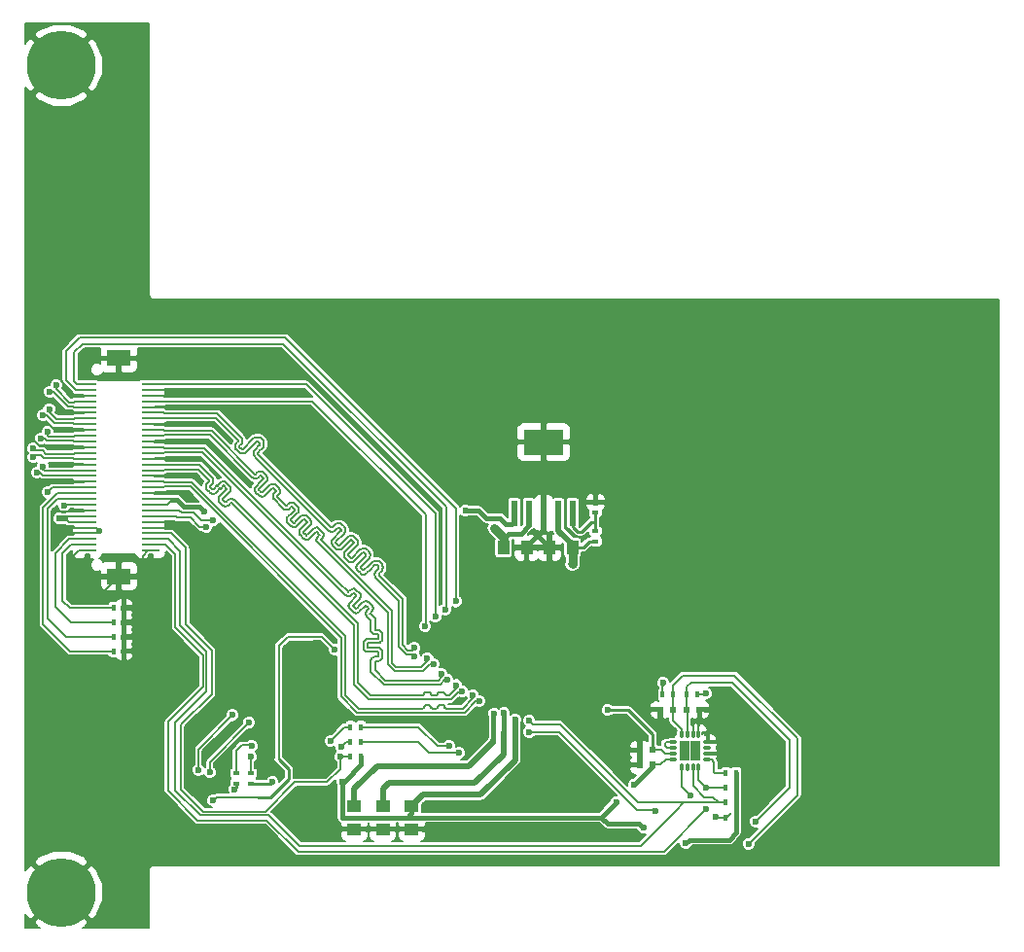
<source format=gtl>
G04 #@! TF.FileFunction,Copper,L1,Top,Signal*
%FSLAX46Y46*%
G04 Gerber Fmt 4.6, Leading zero omitted, Abs format (unit mm)*
G04 Created by KiCad (PCBNEW 4.0.6) date Mon Apr 10 15:20:49 2017*
%MOMM*%
%LPD*%
G01*
G04 APERTURE LIST*
%ADD10C,0.100000*%
%ADD11R,1.500000X0.250000*%
%ADD12R,2.100000X1.400000*%
%ADD13R,1.000000X1.250000*%
%ADD14R,1.250000X1.000000*%
%ADD15R,0.600000X0.400000*%
%ADD16R,0.400000X0.600000*%
%ADD17R,0.600000X2.200000*%
%ADD18R,3.500000X2.200000*%
%ADD19C,6.000000*%
%ADD20R,0.600000X0.500000*%
%ADD21O,0.300000X0.750000*%
%ADD22O,0.750000X0.300000*%
%ADD23R,0.900000X0.900000*%
%ADD24C,0.600000*%
%ADD25C,0.800000*%
%ADD26C,0.254000*%
%ADD27C,0.150000*%
%ADD28C,0.203200*%
%ADD29C,0.762000*%
%ADD30C,0.381000*%
%ADD31C,0.508000*%
%ADD32C,0.180000*%
%ADD33C,0.200000*%
G04 APERTURE END LIST*
D10*
D11*
X102250000Y-90250000D03*
X107750000Y-90250000D03*
X102250000Y-89750000D03*
X107750000Y-89750000D03*
X102250000Y-89250000D03*
X107750000Y-89250000D03*
X102250000Y-88750000D03*
X107750000Y-88750000D03*
X102250000Y-88250000D03*
X107750000Y-88250000D03*
X102250000Y-87750000D03*
X107750000Y-87750000D03*
X102250000Y-87250000D03*
X107750000Y-87250000D03*
X102250000Y-86750000D03*
X107750000Y-86750000D03*
X102250000Y-86250000D03*
X107750000Y-86250000D03*
X102250000Y-85750000D03*
X107750000Y-85750000D03*
X102250000Y-85250000D03*
X107750000Y-85250000D03*
X102250000Y-84750000D03*
X107750000Y-84750000D03*
X102250000Y-84250000D03*
X107750000Y-84250000D03*
X102250000Y-83750000D03*
X107750000Y-83750000D03*
X102250000Y-83250000D03*
X107750000Y-83250000D03*
X102250000Y-82750000D03*
X107750000Y-82750000D03*
X102250000Y-82250000D03*
X107750000Y-82250000D03*
X102250000Y-81750000D03*
X107750000Y-81750000D03*
X102250000Y-81250000D03*
X107750000Y-81250000D03*
X102250000Y-80750000D03*
X107750000Y-80750000D03*
X102250000Y-80250000D03*
X107750000Y-80250000D03*
X102250000Y-79750000D03*
X107750000Y-79750000D03*
X102250000Y-79250000D03*
X107750000Y-79250000D03*
X102250000Y-78750000D03*
X107750000Y-78750000D03*
X102250000Y-78250000D03*
X107750000Y-78250000D03*
X102250000Y-77750000D03*
X107750000Y-77750000D03*
X102250000Y-77250000D03*
X107750000Y-77250000D03*
X102250000Y-76750000D03*
X107750000Y-76750000D03*
X102250000Y-76250000D03*
X107750000Y-76250000D03*
X102250000Y-75750000D03*
X107750000Y-75750000D03*
D12*
X105000000Y-73500000D03*
X105000000Y-92500000D03*
D13*
X138500000Y-90000000D03*
X140500000Y-90000000D03*
X144500000Y-90000000D03*
X142500000Y-90000000D03*
D14*
X128000000Y-112500000D03*
X128000000Y-114500000D03*
X130500000Y-112500000D03*
X130500000Y-114500000D03*
X125500000Y-112500000D03*
X125500000Y-114500000D03*
D15*
X146500000Y-89450000D03*
X146500000Y-88550000D03*
X146500000Y-86950000D03*
X146500000Y-86050000D03*
D16*
X105450000Y-95250000D03*
X104550000Y-95250000D03*
X105450000Y-96500000D03*
X104550000Y-96500000D03*
X105450000Y-97750000D03*
X104550000Y-97750000D03*
X105450000Y-99000000D03*
X104550000Y-99000000D03*
D17*
X139460000Y-87000000D03*
X140730000Y-87000000D03*
X142000000Y-87000000D03*
X143270000Y-87000000D03*
X144540000Y-87000000D03*
D18*
X142000000Y-80800000D03*
D19*
X100000000Y-120000000D03*
X100000000Y-48000000D03*
D20*
X151450000Y-107600000D03*
X150350000Y-107600000D03*
X151450000Y-108900000D03*
X150350000Y-108900000D03*
X153250000Y-104100000D03*
X152150000Y-104100000D03*
X154450000Y-104100000D03*
X155550000Y-104100000D03*
D16*
X158750000Y-113500000D03*
X157850000Y-113500000D03*
X158750000Y-109600000D03*
X157850000Y-109600000D03*
X152350000Y-102800000D03*
X153250000Y-102800000D03*
X155350000Y-102800000D03*
X154450000Y-102800000D03*
X158750000Y-112200000D03*
X157850000Y-112200000D03*
X126050000Y-106900000D03*
X125150000Y-106900000D03*
X126050000Y-105600000D03*
X125150000Y-105600000D03*
X158750000Y-110900000D03*
X157850000Y-110900000D03*
X126050000Y-108200000D03*
X125150000Y-108200000D03*
D15*
X116500000Y-109650000D03*
X116500000Y-110550000D03*
X115200000Y-109650000D03*
X115200000Y-110550000D03*
D21*
X153980000Y-109155000D03*
X154480000Y-109155000D03*
X154980000Y-109155000D03*
X155480000Y-109155000D03*
D22*
X156205000Y-108430000D03*
X156205000Y-107930000D03*
X156205000Y-107430000D03*
X156205000Y-106930000D03*
D21*
X155480000Y-106205000D03*
X154980000Y-106205000D03*
X154480000Y-106205000D03*
X153980000Y-106205000D03*
D22*
X153255000Y-106930000D03*
X153255000Y-107430000D03*
X153255000Y-107930000D03*
X153255000Y-108430000D03*
D23*
X155180000Y-107230000D03*
X154280000Y-107230000D03*
X155180000Y-108130000D03*
X154280000Y-108130000D03*
D24*
X115040000Y-111050000D03*
X147550000Y-104150000D03*
X156120000Y-102690000D03*
X152380000Y-101760000D03*
X137690000Y-88320000D03*
X99800000Y-87470000D03*
X131670000Y-114510000D03*
X129280000Y-114530000D03*
X126760000Y-114510000D03*
X124060000Y-114470000D03*
X157370000Y-108180000D03*
X157250000Y-106790000D03*
X155180000Y-108130000D03*
X154280000Y-107230000D03*
X156200000Y-104130000D03*
X117580000Y-108560000D03*
X135500000Y-93000000D03*
X137500000Y-95000000D03*
X137500000Y-97500000D03*
X137500000Y-100000000D03*
X132000000Y-98000000D03*
X127000000Y-89500000D03*
X128500000Y-91000000D03*
X130000000Y-92500000D03*
X130500000Y-94000000D03*
X114920000Y-78270000D03*
X122500000Y-85500000D03*
X121500000Y-84500000D03*
X120500000Y-83500000D03*
X119500000Y-82500000D03*
X118500000Y-81500000D03*
X118500000Y-80500000D03*
X117500000Y-79500000D03*
X116000000Y-79000000D03*
X130500000Y-96000000D03*
X136000000Y-102000000D03*
X135000000Y-101000000D03*
X134000000Y-100000000D03*
X133000000Y-99000000D03*
X105780000Y-102080000D03*
X104200000Y-100580000D03*
X102340000Y-100620000D03*
X100890000Y-99670000D03*
X107350000Y-103540000D03*
X101010000Y-92460000D03*
X101010000Y-91020000D03*
X103760000Y-94000000D03*
X103300000Y-88520000D03*
X100730000Y-82760000D03*
X100710000Y-82760000D03*
X99420000Y-89440000D03*
X99890000Y-88540000D03*
X97900000Y-84550000D03*
X97170000Y-80580000D03*
X98150000Y-79240000D03*
X99910000Y-78050000D03*
X100750000Y-76550000D03*
D25*
X123090000Y-109100000D03*
X117960000Y-109650000D03*
D24*
X117420000Y-106790000D03*
D25*
X141490000Y-88860000D03*
D24*
X134690000Y-103330000D03*
X112320000Y-90460000D03*
X112330000Y-91880000D03*
X112360000Y-93360000D03*
X113460000Y-94340000D03*
X114440000Y-95420000D03*
X115520000Y-96500000D03*
X116630000Y-95510000D03*
X117580000Y-94330000D03*
X119080000Y-93610000D03*
X112310000Y-88980000D03*
X115200000Y-89900000D03*
X116150000Y-90810000D03*
X117200000Y-91830000D03*
X118230000Y-92710000D03*
X110230000Y-99790000D03*
X111590000Y-101030000D03*
X109420000Y-98980000D03*
X108280000Y-97840000D03*
X108830000Y-102180000D03*
X110230000Y-100940000D03*
X120550000Y-106675000D03*
X120515000Y-103875000D03*
X120515000Y-102700000D03*
X120515000Y-101775000D03*
X120515000Y-100725000D03*
X120490000Y-99675000D03*
X120515000Y-98625000D03*
D25*
X109000000Y-73500000D03*
X111000000Y-73500000D03*
X113000000Y-73500000D03*
X107000000Y-73500000D03*
X119000000Y-73500000D03*
X117000000Y-73500000D03*
X115000000Y-73500000D03*
D24*
X120515000Y-96945000D03*
X120550000Y-109100000D03*
X115070000Y-98920000D03*
X116800000Y-98290000D03*
X113870000Y-100130000D03*
X109330000Y-76480000D03*
X107070000Y-92600000D03*
X107440000Y-93670000D03*
X109520000Y-79260000D03*
X109370000Y-80750000D03*
X111970000Y-82240000D03*
X111650000Y-83820000D03*
X111180000Y-85540000D03*
D25*
X144490000Y-91420000D03*
D24*
X138520000Y-104400000D03*
X113230000Y-87600000D03*
X138520000Y-106250000D03*
X118390000Y-110400000D03*
X124440000Y-110360000D03*
X154350000Y-115720000D03*
X150680000Y-114390000D03*
X148290000Y-112200000D03*
X149840000Y-110630000D03*
X135170000Y-86780000D03*
X139500000Y-105000000D03*
X112400000Y-86810000D03*
X137670000Y-104440000D03*
X112620000Y-88190000D03*
X137610000Y-106880000D03*
X100240000Y-86300000D03*
X136366932Y-103356932D03*
X98810000Y-85160000D03*
X135833068Y-102823068D03*
X97873396Y-83465341D03*
X134900378Y-102493461D03*
X98407260Y-82931477D03*
X134366514Y-101959597D03*
X97564257Y-82109952D03*
X133626932Y-101516932D03*
X97564257Y-81354952D03*
X133093068Y-100983068D03*
X98233068Y-80466932D03*
X132389087Y-100130725D03*
X98766932Y-79933068D03*
X131855223Y-99596861D03*
X98393068Y-78456932D03*
X130720000Y-99477500D03*
X98926932Y-77923068D03*
X130720000Y-98722500D03*
X99003068Y-76406932D03*
X131680000Y-96830000D03*
X99536932Y-75873068D03*
X134340000Y-94670000D03*
X132570000Y-96000000D03*
X133430000Y-95380000D03*
X160470000Y-113830000D03*
X112910000Y-109570000D03*
X116350000Y-105210000D03*
X111920000Y-109330000D03*
X114890000Y-104580000D03*
X159820000Y-115780000D03*
X113230000Y-112010000D03*
X123780000Y-98840000D03*
X133750000Y-107290000D03*
X140740000Y-106030000D03*
X151730000Y-112950000D03*
X156130000Y-110900000D03*
X156160000Y-112760000D03*
X140740000Y-105050000D03*
X134620000Y-107860000D03*
X124290000Y-108200000D03*
X156960000Y-113440000D03*
X154750000Y-111550000D03*
X124340000Y-107360000D03*
X123430000Y-106830000D03*
X116500000Y-108190000D03*
X116540000Y-107270000D03*
D26*
X115200000Y-110550000D02*
X115200000Y-110890000D01*
X115200000Y-110890000D02*
X115040000Y-111050000D01*
X147520000Y-104180000D02*
X147550000Y-104150000D01*
X147550000Y-104150000D02*
X147520000Y-104180000D01*
X151450000Y-107600000D02*
X151450000Y-106230000D01*
X149370000Y-104150000D02*
X147550000Y-104150000D01*
X151450000Y-106230000D02*
X149370000Y-104150000D01*
D27*
X156010000Y-102800000D02*
X155350000Y-102800000D01*
X156120000Y-102690000D02*
X156010000Y-102800000D01*
X152350000Y-102800000D02*
X152350000Y-102020000D01*
X152380000Y-101990000D02*
X152380000Y-101760000D01*
X152350000Y-102020000D02*
X152380000Y-101990000D01*
D28*
X153255000Y-107930000D02*
X152580000Y-107930000D01*
X152250000Y-107600000D02*
X151450000Y-107600000D01*
X152580000Y-107930000D02*
X152250000Y-107600000D01*
D29*
X137690000Y-88320000D02*
X138500000Y-89130000D01*
X138500000Y-90000000D02*
X138500000Y-89130000D01*
D30*
X138500000Y-90000000D02*
X138500000Y-89230000D01*
X140000000Y-88770000D02*
X140730000Y-88040000D01*
X138960000Y-88770000D02*
X140000000Y-88770000D01*
X138500000Y-89230000D02*
X138960000Y-88770000D01*
X140730000Y-88040000D02*
X140730000Y-87000000D01*
D31*
X100340000Y-87470000D02*
X99800000Y-87470000D01*
D28*
X100480000Y-87250000D02*
X100470000Y-87250000D01*
X102250000Y-87250000D02*
X100480000Y-87250000D01*
X100620000Y-87750000D02*
X102250000Y-87750000D01*
X100340000Y-87470000D02*
X100620000Y-87750000D01*
X100340000Y-87380000D02*
X100340000Y-87470000D01*
X100470000Y-87250000D02*
X100340000Y-87380000D01*
D26*
X130500000Y-114500000D02*
X131660000Y-114500000D01*
X131660000Y-114500000D02*
X131670000Y-114510000D01*
X129280000Y-114530000D02*
X130470000Y-114530000D01*
X130470000Y-114530000D02*
X130500000Y-114500000D01*
X128000000Y-114500000D02*
X129250000Y-114500000D01*
X129250000Y-114500000D02*
X129280000Y-114530000D01*
X126760000Y-114510000D02*
X127990000Y-114510000D01*
X127990000Y-114510000D02*
X128000000Y-114500000D01*
X125500000Y-114500000D02*
X126750000Y-114500000D01*
X126750000Y-114500000D02*
X126760000Y-114510000D01*
X125500000Y-114500000D02*
X124090000Y-114500000D01*
X124090000Y-114500000D02*
X124060000Y-114470000D01*
D28*
X156205000Y-107930000D02*
X157120000Y-107930000D01*
X157120000Y-107930000D02*
X157370000Y-108180000D01*
X156205000Y-106930000D02*
X157110000Y-106930000D01*
X157110000Y-106930000D02*
X157250000Y-106790000D01*
X155180000Y-107230000D02*
X155180000Y-108130000D01*
X154280000Y-108130000D02*
X154280000Y-107230000D01*
X155480000Y-106205000D02*
X155480000Y-104870000D01*
X155480000Y-104870000D02*
X155550000Y-104800000D01*
X154980000Y-106205000D02*
X154980000Y-105370000D01*
X155550000Y-104800000D02*
X155550000Y-104100000D01*
X154980000Y-105370000D02*
X155550000Y-104800000D01*
X155550000Y-104100000D02*
X156170000Y-104100000D01*
X156170000Y-104100000D02*
X156200000Y-104130000D01*
X137500000Y-95000000D02*
X135500000Y-93000000D01*
X137500000Y-100000000D02*
X137500000Y-97500000D01*
X130500000Y-96000000D02*
X130500000Y-96500000D01*
X130500000Y-96500000D02*
X132000000Y-98000000D01*
X130500000Y-96000000D02*
X130500000Y-94000000D01*
X123000000Y-85500000D02*
X127000000Y-89500000D01*
X128500000Y-91000000D02*
X130000000Y-92500000D01*
D32*
X114400000Y-77750000D02*
X114920000Y-78270000D01*
X107750000Y-77750000D02*
X114400000Y-77750000D01*
D28*
X121500000Y-84500000D02*
X122500000Y-85500000D01*
X119500000Y-82500000D02*
X120500000Y-83500000D01*
X118500000Y-80500000D02*
X118500000Y-81500000D01*
X116500000Y-79500000D02*
X117500000Y-79500000D01*
X116000000Y-79000000D02*
X116500000Y-79500000D01*
X122500000Y-85500000D02*
X123000000Y-85500000D01*
X135000000Y-101000000D02*
X136000000Y-102000000D01*
X133000000Y-99000000D02*
X134000000Y-100000000D01*
D27*
X105780000Y-102080000D02*
X104280000Y-100580000D01*
X104280000Y-100580000D02*
X104200000Y-100580000D01*
X102340000Y-100620000D02*
X101390000Y-99670000D01*
X101390000Y-99670000D02*
X100890000Y-99670000D01*
X101010000Y-90740000D02*
X101500000Y-90250000D01*
X101010000Y-90740000D02*
X101010000Y-91020000D01*
X103760000Y-93700000D02*
X103760000Y-94000000D01*
X104960000Y-92500000D02*
X103760000Y-93700000D01*
D28*
X102250000Y-88750000D02*
X103070000Y-88750000D01*
X103070000Y-88750000D02*
X103300000Y-88520000D01*
X102250000Y-88250000D02*
X103030000Y-88250000D01*
X103030000Y-88250000D02*
X103300000Y-88520000D01*
X100720000Y-82750000D02*
X100710000Y-82760000D01*
X102250000Y-82750000D02*
X100720000Y-82750000D01*
X102250000Y-88750000D02*
X100100000Y-88750000D01*
X100100000Y-88750000D02*
X99890000Y-88540000D01*
X102250000Y-88250000D02*
X100180000Y-88250000D01*
X100180000Y-88250000D02*
X99890000Y-88540000D01*
D32*
X102250000Y-86750000D02*
X100648398Y-86750000D01*
X99200000Y-87850000D02*
X99890000Y-88540000D01*
X99200000Y-87100000D02*
X99200000Y-87850000D01*
X99430000Y-86870000D02*
X99200000Y-87100000D01*
X99680000Y-86870000D02*
X99430000Y-86870000D01*
X99690000Y-86880000D02*
X99680000Y-86870000D01*
X100518398Y-86880000D02*
X99690000Y-86880000D01*
X100648398Y-86750000D02*
X100518398Y-86880000D01*
X102250000Y-84250000D02*
X98200000Y-84250000D01*
X98200000Y-84250000D02*
X97900000Y-84550000D01*
X102250000Y-81250000D02*
X98740000Y-81250000D01*
X97570000Y-80580000D02*
X97170000Y-80580000D01*
X98050000Y-81060000D02*
X97570000Y-80580000D01*
X98550000Y-81060000D02*
X98050000Y-81060000D01*
X98740000Y-81250000D02*
X98550000Y-81060000D01*
X102250000Y-79750000D02*
X99600000Y-79750000D01*
X98850000Y-79240000D02*
X98150000Y-79240000D01*
X99350000Y-79740000D02*
X98850000Y-79240000D01*
X99590000Y-79740000D02*
X99350000Y-79740000D01*
X99600000Y-79750000D02*
X99590000Y-79740000D01*
X100110000Y-78250000D02*
X99910000Y-78050000D01*
X102250000Y-78250000D02*
X100110000Y-78250000D01*
X102250000Y-76750000D02*
X100950000Y-76750000D01*
X100950000Y-76750000D02*
X100750000Y-76550000D01*
D30*
X141490000Y-88860000D02*
X141490000Y-88990000D01*
X141490000Y-88990000D02*
X142500000Y-90000000D01*
X140500000Y-90000000D02*
X140500000Y-89850000D01*
X140500000Y-89850000D02*
X141490000Y-88860000D01*
X142000000Y-87000000D02*
X142000000Y-88350000D01*
X142000000Y-88350000D02*
X141490000Y-88860000D01*
D27*
X119080000Y-93610000D02*
X119080000Y-95510000D01*
X119080000Y-95510000D02*
X120515000Y-96945000D01*
X112310000Y-90450000D02*
X112320000Y-90460000D01*
X112330000Y-91880000D02*
X112360000Y-91910000D01*
X112360000Y-91910000D02*
X112360000Y-93360000D01*
X113460000Y-94340000D02*
X114440000Y-95320000D01*
X114440000Y-95320000D02*
X114440000Y-95420000D01*
X115520000Y-96500000D02*
X116510000Y-95510000D01*
X116510000Y-95510000D02*
X116630000Y-95510000D01*
X117580000Y-94330000D02*
X118300000Y-93610000D01*
X118300000Y-93610000D02*
X119080000Y-93610000D01*
X111640000Y-88310000D02*
X112310000Y-88980000D01*
X112310000Y-88980000D02*
X112310000Y-90450000D01*
X115240000Y-89900000D02*
X115200000Y-89900000D01*
X116150000Y-90810000D02*
X115240000Y-89900000D01*
X117350000Y-91830000D02*
X117200000Y-91830000D01*
X118230000Y-92710000D02*
X117350000Y-91830000D01*
X111590000Y-101030000D02*
X111470000Y-101030000D01*
X111470000Y-101030000D02*
X110230000Y-99790000D01*
X108830000Y-102180000D02*
X108990000Y-102180000D01*
X108990000Y-102180000D02*
X110230000Y-100940000D01*
X120540000Y-106670000D02*
X120545000Y-106670000D01*
X120545000Y-106670000D02*
X120550000Y-106675000D01*
X120515000Y-103875000D02*
X120520000Y-103880000D01*
X120515000Y-102700000D02*
X120520000Y-102700000D01*
X120515000Y-101775000D02*
X120520000Y-101770000D01*
X120515000Y-100725000D02*
X120510000Y-100730000D01*
X120490000Y-99675000D02*
X120490000Y-99670000D01*
X120515000Y-98625000D02*
X120510000Y-98620000D01*
D30*
X111000000Y-73500000D02*
X113000000Y-73500000D01*
X105000000Y-73500000D02*
X107000000Y-73500000D01*
X107000000Y-73500000D02*
X109000000Y-73500000D01*
X115000000Y-73500000D02*
X117000000Y-73500000D01*
X120515000Y-96945000D02*
X120510000Y-96950000D01*
D32*
X109330000Y-76480000D02*
X109290000Y-76480000D01*
X109090000Y-76250000D02*
X109320000Y-76480000D01*
X109320000Y-76480000D02*
X109330000Y-76480000D01*
X107750000Y-76250000D02*
X109090000Y-76250000D01*
X109020000Y-76750000D02*
X107750000Y-76750000D01*
X109290000Y-76480000D02*
X109020000Y-76750000D01*
D27*
X102250000Y-90250000D02*
X101500000Y-90250000D01*
X105000000Y-92500000D02*
X104960000Y-92500000D01*
X107070000Y-92600000D02*
X107070000Y-93300000D01*
X107070000Y-93300000D02*
X107440000Y-93670000D01*
X105000000Y-92500000D02*
X106970000Y-92500000D01*
X107070000Y-90730000D02*
X107070000Y-92600000D01*
X107070000Y-90730000D02*
X107550000Y-90250000D01*
X106970000Y-92500000D02*
X107070000Y-92600000D01*
X107750000Y-90250000D02*
X107550000Y-90250000D01*
X107750000Y-87750000D02*
X111070000Y-87750000D01*
X111640000Y-88320000D02*
X111640000Y-88310000D01*
X111070000Y-87750000D02*
X111640000Y-88320000D01*
X107750000Y-88250000D02*
X111580000Y-88250000D01*
X111580000Y-88250000D02*
X111640000Y-88310000D01*
X107750000Y-79250000D02*
X109510000Y-79250000D01*
X109510000Y-79250000D02*
X109520000Y-79260000D01*
X107750000Y-80750000D02*
X109370000Y-80750000D01*
X107750000Y-82250000D02*
X111960000Y-82250000D01*
X111960000Y-82250000D02*
X111970000Y-82240000D01*
X107750000Y-83750000D02*
X111580000Y-83750000D01*
X111580000Y-83750000D02*
X111650000Y-83820000D01*
X107750000Y-85250000D02*
X110890000Y-85250000D01*
X110890000Y-85250000D02*
X111180000Y-85540000D01*
D29*
X144500000Y-90000000D02*
X144500000Y-91410000D01*
X144500000Y-91410000D02*
X144490000Y-91420000D01*
D26*
X146500000Y-89450000D02*
X145970000Y-89450000D01*
X145420000Y-90000000D02*
X144500000Y-90000000D01*
X145970000Y-89450000D02*
X145420000Y-90000000D01*
D31*
X143270000Y-87000000D02*
X143270000Y-88510000D01*
X143270000Y-88510000D02*
X144500000Y-89740000D01*
X144500000Y-89740000D02*
X144500000Y-90000000D01*
D28*
X110260000Y-86750000D02*
X110470000Y-86960000D01*
X110470000Y-86960000D02*
X111510000Y-86960000D01*
X111510000Y-86960000D02*
X112150000Y-87600000D01*
X113230000Y-87600000D02*
X112150000Y-87600000D01*
X107750000Y-86750000D02*
X110260000Y-86750000D01*
D30*
X138520000Y-104400000D02*
X138520000Y-106250000D01*
D31*
X138520000Y-106250000D02*
X138520000Y-107980000D01*
X128000000Y-111000000D02*
X128000000Y-112500000D01*
X128500000Y-110500000D02*
X128000000Y-111000000D01*
X136000000Y-110500000D02*
X128500000Y-110500000D01*
X138520000Y-107980000D02*
X136000000Y-110500000D01*
D26*
X116500000Y-110550000D02*
X118240000Y-110550000D01*
X118240000Y-110550000D02*
X118390000Y-110400000D01*
X124670000Y-110360000D02*
X124670000Y-110270000D01*
X124600000Y-110430000D02*
X124670000Y-110360000D01*
X124510000Y-110430000D02*
X124600000Y-110430000D01*
X124440000Y-110360000D02*
X124510000Y-110430000D01*
D28*
X153255000Y-108430000D02*
X152610000Y-108430000D01*
X152140000Y-108900000D02*
X151450000Y-108900000D01*
X152610000Y-108430000D02*
X152140000Y-108900000D01*
D30*
X158750000Y-110900000D02*
X158750000Y-109600000D01*
X158750000Y-112200000D02*
X158750000Y-110900000D01*
X158750000Y-113500000D02*
X158750000Y-112200000D01*
X147010000Y-113480000D02*
X147540000Y-114010000D01*
X158750000Y-114790000D02*
X158750000Y-113500000D01*
X158110000Y-115430000D02*
X158750000Y-114790000D01*
X154640000Y-115430000D02*
X158110000Y-115430000D01*
X154350000Y-115720000D02*
X154640000Y-115430000D01*
X150300000Y-114010000D02*
X150680000Y-114390000D01*
X147540000Y-114010000D02*
X150300000Y-114010000D01*
X147010000Y-113480000D02*
X148290000Y-112200000D01*
X129840000Y-113480000D02*
X147010000Y-113480000D01*
X149840000Y-110630000D02*
X151450000Y-109020000D01*
X151450000Y-109020000D02*
X151450000Y-108900000D01*
X126740000Y-113480000D02*
X129840000Y-113480000D01*
X129840000Y-113480000D02*
X130100000Y-113480000D01*
X126050000Y-108890000D02*
X124670000Y-110270000D01*
X124670000Y-110270000D02*
X124450000Y-110490000D01*
X124450000Y-110490000D02*
X124450000Y-113500000D01*
X124450000Y-113500000D02*
X124470000Y-113480000D01*
X124470000Y-113480000D02*
X126740000Y-113480000D01*
X126050000Y-108200000D02*
X126050000Y-108890000D01*
X130500000Y-113080000D02*
X130500000Y-112500000D01*
X130100000Y-113480000D02*
X130500000Y-113080000D01*
X139460000Y-87000000D02*
X139460000Y-87620000D01*
X139460000Y-87620000D02*
X139160000Y-87920000D01*
X139160000Y-87920000D02*
X138710000Y-87920000D01*
X138710000Y-87920000D02*
X138210000Y-87420000D01*
X138210000Y-87420000D02*
X136960000Y-87420000D01*
X136960000Y-87420000D02*
X136320000Y-86780000D01*
X136320000Y-86780000D02*
X135170000Y-86780000D01*
D31*
X130500000Y-112500000D02*
X131500000Y-111500000D01*
X131500000Y-111500000D02*
X136500000Y-111500000D01*
X136500000Y-111500000D02*
X139500000Y-108500000D01*
X139500000Y-108500000D02*
X139500000Y-105000000D01*
D30*
X109625000Y-85815000D02*
X110035000Y-85815000D01*
X112040000Y-86450000D02*
X112400000Y-86810000D01*
X110670000Y-86450000D02*
X112040000Y-86450000D01*
X110035000Y-85815000D02*
X110670000Y-86450000D01*
D28*
X107750000Y-86250000D02*
X109190000Y-86250000D01*
X109190000Y-86250000D02*
X109625000Y-85815000D01*
X109625000Y-85815000D02*
X109690000Y-85750000D01*
X107750000Y-85750000D02*
X109690000Y-85750000D01*
D30*
X137670000Y-104440000D02*
X137610000Y-104500000D01*
X137610000Y-104500000D02*
X137610000Y-106880000D01*
D31*
X125500000Y-112500000D02*
X125500000Y-111000000D01*
X125500000Y-111000000D02*
X127500000Y-109000000D01*
X127500000Y-109000000D02*
X135490000Y-109000000D01*
X135490000Y-109000000D02*
X137610000Y-106880000D01*
D28*
X109950000Y-87250000D02*
X110070000Y-87370000D01*
X110070000Y-87370000D02*
X111210000Y-87370000D01*
X111210000Y-87370000D02*
X112030000Y-88190000D01*
X112030000Y-88190000D02*
X112620000Y-88190000D01*
X107750000Y-87250000D02*
X109950000Y-87250000D01*
D27*
X100240000Y-86300000D02*
X100290000Y-86250000D01*
X102250000Y-86250000D02*
X100290000Y-86250000D01*
D28*
X125725816Y-104349100D02*
X135094185Y-104349100D01*
X135094185Y-104349100D02*
X136086353Y-103356932D01*
X136086353Y-103356932D02*
X136366932Y-103356932D01*
X124340900Y-102964184D02*
X125725816Y-104349100D01*
X124340900Y-97814184D02*
X124340900Y-102964184D01*
X111205816Y-84679100D02*
X124340900Y-97814184D01*
X107750000Y-84750000D02*
X108875000Y-84750000D01*
X108945900Y-84679100D02*
X111205816Y-84679100D01*
X108875000Y-84750000D02*
X108945900Y-84679100D01*
D27*
X99220000Y-84750000D02*
X98810000Y-85160000D01*
X99220000Y-84750000D02*
X102250000Y-84750000D01*
D28*
X135833068Y-102823068D02*
X135833068Y-103103647D01*
X133252061Y-103715419D02*
X133221022Y-103711922D01*
X132621022Y-103990900D02*
X132300000Y-103990900D01*
X132052061Y-103715419D02*
X132021022Y-103711922D01*
X133330078Y-103764441D02*
X133307991Y-103742354D01*
X135833068Y-103103647D02*
X134945815Y-103990900D01*
X133221022Y-103711922D02*
X132900000Y-103711922D01*
X132157013Y-103820371D02*
X132146697Y-103790888D01*
X132764008Y-103820371D02*
X132757013Y-103882450D01*
X134945815Y-103990900D02*
X133500000Y-103990900D01*
X133500000Y-103990900D02*
X133468960Y-103987402D01*
X133357013Y-103820371D02*
X133346697Y-103790888D01*
X132681544Y-103977086D02*
X132652061Y-103987402D01*
X133468960Y-103987402D02*
X133439477Y-103977086D01*
X132190943Y-103938380D02*
X132174324Y-103911933D01*
X133346697Y-103790888D02*
X133330078Y-103764441D01*
X132839477Y-103725735D02*
X132813030Y-103742354D01*
X133439477Y-103977086D02*
X133413030Y-103960467D01*
X132239477Y-103977086D02*
X132213030Y-103960467D01*
X132707991Y-103960467D02*
X132681544Y-103977086D01*
X133413030Y-103960467D02*
X133390943Y-103938380D01*
X133390943Y-103938380D02*
X133374324Y-103911933D01*
X111354184Y-84320900D02*
X108945900Y-84320900D01*
X133307991Y-103742354D02*
X133281544Y-103725735D01*
X132652061Y-103987402D02*
X132621022Y-103990900D01*
X133374324Y-103911933D02*
X133364008Y-103882450D01*
X131639477Y-103725735D02*
X131613030Y-103742354D01*
X133364008Y-103882450D02*
X133357013Y-103820371D01*
X132900000Y-103711922D02*
X132868960Y-103715419D01*
X132868960Y-103715419D02*
X132839477Y-103725735D01*
X133281544Y-103725735D02*
X133252061Y-103715419D01*
X132021022Y-103711922D02*
X131700000Y-103711922D01*
X132813030Y-103742354D02*
X132790943Y-103764441D01*
X131546697Y-103911933D02*
X131530078Y-103938380D01*
X132268960Y-103987402D02*
X132239477Y-103977086D01*
X132790943Y-103764441D02*
X132774324Y-103790888D01*
X132774324Y-103790888D02*
X132764008Y-103820371D01*
X132146697Y-103790888D02*
X132130078Y-103764441D01*
X132757013Y-103882450D02*
X132746697Y-103911933D01*
X131668960Y-103715419D02*
X131639477Y-103725735D01*
X132746697Y-103911933D02*
X132730078Y-103938380D01*
X132730078Y-103938380D02*
X132707991Y-103960467D01*
X132300000Y-103990900D02*
X132268960Y-103987402D01*
X131481544Y-103977086D02*
X131452061Y-103987402D01*
X132213030Y-103960467D02*
X132190943Y-103938380D01*
X132174324Y-103911933D02*
X132164008Y-103882450D01*
X132164008Y-103882450D02*
X132157013Y-103820371D01*
X132130078Y-103764441D02*
X132107991Y-103742354D01*
X132107991Y-103742354D02*
X132081544Y-103725735D01*
X124699100Y-97665816D02*
X111354184Y-84320900D01*
X132081544Y-103725735D02*
X132052061Y-103715419D01*
X124699100Y-102815816D02*
X124699100Y-97665816D01*
X131700000Y-103711922D02*
X131668960Y-103715419D01*
X125874184Y-103990900D02*
X124699100Y-102815816D01*
X131613030Y-103742354D02*
X131590943Y-103764441D01*
X131590943Y-103764441D02*
X131574324Y-103790888D01*
X131574324Y-103790888D02*
X131564008Y-103820371D01*
X131564008Y-103820371D02*
X131557013Y-103882450D01*
X131557013Y-103882450D02*
X131546697Y-103911933D01*
X131530078Y-103938380D02*
X131507991Y-103960467D01*
X131507991Y-103960467D02*
X131481544Y-103977086D01*
X131452061Y-103987402D02*
X131421022Y-103990900D01*
X131421022Y-103990900D02*
X125874184Y-103990900D01*
X108945900Y-84320900D02*
X108875000Y-84250000D01*
X108875000Y-84250000D02*
X107750000Y-84250000D01*
X98153975Y-83465341D02*
X97873396Y-83465341D01*
X102250000Y-83750000D02*
X101125000Y-83750000D01*
X101125000Y-83750000D02*
X101054100Y-83679100D01*
X101054100Y-83679100D02*
X98367734Y-83679100D01*
X98367734Y-83679100D02*
X98153975Y-83465341D01*
X107750000Y-83250000D02*
X108875000Y-83250000D01*
X112859419Y-84208361D02*
X112851450Y-84224907D01*
X112695372Y-84970468D02*
X112902730Y-85177826D01*
X114115752Y-85145754D02*
X114115751Y-85145751D01*
X114376004Y-84883340D02*
X114375654Y-84884869D01*
X112840000Y-84239265D02*
X112695372Y-84383892D01*
X113828386Y-84858386D02*
X114086627Y-84600145D01*
X114376003Y-84881768D02*
X114376004Y-84883340D01*
X126745816Y-103169100D02*
X133944160Y-103169100D01*
X114150146Y-86367153D02*
X114240697Y-86387820D01*
X108875000Y-83250000D02*
X108945900Y-83179100D01*
X125470900Y-96754184D02*
X125470900Y-101894184D01*
X114773860Y-86100811D02*
X114792225Y-86100811D01*
X114374973Y-84886285D02*
X114373993Y-84887512D01*
X114826675Y-86112866D02*
X114841033Y-86124316D01*
X113242457Y-85296701D02*
X113333008Y-85276034D01*
X108945900Y-83179100D02*
X111895816Y-83179100D01*
X112851450Y-84224907D02*
X112840000Y-84239265D01*
X111895816Y-83179100D02*
X112840000Y-84123283D01*
X112695372Y-84383892D02*
X112637462Y-84456508D01*
X112637462Y-84897852D02*
X112695372Y-84970468D01*
X114580424Y-86268945D02*
X114598410Y-86250958D01*
X112840000Y-84123283D02*
X112851450Y-84137641D01*
X112863505Y-84172092D02*
X112863505Y-84190457D01*
X113688282Y-85905290D02*
X113728581Y-85988971D01*
X114095316Y-84599166D02*
X114096543Y-84600145D01*
X112637462Y-84456508D02*
X112597164Y-84540190D01*
X112851450Y-84137641D02*
X112859419Y-84154187D01*
X113489305Y-85177826D02*
X113507291Y-85159839D01*
X114096543Y-84600145D02*
X114373994Y-84877596D01*
X112859419Y-84154187D02*
X112863505Y-84172092D01*
X112863505Y-84190457D02*
X112859419Y-84208361D01*
X113818565Y-84848564D02*
X113828386Y-84858386D01*
X113149578Y-85296701D02*
X113242457Y-85296701D01*
X112597164Y-84540190D02*
X112576496Y-84630740D01*
X113667615Y-85814739D02*
X113688282Y-85905290D01*
X112576496Y-84630740D02*
X112576496Y-84723620D01*
X112576496Y-84723620D02*
X112597164Y-84814170D01*
X114598410Y-86250958D02*
X114725051Y-86124316D01*
X114333576Y-86387820D02*
X114424127Y-86367153D01*
X114375654Y-84884869D02*
X114374973Y-84886285D01*
X112597164Y-84814170D02*
X112637462Y-84897852D01*
X114240697Y-86387820D02*
X114333576Y-86387820D01*
X112902730Y-85177826D02*
X112975346Y-85235735D01*
X114090799Y-84598134D02*
X114092369Y-84598134D01*
X112975346Y-85235735D02*
X113059027Y-85276034D01*
X113667615Y-85721860D02*
X113667615Y-85814739D01*
X113059027Y-85276034D02*
X113149578Y-85296701D01*
X113333008Y-85276034D02*
X113416689Y-85235735D01*
X114424127Y-86367153D02*
X114507808Y-86326854D01*
X113416689Y-85235735D02*
X113489305Y-85177826D01*
X113507291Y-85159839D02*
X113818565Y-84848564D01*
X114810129Y-86104898D02*
X114826675Y-86112866D01*
X114087854Y-84599165D02*
X114089269Y-84598485D01*
X114086627Y-84600145D02*
X114087854Y-84599165D01*
X114089269Y-84598485D02*
X114090799Y-84598134D01*
X114092369Y-84598134D02*
X114093901Y-84598485D01*
X114093901Y-84598485D02*
X114095316Y-84599166D01*
X114373994Y-84877596D02*
X114374972Y-84878823D01*
X114373993Y-84887512D02*
X114115752Y-85145754D01*
X114374972Y-84878823D02*
X114375655Y-84880239D01*
X114375655Y-84880239D02*
X114376003Y-84881768D01*
X113688282Y-85631309D02*
X113667615Y-85721860D01*
X114066465Y-86326854D02*
X114150146Y-86367153D01*
X114115751Y-85145751D02*
X113786491Y-85475012D01*
X113786491Y-85475012D02*
X113728581Y-85547628D01*
X113728581Y-85547628D02*
X113688282Y-85631309D01*
X113728581Y-85988971D02*
X113786491Y-86061587D01*
X113786491Y-86061587D02*
X113993849Y-86268945D01*
X113993849Y-86268945D02*
X114066465Y-86326854D01*
X114507808Y-86326854D02*
X114580424Y-86268945D01*
X114725051Y-86124316D02*
X114739409Y-86112866D01*
X114739409Y-86112866D02*
X114755955Y-86104898D01*
X114755955Y-86104898D02*
X114773860Y-86100811D01*
X133944160Y-103169100D02*
X134619799Y-102493461D01*
X114792225Y-86100811D02*
X114810129Y-86104898D01*
X114841033Y-86124316D02*
X116425781Y-87709065D01*
X116425781Y-87709065D02*
X125470900Y-96754184D01*
X125470900Y-101894184D02*
X126745816Y-103169100D01*
X134619799Y-102493461D02*
X134900378Y-102493461D01*
X98407260Y-83212056D02*
X98407260Y-82931477D01*
X101125000Y-83250000D02*
X101054100Y-83320900D01*
X98516104Y-83320900D02*
X98407260Y-83212056D01*
X102250000Y-83250000D02*
X101125000Y-83250000D01*
X101054100Y-83320900D02*
X98516104Y-83320900D01*
X133500000Y-102810900D02*
X133472184Y-102807765D01*
X132704235Y-102798521D02*
X132677815Y-102807765D01*
X134366514Y-101959597D02*
X134366514Y-102240176D01*
X132822063Y-102588171D02*
X132802271Y-102607963D01*
X133402271Y-102763836D02*
X133387378Y-102740135D01*
X134366514Y-102240176D02*
X133795790Y-102810900D01*
X133445764Y-102798521D02*
X133422063Y-102783628D01*
X114690241Y-85065628D02*
X114723675Y-84996205D01*
X132050000Y-102560900D02*
X131700000Y-102560900D01*
X113209477Y-84044284D02*
X113169179Y-83960602D01*
X132802271Y-102607963D02*
X132787378Y-102631664D01*
X133422063Y-102783628D02*
X133402271Y-102763836D01*
X113111269Y-83887987D02*
X112044184Y-82820900D01*
X114046310Y-85811932D02*
X114038341Y-85795386D01*
X133795790Y-102810900D02*
X133500000Y-102810900D01*
X132650000Y-102810900D02*
X132300000Y-102810900D01*
X133472184Y-102807765D02*
X133445764Y-102798521D01*
X114723675Y-84996205D02*
X114740822Y-84921082D01*
X132272184Y-102807765D02*
X132245764Y-102798521D01*
X132147728Y-102607963D02*
X132127936Y-102588171D01*
X133378134Y-102713715D02*
X133371865Y-102658084D01*
X112943136Y-84667998D02*
X112947223Y-84650093D01*
X133387378Y-102740135D02*
X133378134Y-102713715D01*
X114642199Y-84639235D02*
X114334904Y-84331940D01*
X133371865Y-102658084D02*
X133362621Y-102631664D01*
X133362621Y-102631664D02*
X133347728Y-102607963D01*
X132187378Y-102740135D02*
X132178134Y-102713715D01*
X133347728Y-102607963D02*
X133327936Y-102588171D01*
X113169179Y-84401946D02*
X113209477Y-84318264D01*
X131587378Y-102631664D02*
X131578134Y-102658084D01*
X132771865Y-102713715D02*
X132762621Y-102740135D01*
X133327936Y-102588171D02*
X133304235Y-102573278D01*
X132778134Y-102658084D02*
X132771865Y-102713715D01*
X133304235Y-102573278D02*
X133277815Y-102564034D01*
X133277815Y-102564034D02*
X133250000Y-102560900D01*
X133250000Y-102560900D02*
X132900000Y-102560900D01*
X131477815Y-102807765D02*
X131450000Y-102810900D01*
X108945900Y-82820900D02*
X108875000Y-82750000D01*
X132300000Y-102810900D02*
X132272184Y-102807765D01*
X132900000Y-102560900D02*
X132872184Y-102564034D01*
X131578134Y-102658084D02*
X131571865Y-102713715D01*
X132872184Y-102564034D02*
X132845764Y-102573278D01*
X132845764Y-102573278D02*
X132822063Y-102588171D01*
X112955191Y-84720813D02*
X112947223Y-84704267D01*
X132787378Y-102631664D02*
X132778134Y-102658084D01*
X114562371Y-85795137D02*
X114489755Y-85853047D01*
X132762621Y-102740135D02*
X132747728Y-102763836D01*
X113152384Y-84918007D02*
X113138026Y-84906556D01*
X131527936Y-102783628D02*
X131504235Y-102798521D01*
X113239650Y-84918007D02*
X113223104Y-84925975D01*
X114229145Y-85997675D02*
X114057760Y-85826290D01*
X132747728Y-102763836D02*
X132727936Y-102783628D01*
X125829100Y-101745816D02*
X125829100Y-96605816D01*
X132727936Y-102783628D02*
X132704235Y-102798521D01*
X114345128Y-85997675D02*
X114330769Y-86009126D01*
X132677815Y-102807765D02*
X132650000Y-102810900D01*
X112947223Y-84650093D02*
X112955191Y-84633547D01*
X131622063Y-102588171D02*
X131602271Y-102607963D01*
X114740822Y-84921082D02*
X114740821Y-84844026D01*
X132245764Y-102798521D02*
X132222063Y-102783628D01*
X132222063Y-102783628D02*
X132202271Y-102763836D01*
X114690241Y-84699478D02*
X114642199Y-84639235D01*
X132202271Y-102763836D02*
X132187378Y-102740135D01*
X131645764Y-102573278D02*
X131622063Y-102588171D01*
X112955191Y-84633547D02*
X112966641Y-84619189D01*
X113186835Y-84930061D02*
X113168931Y-84925975D01*
X132178134Y-102713715D02*
X132171865Y-102658084D01*
X114314223Y-86017094D02*
X114296319Y-86021180D01*
X132127936Y-102588171D02*
X132104235Y-102573278D01*
X114489755Y-85853047D02*
X114345128Y-85997675D01*
X115076331Y-85853047D02*
X115003715Y-85795137D01*
X113209477Y-84318264D02*
X113230145Y-84227714D01*
X114260050Y-86017094D02*
X114243503Y-86009126D01*
X132171865Y-102658084D02*
X132162621Y-102631664D01*
X113908511Y-84283898D02*
X113848266Y-84331940D01*
X114646053Y-85754839D02*
X114562371Y-85795137D01*
X132162621Y-102631664D02*
X132147728Y-102607963D01*
X113169179Y-83960602D02*
X113111269Y-83887987D01*
X113111269Y-84474562D02*
X113169179Y-84401946D01*
X125829100Y-96605816D02*
X115076331Y-85853047D01*
X113138026Y-84906556D02*
X112966641Y-84735171D01*
X132104235Y-102573278D02*
X132077815Y-102564034D01*
X132077815Y-102564034D02*
X132050000Y-102560900D01*
X113205200Y-84930061D02*
X113186835Y-84930061D01*
X131547728Y-102763836D02*
X131527936Y-102783628D01*
X131700000Y-102560900D02*
X131672184Y-102564034D01*
X131672184Y-102564034D02*
X131645764Y-102573278D01*
X131602271Y-102607963D02*
X131587378Y-102631664D01*
X114829483Y-85734171D02*
X114736603Y-85734171D01*
X131571865Y-102713715D02*
X131562621Y-102740135D01*
X131562621Y-102740135D02*
X131547728Y-102763836D01*
X112947223Y-84704267D02*
X112943136Y-84686363D01*
X114038341Y-85741212D02*
X114046310Y-85724666D01*
X114057760Y-85826290D02*
X114046310Y-85811932D01*
X131504235Y-102798521D02*
X131477815Y-102807765D01*
X131450000Y-102810900D02*
X126894184Y-102810900D01*
X126894184Y-102810900D02*
X125829100Y-101745816D01*
X115003715Y-85795137D02*
X114920033Y-85754839D01*
X114920033Y-85754839D02*
X114829483Y-85734171D01*
X114736603Y-85734171D02*
X114646053Y-85754839D01*
X114330769Y-86009126D02*
X114314223Y-86017094D01*
X114034255Y-85777482D02*
X114034255Y-85759117D01*
X114296319Y-86021180D02*
X114277954Y-86021180D01*
X114277954Y-86021180D02*
X114260050Y-86017094D01*
X114642199Y-85125873D02*
X114690241Y-85065628D01*
X114243503Y-86009126D02*
X114229145Y-85997675D01*
X114723674Y-84768903D02*
X114690241Y-84699478D01*
X114038341Y-85795386D02*
X114034255Y-85777482D01*
X114034255Y-85759117D02*
X114038341Y-85741212D01*
X114046310Y-85724666D02*
X114057760Y-85710308D01*
X114057760Y-85710308D02*
X114642199Y-85125873D01*
X114740821Y-84844026D02*
X114723674Y-84768903D01*
X114334904Y-84331940D02*
X114274659Y-84283896D01*
X114274659Y-84283896D02*
X114205236Y-84250464D01*
X114205236Y-84250464D02*
X114130114Y-84233319D01*
X114130114Y-84233319D02*
X114053058Y-84233318D01*
X114053058Y-84233318D02*
X113977934Y-84250464D01*
X113565283Y-84595281D02*
X113254009Y-84906556D01*
X113977934Y-84250464D02*
X113908511Y-84283898D01*
X113848266Y-84331940D02*
X113701746Y-84478463D01*
X113701746Y-84478463D02*
X113575103Y-84605103D01*
X113575103Y-84605103D02*
X113565283Y-84595281D01*
X113254009Y-84906556D02*
X113239650Y-84918007D01*
X113223104Y-84925975D02*
X113205200Y-84930061D01*
X113168931Y-84925975D02*
X113152384Y-84918007D01*
X112966641Y-84735171D02*
X112955191Y-84720813D01*
X112943136Y-84686363D02*
X112943136Y-84667998D01*
X112966641Y-84619189D02*
X113111269Y-84474562D01*
X113230145Y-84227714D02*
X113230145Y-84134834D01*
X113230145Y-84134834D02*
X113209477Y-84044284D01*
X112044184Y-82820900D02*
X108945900Y-82820900D01*
X108875000Y-82750000D02*
X107750000Y-82750000D01*
X98495816Y-82179100D02*
X98228267Y-81911551D01*
X98228267Y-81911551D02*
X97762658Y-81911551D01*
X97762658Y-81911551D02*
X97564257Y-82109952D01*
X102250000Y-82250000D02*
X101125000Y-82250000D01*
X101125000Y-82250000D02*
X101054100Y-82179100D01*
X101054100Y-82179100D02*
X98495816Y-82179100D01*
X133626932Y-101516932D02*
X133346353Y-101516932D01*
X125755378Y-95681657D02*
X125677397Y-95699456D01*
X126391581Y-98075706D02*
X126452143Y-98015144D01*
X133346353Y-101516932D02*
X132964185Y-101899100D01*
X124696357Y-94089640D02*
X112285816Y-81679100D01*
X127323375Y-99484068D02*
X127525932Y-99484068D01*
X126550330Y-95930113D02*
X126513337Y-95853296D01*
X127573664Y-99436336D02*
X127573664Y-99125400D01*
X127568937Y-99457046D02*
X127572467Y-99446957D01*
X127120000Y-99054500D02*
X126690612Y-99054500D01*
X128055816Y-101899100D02*
X126940900Y-100784184D01*
X125091340Y-94179792D02*
X125008217Y-94198764D01*
X132964185Y-101899100D02*
X128055816Y-101899100D01*
X125415566Y-93933332D02*
X125405288Y-93933332D01*
X126940900Y-100784184D02*
X126940900Y-99866543D01*
X126759797Y-95277563D02*
X126757509Y-95267542D01*
X127525932Y-99484068D02*
X127536553Y-99482871D01*
X126950489Y-99781435D02*
X126978777Y-99700593D01*
X127568937Y-99104689D02*
X127563250Y-99095639D01*
X126317726Y-98229067D02*
X126346014Y-98148225D01*
X126467309Y-95021383D02*
X126459272Y-95027792D01*
X126940900Y-99866543D02*
X126950489Y-99781435D01*
X127573664Y-97573032D02*
X127572467Y-97562410D01*
X124922956Y-94198764D02*
X124839834Y-94179792D01*
X126978777Y-99700593D02*
X127024344Y-99628074D01*
X126486591Y-95014636D02*
X126476569Y-95016923D01*
X127157425Y-99521945D02*
X127238267Y-99493657D01*
X127084906Y-99567512D02*
X127157425Y-99521945D01*
X127024344Y-99628074D02*
X127084906Y-99567512D01*
X127555692Y-97535713D02*
X127546642Y-97530026D01*
X127525932Y-99077668D02*
X127120000Y-99077668D01*
X127238267Y-99493657D02*
X127323375Y-99484068D01*
X126506890Y-95016923D02*
X126496869Y-95014636D01*
X127536553Y-99482871D02*
X127546642Y-99479341D01*
X127546642Y-99479341D02*
X127555692Y-99473654D01*
X127555692Y-99473654D02*
X127563250Y-99466096D01*
X126757509Y-95297863D02*
X126759797Y-95287842D01*
X125011470Y-95173696D02*
X124993671Y-95095715D01*
X127120000Y-99077668D02*
X127120000Y-99054500D01*
X127563250Y-99466096D02*
X127568937Y-99457046D01*
X126605504Y-99044910D02*
X126524662Y-99016622D01*
X127546642Y-99082394D02*
X127536553Y-99078864D01*
X126513337Y-95853296D02*
X126494365Y-95770173D01*
X126524188Y-95027792D02*
X126516151Y-95021383D01*
X126524662Y-97969577D02*
X126605504Y-97941289D01*
X127572467Y-99446957D02*
X127573664Y-99436336D01*
X125386006Y-93940079D02*
X125377969Y-93946488D01*
X127573664Y-99125400D02*
X127572467Y-99114778D01*
X127536553Y-99078864D02*
X127525932Y-99077668D01*
X125096046Y-95308297D02*
X125046174Y-95245760D01*
X126308136Y-98314175D02*
X126317726Y-98229067D01*
X126513337Y-95601789D02*
X126550330Y-95524972D01*
X124993671Y-95095715D02*
X124993672Y-95015731D01*
X126524662Y-99016622D02*
X126452143Y-98971055D01*
X126346014Y-98837974D02*
X126317726Y-98757132D01*
X127573664Y-97883968D02*
X127573664Y-97573032D01*
X127572467Y-99114778D02*
X127568937Y-99104689D01*
X127563250Y-99095639D02*
X127555692Y-99088081D01*
X127555692Y-99088081D02*
X127546642Y-99082394D01*
X126452143Y-98015144D02*
X126524662Y-97969577D01*
X127546642Y-97530026D02*
X127536553Y-97526496D01*
X125377969Y-93946488D02*
X125234816Y-94089640D01*
X126690612Y-99054500D02*
X126605504Y-99044910D01*
X126516151Y-95021383D02*
X126506890Y-95016923D01*
X127568937Y-97904678D02*
X127572467Y-97894589D01*
X125046174Y-95245760D02*
X125011470Y-95173696D01*
X126452143Y-98971055D02*
X126391581Y-98910493D01*
X127563250Y-97543271D02*
X127555692Y-97535713D01*
X125678493Y-94196260D02*
X125676206Y-94186239D01*
X126746641Y-95250245D02*
X126524188Y-95027792D01*
X126391581Y-98910493D02*
X126346014Y-98837974D01*
X126317726Y-98757132D02*
X126308136Y-98672024D01*
X126308136Y-98672024D02*
X126308136Y-98314175D01*
X126346014Y-98148225D02*
X126391581Y-98075706D01*
X126605504Y-97941289D02*
X126690612Y-97931700D01*
X126690612Y-97931700D02*
X127525932Y-97931700D01*
X127525932Y-97931700D02*
X127536553Y-97930503D01*
X127536553Y-97930503D02*
X127546642Y-97926973D01*
X127546642Y-97926973D02*
X127555692Y-97921286D01*
X127555692Y-97921286D02*
X127563250Y-97913728D01*
X127563250Y-97913728D02*
X127568937Y-97904678D01*
X127572467Y-97894589D02*
X127573664Y-97883968D01*
X126550330Y-95524972D02*
X126603489Y-95458313D01*
X127572467Y-97562410D02*
X127568937Y-97552321D01*
X126459272Y-95027792D02*
X125889979Y-95597083D01*
X125442885Y-93946488D02*
X125434848Y-93940079D01*
X127568937Y-97552321D02*
X127563250Y-97543271D01*
X127536553Y-97526496D02*
X127525932Y-97525300D01*
X126940900Y-96334184D02*
X126603489Y-95996772D01*
X125889979Y-95597083D02*
X125827442Y-95646953D01*
X127323375Y-97525300D02*
X127238267Y-97515710D01*
X127525932Y-97525300D02*
X127323375Y-97525300D01*
X127238267Y-97515710D02*
X127157425Y-97487422D01*
X127157425Y-97487422D02*
X127084906Y-97441855D01*
X127084906Y-97441855D02*
X127024344Y-97381293D01*
X127024344Y-97381293D02*
X126978777Y-97308774D01*
X126978777Y-97308774D02*
X126950489Y-97227932D01*
X126950489Y-97227932D02*
X126940900Y-97142824D01*
X126940900Y-97142824D02*
X126940900Y-96334184D01*
X126603489Y-95996772D02*
X126550330Y-95930113D01*
X126494365Y-95770173D02*
X126494365Y-95684912D01*
X126494365Y-95684912D02*
X126513337Y-95601789D01*
X126603489Y-95458313D02*
X126746641Y-95315160D01*
X126746641Y-95315160D02*
X126753050Y-95307124D01*
X126753050Y-95307124D02*
X126757509Y-95297863D01*
X126759797Y-95287842D02*
X126759797Y-95277563D01*
X125447368Y-95646954D02*
X125384833Y-95597084D01*
X126757509Y-95267542D02*
X126753050Y-95258281D01*
X126753050Y-95258281D02*
X126746641Y-95250245D01*
X124993672Y-95015731D02*
X125011471Y-94937750D01*
X126496869Y-95014636D02*
X126486591Y-95014636D01*
X126476569Y-95016923D02*
X126467309Y-95021383D01*
X125425587Y-93935619D02*
X125415566Y-93933332D01*
X125827442Y-95646953D02*
X125755378Y-95681657D01*
X125405288Y-93933332D02*
X125395266Y-93935619D01*
X125677397Y-95699456D02*
X125597413Y-95699457D01*
X125597413Y-95699457D02*
X125519432Y-95681658D01*
X108945900Y-81679100D02*
X108875000Y-81750000D01*
X125519432Y-95681658D02*
X125447368Y-95646954D01*
X125384833Y-95597084D02*
X125096046Y-95308297D01*
X125011471Y-94937750D02*
X125046175Y-94865686D01*
X125046175Y-94865686D02*
X125096045Y-94803149D01*
X125096045Y-94803149D02*
X125665338Y-94233857D01*
X125434848Y-93940079D02*
X125425587Y-93935619D01*
X125665338Y-94233857D02*
X125671746Y-94225820D01*
X125671746Y-94225820D02*
X125676206Y-94216560D01*
X125676206Y-94216560D02*
X125678493Y-94206538D01*
X108875000Y-81750000D02*
X107750000Y-81750000D01*
X125678493Y-94206538D02*
X125678493Y-94196260D01*
X125676206Y-94186239D02*
X125671746Y-94176978D01*
X125671746Y-94176978D02*
X125665338Y-94168941D01*
X125665338Y-94168941D02*
X125442885Y-93946488D01*
X125395266Y-93935619D02*
X125386006Y-93940079D01*
X125234816Y-94089640D02*
X125168157Y-94142799D01*
X125168157Y-94142799D02*
X125091340Y-94179792D01*
X125008217Y-94198764D02*
X124922956Y-94198764D01*
X124839834Y-94179792D02*
X124763017Y-94142799D01*
X124763017Y-94142799D02*
X124696357Y-94089640D01*
X112285816Y-81679100D02*
X108945900Y-81679100D01*
X97762658Y-81553353D02*
X97564257Y-81354952D01*
X98644184Y-81820900D02*
X98376637Y-81553353D01*
X98376637Y-81553353D02*
X97762658Y-81553353D01*
X101054100Y-81820900D02*
X98644184Y-81820900D01*
X102250000Y-81750000D02*
X101125000Y-81750000D01*
X101125000Y-81750000D02*
X101054100Y-81820900D01*
X126760960Y-94757998D02*
X126694300Y-94704838D01*
X127787857Y-97250544D02*
X127715338Y-97204977D01*
X125453056Y-93567570D02*
X125367796Y-93567570D01*
X127715338Y-98252022D02*
X127787857Y-98206455D01*
X127715338Y-98757345D02*
X127634496Y-98729057D01*
X125361898Y-95044602D02*
X125364816Y-95040942D01*
X125358827Y-95058064D02*
X125358826Y-95053382D01*
X126449100Y-94648873D02*
X126365977Y-94667845D01*
X125935131Y-94470628D02*
X125988290Y-94403969D01*
X125644310Y-95333261D02*
X125639747Y-95334302D01*
X126222501Y-94757998D02*
X125920249Y-95060249D01*
X127922274Y-99544900D02*
X127931864Y-99459792D01*
X125364816Y-95040942D02*
X125791979Y-94613781D01*
X127787857Y-98206455D02*
X127848419Y-98145893D01*
X127848419Y-97311106D02*
X127787857Y-97250544D01*
X127317071Y-99852681D02*
X127326121Y-99846994D01*
X127893986Y-97383625D02*
X127848419Y-97311106D01*
X125207856Y-93623535D02*
X125141197Y-93676695D01*
X126667533Y-98659189D02*
X126666336Y-98648568D01*
X124950426Y-93830715D02*
X124941165Y-93826256D01*
X127634496Y-97176689D02*
X127549388Y-97167100D01*
X126676750Y-98678328D02*
X126671063Y-98669278D01*
X126289160Y-94704838D02*
X126222501Y-94757998D01*
X127848419Y-98863474D02*
X127787857Y-98802912D01*
X127931864Y-99101943D02*
X127922274Y-99016835D01*
X125793608Y-95186891D02*
X125652185Y-95328311D01*
X127922274Y-99016835D02*
X127893986Y-98935993D01*
X126862414Y-95742703D02*
X126860127Y-95732682D01*
X125652185Y-95328311D02*
X125648527Y-95331230D01*
X127069594Y-95080133D02*
X127016435Y-95013473D01*
X125536179Y-93586542D02*
X125453056Y-93567570D01*
X127120000Y-98719468D02*
X127120000Y-98696300D01*
X127549388Y-98289900D02*
X127634496Y-98280310D01*
X125612996Y-93623535D02*
X125536179Y-93586542D01*
X126044256Y-94158769D02*
X126025284Y-94075646D01*
X125626285Y-95331229D02*
X125622625Y-95328311D01*
X127125559Y-95240072D02*
X127106587Y-95156950D01*
X124970726Y-93833003D02*
X124960447Y-93833003D01*
X127309513Y-97149128D02*
X127303826Y-97140078D01*
X127299100Y-100635816D02*
X127299100Y-99890000D01*
X133093068Y-101263647D02*
X132815815Y-101540900D01*
X127922274Y-97464467D02*
X127893986Y-97383625D01*
X127326121Y-99846994D02*
X127336210Y-99843464D01*
X127106587Y-95156950D02*
X127069594Y-95080133D01*
X126860127Y-95722403D02*
X126862414Y-95712382D01*
X125648527Y-95331230D02*
X125644310Y-95333261D01*
X127300296Y-99879378D02*
X127303826Y-99869289D01*
X125622625Y-95328311D02*
X125364816Y-95070502D01*
X127300296Y-97129989D02*
X127299100Y-97119368D01*
X125359867Y-95048819D02*
X125361898Y-95044602D01*
X126684308Y-98300313D02*
X126693358Y-98294626D01*
X126534360Y-94648873D02*
X126449100Y-94648873D01*
X127016435Y-95551932D02*
X127069594Y-95485273D01*
X127125559Y-95325333D02*
X127125559Y-95240072D01*
X127922274Y-97992532D02*
X127931864Y-97907424D01*
X127317071Y-97156686D02*
X127309513Y-97149128D01*
X126703447Y-98695103D02*
X126693358Y-98691573D01*
X126671063Y-98669278D02*
X126667533Y-98659189D01*
X125359868Y-95062627D02*
X125358827Y-95058064D01*
X127634496Y-98729057D02*
X127549388Y-98719468D01*
X125639747Y-95334302D02*
X125635065Y-95334301D01*
X125920248Y-95060248D02*
X125793608Y-95186891D01*
X126866874Y-95703121D02*
X126873283Y-95695085D01*
X124941165Y-93826256D02*
X124933129Y-93819847D01*
X126693358Y-98691573D02*
X126684308Y-98685886D01*
X124980747Y-93830715D02*
X124970726Y-93833003D01*
X126703447Y-98291096D02*
X126714068Y-98289900D01*
X127299100Y-99890000D02*
X127300296Y-99879378D01*
X133093068Y-100983068D02*
X133093068Y-101263647D01*
X132815815Y-101540900D02*
X128204184Y-101540900D01*
X127549388Y-97167100D02*
X127346832Y-97167100D01*
X128204184Y-101540900D02*
X127299100Y-100635816D01*
X127303826Y-99869289D02*
X127309513Y-99860239D01*
X127309513Y-99860239D02*
X127317071Y-99852681D01*
X127336210Y-99843464D02*
X127346832Y-99842268D01*
X127346832Y-99842268D02*
X127549388Y-99842268D01*
X127106587Y-95408456D02*
X127125559Y-95325333D01*
X127549388Y-99842268D02*
X127634496Y-99832678D01*
X127634496Y-99832678D02*
X127715338Y-99804390D01*
X127715338Y-99804390D02*
X127787857Y-99758823D01*
X127787857Y-99758823D02*
X127848419Y-99698261D01*
X127848419Y-99698261D02*
X127893986Y-99625742D01*
X127893986Y-99625742D02*
X127922274Y-99544900D01*
X127931864Y-99459792D02*
X127931864Y-99101943D01*
X127893986Y-98935993D02*
X127848419Y-98863474D01*
X127787857Y-98802912D02*
X127715338Y-98757345D01*
X126667533Y-98327010D02*
X126671063Y-98316921D01*
X127549388Y-98719468D02*
X127120000Y-98719468D01*
X127931864Y-97549575D02*
X127922274Y-97464467D01*
X127120000Y-98696300D02*
X126714068Y-98696300D01*
X126714068Y-98696300D02*
X126703447Y-98695103D01*
X126684308Y-98685886D02*
X126676750Y-98678328D01*
X126666336Y-98648568D02*
X126666336Y-98337632D01*
X127299100Y-97119368D02*
X127299100Y-96185816D01*
X126666336Y-98337632D02*
X126667533Y-98327010D01*
X126671063Y-98316921D02*
X126676750Y-98307871D01*
X126617483Y-94667845D02*
X126534360Y-94648873D01*
X126676750Y-98307871D02*
X126684308Y-98300313D01*
X126693358Y-98294626D02*
X126703447Y-98291096D01*
X126714068Y-98289900D02*
X127549388Y-98289900D01*
X127634496Y-98280310D02*
X127715338Y-98252022D01*
X126862414Y-95712382D02*
X126866874Y-95703121D01*
X127303826Y-97140078D02*
X127300296Y-97129989D01*
X126873283Y-95695085D02*
X127016435Y-95551932D01*
X127848419Y-98145893D02*
X127893986Y-98073374D01*
X127893986Y-98073374D02*
X127922274Y-97992532D01*
X127931864Y-97907424D02*
X127931864Y-97549575D01*
X127715338Y-97204977D02*
X127634496Y-97176689D01*
X127346832Y-97167100D02*
X127336210Y-97165903D01*
X127336210Y-97165903D02*
X127326121Y-97162373D01*
X126365977Y-94667845D02*
X126289160Y-94704838D01*
X127326121Y-97162373D02*
X127317071Y-97156686D01*
X127299100Y-96185816D02*
X126873283Y-95760000D01*
X126873283Y-95760000D02*
X126866874Y-95751964D01*
X125284673Y-93586542D02*
X125207856Y-93623535D01*
X126866874Y-95751964D02*
X126862414Y-95742703D01*
X126860127Y-95732682D02*
X126860127Y-95722403D01*
X125988290Y-94403969D02*
X126025284Y-94327152D01*
X127069594Y-95485273D02*
X127106587Y-95408456D01*
X127016435Y-95013473D02*
X126760960Y-94757998D01*
X126694300Y-94704838D02*
X126617483Y-94667845D01*
X125920249Y-95060249D02*
X125920248Y-95060248D01*
X125635065Y-95334301D02*
X125630502Y-95333260D01*
X125630502Y-95333260D02*
X125626285Y-95331229D01*
X125364816Y-95070502D02*
X125361899Y-95066844D01*
X125361899Y-95066844D02*
X125359868Y-95062627D01*
X125358826Y-95053382D02*
X125359867Y-95048819D01*
X125791979Y-94613781D02*
X125935131Y-94470628D01*
X126025284Y-94327152D02*
X126044256Y-94244029D01*
X126044256Y-94244029D02*
X126044256Y-94158769D01*
X126025284Y-94075646D02*
X125988290Y-93998829D01*
X125988290Y-93998829D02*
X125935131Y-93932170D01*
X125935131Y-93932170D02*
X125679656Y-93676695D01*
X125367796Y-93567570D02*
X125284673Y-93586542D01*
X125679656Y-93676695D02*
X125612996Y-93623535D01*
X125141197Y-93676695D02*
X124998044Y-93819847D01*
X124998044Y-93819847D02*
X124990008Y-93826256D01*
X124990008Y-93826256D02*
X124980747Y-93830715D01*
X124960447Y-93833003D02*
X124950426Y-93830715D01*
X124933129Y-93819847D02*
X124215972Y-93102688D01*
X124215972Y-93102688D02*
X112434184Y-81320900D01*
X112434184Y-81320900D02*
X108945900Y-81320900D01*
X108945900Y-81320900D02*
X108875000Y-81250000D01*
X108875000Y-81250000D02*
X107750000Y-81250000D01*
X101125000Y-80750000D02*
X101054100Y-80679100D01*
X102250000Y-80750000D02*
X101125000Y-80750000D01*
X98725815Y-80679100D02*
X98513647Y-80466932D01*
X101054100Y-80679100D02*
X98725815Y-80679100D01*
X98513647Y-80466932D02*
X98233068Y-80466932D01*
X122225768Y-89181167D02*
X122261918Y-89106101D01*
X121095283Y-87514310D02*
X121087880Y-87517875D01*
X122207228Y-89345713D02*
X122207228Y-89262395D01*
X118432302Y-84811057D02*
X118424018Y-84807068D01*
X122313865Y-89040960D02*
X122330000Y-89024826D01*
X122330000Y-89024826D02*
X122456642Y-88898183D01*
X121119521Y-87514310D02*
X121111510Y-87512482D01*
X121111510Y-87512482D02*
X121103294Y-87512482D01*
X132389087Y-100130725D02*
X132108508Y-100130725D01*
X132108508Y-100130725D02*
X131470133Y-100769100D01*
X122207228Y-89262395D02*
X122225768Y-89181167D01*
X117578155Y-83968122D02*
X117576109Y-83959158D01*
X121202187Y-89266994D02*
X121127119Y-89230843D01*
X122456642Y-88846292D02*
X122221165Y-88610815D01*
X117286207Y-83708652D02*
X117279018Y-83714385D01*
X131470133Y-100769100D02*
X128995816Y-100769100D01*
X121373948Y-87764899D02*
X121368825Y-87758475D01*
X128995816Y-100769100D02*
X128390900Y-100164184D01*
X117395266Y-85535351D02*
X117302856Y-85514261D01*
X122191111Y-88600299D02*
X122183100Y-88602127D01*
X122207338Y-88602127D02*
X122199327Y-88600299D01*
X128390900Y-100164184D02*
X128390900Y-95644184D01*
X108945900Y-80179100D02*
X108875000Y-80250000D01*
X120292644Y-86683595D02*
X120287521Y-86677171D01*
X128390900Y-95644184D02*
X122313865Y-89567148D01*
X117302856Y-85514261D02*
X117217455Y-85473134D01*
X122225768Y-89426941D02*
X122207228Y-89345713D01*
X122313865Y-89567148D02*
X122261918Y-89502008D01*
X120706135Y-88525167D02*
X120742285Y-88450101D01*
X122261918Y-89502008D02*
X122225768Y-89426941D01*
X122261918Y-89106101D02*
X122313865Y-89040960D01*
X120013979Y-86433006D02*
X120006576Y-86436571D01*
X122456642Y-88898183D02*
X122461765Y-88891759D01*
X119606291Y-87608409D02*
X119606292Y-87525093D01*
X122461765Y-88891759D02*
X122465330Y-88884356D01*
X120506863Y-88097591D02*
X120441723Y-88149539D01*
X121368825Y-87810367D02*
X121373948Y-87803943D01*
X120296210Y-86690998D02*
X120292644Y-86683595D01*
X121883531Y-88883531D02*
X121588167Y-89178895D01*
X118424018Y-84807068D02*
X118415054Y-84805022D01*
X120742286Y-88846009D02*
X120706136Y-88770943D01*
X122183100Y-88602127D02*
X122175697Y-88605692D01*
X122465330Y-88884356D02*
X122467158Y-88876346D01*
X122467158Y-88876346D02*
X122467158Y-88868129D01*
X120794232Y-88911148D02*
X120742286Y-88846009D01*
X121890043Y-88890044D02*
X121883531Y-88883531D01*
X119660982Y-87764705D02*
X119624832Y-87689639D01*
X122467158Y-88868129D02*
X122465330Y-88860119D01*
X121127119Y-89230843D02*
X121061979Y-89178895D01*
X120038217Y-86433006D02*
X120030206Y-86431178D01*
X122214741Y-88605692D02*
X122207338Y-88602127D01*
X122465330Y-88860119D02*
X122461765Y-88852716D01*
X118099106Y-85099106D02*
X118078005Y-85078005D01*
X121366731Y-89285532D02*
X121283413Y-89285532D01*
X122461765Y-88852716D02*
X122456642Y-88846292D01*
X116994306Y-83946411D02*
X116912179Y-83965156D01*
X122221165Y-88610815D02*
X122214741Y-88605692D01*
X116847817Y-85059222D02*
X116826723Y-84966809D01*
X122199327Y-88600299D02*
X122191111Y-88600299D01*
X121377514Y-87796540D02*
X121379342Y-87788529D01*
X122175697Y-88605692D02*
X122169273Y-88610815D01*
X121061979Y-89178895D02*
X120794232Y-88911148D01*
X118415054Y-84805022D02*
X118405860Y-84805022D01*
X122169273Y-88610815D02*
X121890043Y-88890044D01*
X116669917Y-83909861D02*
X116604056Y-83857339D01*
X121588167Y-89178895D02*
X121523027Y-89230843D01*
X121089596Y-88089596D02*
X121368825Y-87810367D01*
X120794232Y-88384960D02*
X120810368Y-88368827D01*
X119552622Y-86691108D02*
X119471393Y-86672568D01*
X121523027Y-89230843D02*
X121447959Y-89266992D01*
X121133348Y-87522998D02*
X121126924Y-87517875D01*
X118473316Y-85713260D02*
X118436766Y-85637364D01*
X121447959Y-89266992D02*
X121366731Y-89285532D01*
X118381423Y-84816790D02*
X118099106Y-85099106D01*
X121283413Y-89285532D02*
X121202187Y-89266994D01*
X120687595Y-88689713D02*
X120687596Y-88606397D01*
X120706136Y-88770943D02*
X120687595Y-88689713D01*
X116948042Y-85218730D02*
X116888944Y-85144623D01*
X119712928Y-87303656D02*
X119729064Y-87287523D01*
X120687596Y-88606397D02*
X120706135Y-88525167D01*
X120742285Y-88450101D02*
X120794232Y-88384960D01*
X119606292Y-87525093D02*
X119624831Y-87443863D01*
X121377514Y-87772302D02*
X121373948Y-87764899D01*
X120810368Y-88368827D02*
X121089596Y-88089596D01*
X120202109Y-88204228D02*
X120120883Y-88185690D01*
X118674525Y-85053280D02*
X118668792Y-85046091D01*
X121373948Y-87803943D02*
X121377514Y-87796540D01*
X120008292Y-87008292D02*
X120287521Y-86729063D01*
X116745813Y-83946411D02*
X116669917Y-83909861D01*
X117572119Y-83950874D02*
X117566387Y-83943686D01*
X121379342Y-87788529D02*
X121379342Y-87780313D01*
X121379342Y-87780313D02*
X121377514Y-87772302D01*
X121368825Y-87758475D02*
X121133348Y-87522998D01*
X117741977Y-85414033D02*
X117667867Y-85473132D01*
X121126924Y-87517875D02*
X121119521Y-87514310D01*
X116912179Y-83965156D02*
X116827940Y-83965156D01*
X121103294Y-87512482D02*
X121095283Y-87514310D01*
X116948043Y-84620100D02*
X116966399Y-84601743D01*
X121087880Y-87517875D02*
X121081456Y-87522998D01*
X120000152Y-86441694D02*
X119857375Y-86584470D01*
X119635939Y-86691108D02*
X119552622Y-86691108D01*
X121081456Y-87522998D02*
X120506863Y-88097591D01*
X118436766Y-85637364D02*
X118418021Y-85555237D01*
X120441723Y-88149539D02*
X120366655Y-88185688D01*
X120366655Y-88185688D02*
X120285427Y-88204228D01*
X118418021Y-85555237D02*
X118418021Y-85470998D01*
X120285427Y-88204228D02*
X120202109Y-88204228D01*
X120120883Y-88185690D02*
X120045815Y-88149539D01*
X120045815Y-88149539D02*
X119980675Y-88097591D01*
X119980675Y-88097591D02*
X119712928Y-87829844D01*
X119712928Y-87829844D02*
X119660982Y-87764705D01*
X119624832Y-87689639D02*
X119606291Y-87608409D01*
X119624831Y-87443863D02*
X119660981Y-87368797D01*
X119660981Y-87368797D02*
X119712928Y-87303656D01*
X119729064Y-87287523D02*
X120008292Y-87008292D01*
X116888944Y-85144623D02*
X116847817Y-85059222D01*
X118674525Y-85096971D02*
X118678514Y-85088687D01*
X120287521Y-86729063D02*
X120292644Y-86722639D01*
X120292644Y-86722639D02*
X120296210Y-86715236D01*
X120021990Y-86431178D02*
X120013979Y-86433006D01*
X120296210Y-86715236D02*
X120298038Y-86707225D01*
X120298038Y-86707225D02*
X120298038Y-86699009D01*
X108875000Y-80250000D02*
X107750000Y-80250000D01*
X120298038Y-86699009D02*
X120296210Y-86690998D01*
X120006576Y-86436571D02*
X120000152Y-86441694D01*
X120287521Y-86677171D02*
X120052044Y-86441694D01*
X117070202Y-83909861D02*
X116994306Y-83946411D01*
X120052044Y-86441694D02*
X120045620Y-86436571D01*
X120045620Y-86436571D02*
X120038217Y-86433006D01*
X120030206Y-86431178D02*
X120021990Y-86431178D01*
X119857375Y-86584470D02*
X119792234Y-86636418D01*
X117294491Y-83704663D02*
X117286207Y-83708652D01*
X119792234Y-86636418D02*
X119717168Y-86672568D01*
X117143345Y-85414033D02*
X116948042Y-85218730D01*
X119717168Y-86672568D02*
X119635939Y-86691108D01*
X119471393Y-86672568D02*
X119396327Y-86636418D01*
X119396327Y-86636418D02*
X119331187Y-86584470D01*
X119331187Y-86584470D02*
X119315052Y-86568336D01*
X119315052Y-86568336D02*
X118525838Y-85779121D01*
X118525838Y-85779121D02*
X118473316Y-85713260D01*
X118418021Y-85470998D02*
X118436766Y-85388871D01*
X118436766Y-85388871D02*
X118473316Y-85312974D01*
X118473316Y-85312974D02*
X118525838Y-85247114D01*
X118525838Y-85247114D02*
X118668792Y-85104159D01*
X117582466Y-85514259D02*
X117490054Y-85535351D01*
X117576109Y-83959158D02*
X117572119Y-83950874D01*
X118668792Y-85104159D02*
X118674525Y-85096971D01*
X118678514Y-85088687D02*
X118680560Y-85079723D01*
X117136063Y-83857339D02*
X117070202Y-83909861D01*
X118680560Y-85079723D02*
X118680560Y-85070528D01*
X118668792Y-85046091D02*
X118439491Y-84816790D01*
X118680560Y-85070528D02*
X118678514Y-85061564D01*
X118678514Y-85061564D02*
X118674525Y-85053280D01*
X118439491Y-84816790D02*
X118432302Y-84811057D01*
X118405860Y-84805022D02*
X118396896Y-84807068D01*
X118396896Y-84807068D02*
X118388612Y-84811057D01*
X118388612Y-84811057D02*
X118381423Y-84816790D01*
X118078005Y-85078005D02*
X117741977Y-85414033D01*
X117667867Y-85473132D02*
X117582466Y-85514259D01*
X117490054Y-85535351D02*
X117395266Y-85535351D01*
X117217455Y-85473134D02*
X117143345Y-85414033D01*
X116826723Y-84966809D02*
X116826724Y-84872021D01*
X116826724Y-84872021D02*
X116847817Y-84779610D01*
X116847817Y-84779610D02*
X116888943Y-84694207D01*
X116888943Y-84694207D02*
X116948043Y-84620100D01*
X116966399Y-84601743D02*
X117284071Y-84284072D01*
X117284071Y-84284072D02*
X117284070Y-84284070D01*
X117284070Y-84284070D02*
X117566387Y-84001753D01*
X117572119Y-83994565D02*
X117576109Y-83986281D01*
X117566387Y-84001753D02*
X117572119Y-83994565D01*
X117576109Y-83986281D02*
X117578155Y-83977317D01*
X117578155Y-83977317D02*
X117578155Y-83968122D01*
X117566387Y-83943686D02*
X117337086Y-83714385D01*
X117337086Y-83714385D02*
X117329897Y-83708652D01*
X117329897Y-83708652D02*
X117321613Y-83704663D01*
X117321613Y-83704663D02*
X117312649Y-83702617D01*
X117312649Y-83702617D02*
X117303455Y-83702617D01*
X117303455Y-83702617D02*
X117294491Y-83704663D01*
X117279018Y-83714385D02*
X117136063Y-83857339D01*
X116827940Y-83965156D02*
X116745813Y-83946411D01*
X116604056Y-83857339D02*
X112925816Y-80179100D01*
X112925816Y-80179100D02*
X108945900Y-80179100D01*
X98874185Y-80320900D02*
X98766932Y-80213647D01*
X98766932Y-80213647D02*
X98766932Y-79933068D01*
X102250000Y-80250000D02*
X101125000Y-80250000D01*
X101125000Y-80250000D02*
X101054100Y-80320900D01*
X101054100Y-80320900D02*
X98874185Y-80320900D01*
X122153561Y-88234759D02*
X122072332Y-88253299D01*
X131855223Y-99596861D02*
X131855223Y-99877440D01*
X117432466Y-85168493D02*
X117412587Y-85163956D01*
X116891906Y-83593476D02*
X116883622Y-83597465D01*
X120608887Y-86505163D02*
X120556939Y-86440023D01*
X122072332Y-88253299D02*
X121997266Y-88289449D01*
X116856499Y-83597465D02*
X116848215Y-83593476D01*
X120909449Y-87201633D02*
X120844308Y-87253580D01*
X120984515Y-87165483D02*
X120909449Y-87201633D01*
X119598390Y-86325569D02*
X119590173Y-86325569D01*
X119828145Y-86120329D02*
X119763004Y-86172276D01*
X117206968Y-84870968D02*
X117219683Y-84855026D01*
X122709925Y-88593008D02*
X122458313Y-88341396D01*
X131855223Y-99877440D02*
X131321763Y-100410900D01*
X122814157Y-88995124D02*
X122832697Y-88913895D01*
X117198122Y-84949491D02*
X117193584Y-84929611D01*
X121337192Y-88918166D02*
X121329182Y-88919995D01*
X122726059Y-88609143D02*
X122709925Y-88593008D01*
X122778007Y-89070190D02*
X122814157Y-88995124D01*
X122574595Y-89316173D02*
X122572766Y-89308163D01*
X108945900Y-79820900D02*
X108875000Y-79750000D01*
X121063650Y-88674000D02*
X121058528Y-88667577D01*
X121058528Y-88628533D02*
X121063650Y-88622108D01*
X121726341Y-87907308D02*
X121744881Y-87826080D01*
X113074184Y-79820900D02*
X108945900Y-79820900D01*
X121636761Y-88636760D02*
X121630248Y-88630248D01*
X119582163Y-86323741D02*
X119574760Y-86320176D01*
X121299127Y-88909477D02*
X121063650Y-88674000D01*
X121726341Y-87661534D02*
X121690191Y-87586467D01*
X121063650Y-88622108D02*
X121638243Y-88047515D01*
X117378272Y-85142394D02*
X117219682Y-84983804D01*
X117350172Y-83336972D02*
X117265933Y-83336972D01*
X122572766Y-89308163D02*
X122572766Y-89299946D01*
X122778007Y-88674283D02*
X122726059Y-88609143D01*
X120224052Y-86120329D02*
X120148986Y-86084179D01*
X119763004Y-86172276D02*
X119746870Y-86188411D01*
X121305552Y-88914601D02*
X121299127Y-88909477D01*
X121690191Y-87586467D02*
X121638243Y-87521327D01*
X121503608Y-88756891D02*
X121351019Y-88909477D01*
X117219682Y-84983804D02*
X117206969Y-84967862D01*
X121370496Y-87253580D02*
X121305356Y-87201633D01*
X121053134Y-88643946D02*
X121054963Y-88635936D01*
X118534704Y-84458122D02*
X118452577Y-84439377D01*
X118990910Y-84874982D02*
X118938388Y-84809121D01*
X118795434Y-85484083D02*
X118938388Y-85341128D01*
X122578160Y-89323576D02*
X122574595Y-89316173D01*
X120548944Y-87548944D02*
X120422304Y-87675587D01*
X119568336Y-86315053D02*
X118795434Y-85542151D01*
X121638243Y-88047515D02*
X121690191Y-87982375D01*
X117507050Y-85142394D02*
X117491108Y-85155108D01*
X117193584Y-84929611D02*
X117193583Y-84909219D01*
X117394214Y-85155108D02*
X117378272Y-85142394D01*
X121744881Y-87742762D02*
X121726341Y-87661534D01*
X119973659Y-87554632D02*
X119977224Y-87547229D01*
X120289192Y-86172276D02*
X120224052Y-86120329D01*
X116841026Y-83587743D02*
X113074184Y-79820900D01*
X117835983Y-84238723D02*
X117888505Y-84172863D01*
X119977224Y-87586273D02*
X119973659Y-87578870D01*
X122236878Y-88234759D02*
X122153561Y-88234759D01*
X121638243Y-87521327D02*
X121370496Y-87253580D01*
X118144454Y-84547194D02*
X117845824Y-84845823D01*
X120422304Y-87675587D02*
X120269715Y-87828173D01*
X121932125Y-88341396D02*
X121915991Y-88357531D01*
X119620227Y-86315053D02*
X119613803Y-86320176D01*
X120239662Y-87838691D02*
X120231650Y-87836862D01*
X121630248Y-88630248D02*
X121503608Y-88756891D01*
X117925055Y-84096966D02*
X117943800Y-84014839D01*
X131321763Y-100410900D02*
X129144184Y-100410900D01*
X119574760Y-86320176D02*
X119568336Y-86315053D01*
X129144184Y-100410900D02*
X128749100Y-100015816D01*
X128749100Y-100015816D02*
X128749100Y-95495816D01*
X128749100Y-95495816D02*
X122583283Y-89330000D01*
X120247878Y-87838691D02*
X120239662Y-87838691D01*
X122583283Y-89330000D02*
X122578160Y-89323576D01*
X116865463Y-83599511D02*
X116856499Y-83597465D01*
X120269715Y-87828173D02*
X120263292Y-87833297D01*
X121329182Y-88919995D02*
X121320966Y-88919995D01*
X122572766Y-89299946D02*
X122574595Y-89291935D01*
X119027460Y-84950878D02*
X118990910Y-84874982D01*
X122574595Y-89291935D02*
X122578160Y-89284532D01*
X118286211Y-84458122D02*
X118210314Y-84494672D01*
X117925055Y-83848473D02*
X117888505Y-83772577D01*
X120263292Y-87833297D02*
X120255888Y-87836862D01*
X121690191Y-87982375D02*
X121726341Y-87907308D01*
X122578160Y-89284532D02*
X122583283Y-89278108D01*
X122583283Y-89278108D02*
X122726059Y-89135331D01*
X122458313Y-88341396D02*
X122393173Y-88289449D01*
X122726059Y-89135331D02*
X122778007Y-89070190D01*
X122832697Y-88913895D02*
X122832697Y-88830578D01*
X122832697Y-88830578D02*
X122814157Y-88749349D01*
X122814157Y-88749349D02*
X122778007Y-88674283D01*
X119903211Y-86084179D02*
X119828145Y-86120329D01*
X122393173Y-88289449D02*
X122318107Y-88253299D01*
X117491108Y-85155108D02*
X117472737Y-85163956D01*
X122318107Y-88253299D02*
X122236878Y-88234759D01*
X121997266Y-88289449D02*
X121932125Y-88341396D01*
X121915991Y-88357531D02*
X121636761Y-88636760D01*
X120255888Y-87836862D02*
X120247878Y-87838691D01*
X121351019Y-88909477D02*
X121344596Y-88914601D01*
X121344596Y-88914601D02*
X121337192Y-88918166D01*
X121320966Y-88919995D02*
X121312954Y-88918166D01*
X121312954Y-88918166D02*
X121305552Y-88914601D01*
X121058528Y-88667577D02*
X121054963Y-88660174D01*
X121054963Y-88660174D02*
X121053134Y-88652162D01*
X121053134Y-88652162D02*
X121053134Y-88643946D01*
X121054963Y-88635936D02*
X121058528Y-88628533D01*
X121744881Y-87826080D02*
X121744881Y-87742762D01*
X121305356Y-87201633D02*
X121230290Y-87165483D01*
X121230290Y-87165483D02*
X121149061Y-87146943D01*
X117943800Y-83930600D02*
X117925055Y-83848473D01*
X121149061Y-87146943D02*
X121065744Y-87146943D01*
X120224248Y-87833297D02*
X120217823Y-87828173D01*
X121065744Y-87146943D02*
X120984515Y-87165483D01*
X120844308Y-87253580D02*
X120828174Y-87269715D01*
X120828174Y-87269715D02*
X120548944Y-87548944D01*
X120231650Y-87836862D02*
X120224248Y-87833297D01*
X120217823Y-87828173D02*
X119982346Y-87592696D01*
X117107909Y-83392267D02*
X117042049Y-83444789D01*
X119982346Y-87592696D02*
X119977224Y-87586273D01*
X119973659Y-87578870D02*
X119971830Y-87570858D01*
X119971830Y-87570858D02*
X119971830Y-87562642D01*
X119971830Y-87562642D02*
X119973659Y-87554632D01*
X119977224Y-87547229D02*
X119982346Y-87540804D01*
X117472737Y-85163956D02*
X117452856Y-85168492D01*
X119982346Y-87540804D02*
X120556939Y-86966211D01*
X120556939Y-86966211D02*
X120608887Y-86901071D01*
X120608887Y-86901071D02*
X120645037Y-86826004D01*
X120645037Y-86826004D02*
X120663577Y-86744776D01*
X120663577Y-86744776D02*
X120663577Y-86661458D01*
X120645037Y-86580230D02*
X120608887Y-86505163D01*
X120663577Y-86661458D02*
X120645037Y-86580230D01*
X120556939Y-86440023D02*
X120289192Y-86172276D01*
X120148986Y-86084179D02*
X120067757Y-86065639D01*
X118795434Y-85542151D02*
X118789701Y-85534963D01*
X120067757Y-86065639D02*
X119984440Y-86065639D01*
X119984440Y-86065639D02*
X119903211Y-86084179D01*
X119746870Y-86188411D02*
X119620227Y-86315053D01*
X119613803Y-86320176D02*
X119606400Y-86323741D01*
X119606400Y-86323741D02*
X119598390Y-86325569D01*
X119590173Y-86325569D02*
X119582163Y-86323741D01*
X118789701Y-85534963D02*
X118785712Y-85526679D01*
X117219683Y-84855026D02*
X117566387Y-84508319D01*
X118785712Y-85526679D02*
X118783666Y-85517715D01*
X118783666Y-85517715D02*
X118783666Y-85508520D01*
X118783666Y-85508520D02*
X118785712Y-85499556D01*
X118785712Y-85499556D02*
X118789701Y-85491272D01*
X118789701Y-85491272D02*
X118795434Y-85484083D01*
X118938388Y-85341128D02*
X118990910Y-85275267D01*
X118990910Y-85275267D02*
X119027460Y-85199371D01*
X119027460Y-85199371D02*
X119046205Y-85117244D01*
X119046205Y-85117244D02*
X119046205Y-85033005D01*
X119046205Y-85033005D02*
X119027460Y-84950878D01*
X118938388Y-84809121D02*
X118676461Y-84547194D01*
X118676461Y-84547194D02*
X118610600Y-84494672D01*
X118610600Y-84494672D02*
X118534704Y-84458122D01*
X118452577Y-84439377D02*
X118368338Y-84439377D01*
X118368338Y-84439377D02*
X118286211Y-84458122D01*
X118210314Y-84494672D02*
X118144454Y-84547194D01*
X117845824Y-84845823D02*
X117824722Y-84824722D01*
X117824722Y-84824722D02*
X117698082Y-84951365D01*
X117698082Y-84951365D02*
X117507050Y-85142394D01*
X117452856Y-85168492D02*
X117432466Y-85168493D01*
X117412587Y-85163956D02*
X117394214Y-85155108D01*
X117206969Y-84967862D02*
X117198122Y-84949491D01*
X117193583Y-84909219D02*
X117198121Y-84889339D01*
X117198121Y-84889339D02*
X117206968Y-84870968D01*
X117566387Y-84508319D02*
X117835983Y-84238723D01*
X117888505Y-84172863D02*
X117925055Y-84096966D01*
X117943800Y-84014839D02*
X117943800Y-83930600D01*
X117888505Y-83772577D02*
X117835983Y-83706716D01*
X117835983Y-83706716D02*
X117574056Y-83444789D01*
X117574056Y-83444789D02*
X117508195Y-83392267D01*
X117508195Y-83392267D02*
X117432299Y-83355717D01*
X117432299Y-83355717D02*
X117350172Y-83336972D01*
X117265933Y-83336972D02*
X117183806Y-83355717D01*
X117183806Y-83355717D02*
X117107909Y-83392267D01*
X117042049Y-83444789D02*
X116899094Y-83587743D01*
X116899094Y-83587743D02*
X116891906Y-83593476D01*
X116883622Y-83597465D02*
X116874658Y-83599511D01*
X116874658Y-83599511D02*
X116865463Y-83599511D01*
X116848215Y-83593476D02*
X116841026Y-83587743D01*
X108875000Y-79750000D02*
X107750000Y-79750000D01*
X101125000Y-79250000D02*
X101054100Y-79179100D01*
X101054100Y-79179100D02*
X99395815Y-79179100D01*
X99395815Y-79179100D02*
X98673647Y-78456932D01*
X102250000Y-79250000D02*
X101125000Y-79250000D01*
X98673647Y-78456932D02*
X98393068Y-78456932D01*
X127297709Y-91520328D02*
X127269273Y-91543005D01*
X125100671Y-89374403D02*
X124417928Y-90057146D01*
X117126525Y-80750770D02*
X117082164Y-80740644D01*
X130720000Y-99477500D02*
X130521599Y-99279099D01*
X127408728Y-91978288D02*
X127556642Y-91830373D01*
X124938759Y-91138450D02*
X124705298Y-90904989D01*
X130521599Y-99279099D02*
X130015815Y-99279099D01*
X126255924Y-92333338D02*
X126169404Y-92313591D01*
X125731268Y-91916907D02*
X125692763Y-91836950D01*
X124116033Y-88246549D02*
X124080574Y-88254642D01*
X127340241Y-92586131D02*
X127292581Y-92487163D01*
X126507801Y-90574580D02*
X126492020Y-90541811D01*
X127330479Y-91504547D02*
X127297709Y-91520328D01*
X124019368Y-88293100D02*
X123871453Y-88441014D01*
X130015815Y-99279099D02*
X129370900Y-98634184D01*
X127470538Y-91520328D02*
X127437769Y-91504547D01*
X124182064Y-90170732D02*
X124093318Y-90170732D01*
X115530367Y-81739704D02*
X115459585Y-81683257D01*
X129370900Y-98634184D02*
X129370900Y-94634184D01*
X127437769Y-91504547D02*
X127402309Y-91496454D01*
X125673015Y-91661682D02*
X125692762Y-91575160D01*
X126020062Y-92219753D02*
X125786601Y-91986292D01*
X127498974Y-91543005D02*
X127470538Y-91520328D01*
X129370900Y-94634184D02*
X127408728Y-92672011D01*
X125410717Y-89460508D02*
X125388040Y-89432071D01*
X127268138Y-92270227D02*
X127292581Y-92163136D01*
X127408728Y-92672011D02*
X127340241Y-92586131D01*
X127269273Y-91543005D02*
X126901139Y-91911138D01*
X124047804Y-88270423D02*
X124019368Y-88293100D01*
X127292581Y-92487163D02*
X127268138Y-92380072D01*
X125301936Y-89351726D02*
X125269167Y-89335945D01*
X127292581Y-92163136D02*
X127340241Y-92064169D01*
X127268138Y-92380072D02*
X127268138Y-92270227D01*
X127340241Y-92064169D02*
X127408728Y-91978288D01*
X127556642Y-91830373D02*
X127579319Y-91801937D01*
X126469343Y-90743075D02*
X126492020Y-90714639D01*
X115790735Y-81799130D02*
X115700201Y-81799131D01*
X127402309Y-91496454D02*
X127365938Y-91496454D01*
X125008142Y-91193782D02*
X124938759Y-91138450D01*
X127579319Y-91801937D02*
X127595100Y-91769168D01*
X125269167Y-89335945D02*
X125233707Y-89327852D01*
X123510409Y-89587822D02*
X123510409Y-89499076D01*
X126895143Y-91905143D02*
X126580534Y-92219752D01*
X124152404Y-88246549D02*
X124116033Y-88246549D01*
X126278639Y-90409155D02*
X126243180Y-90417248D01*
X127595100Y-91769168D02*
X127603193Y-91733709D01*
X125410717Y-89633336D02*
X125426498Y-89600567D01*
X117231467Y-81050676D02*
X117251210Y-81009680D01*
X125330372Y-89374403D02*
X125301936Y-89351726D01*
X127603193Y-91733709D02*
X127603193Y-91697337D01*
X124006798Y-90150985D02*
X123926839Y-90112479D01*
X126169404Y-92313591D02*
X126089445Y-92275085D01*
X127603193Y-91697337D02*
X127595100Y-91661878D01*
X127595100Y-91661878D02*
X127579319Y-91629109D01*
X127365938Y-91496454D02*
X127330479Y-91504547D01*
X127579319Y-91629109D02*
X127556642Y-91600673D01*
X125429846Y-91193782D02*
X125349887Y-91232286D01*
X127556642Y-91600673D02*
X127498974Y-91543005D01*
X125349887Y-91232286D02*
X125263367Y-91252035D01*
X126901139Y-91911138D02*
X126895143Y-91905143D01*
X124417928Y-90057146D02*
X124348543Y-90112479D01*
X126580534Y-92219752D02*
X126511149Y-92275085D01*
X126515894Y-90646410D02*
X126515894Y-90610039D01*
X126511149Y-92275085D02*
X126431190Y-92313589D01*
X115180975Y-81390311D02*
X115141692Y-81308741D01*
X126431190Y-92313589D02*
X126344670Y-92333338D01*
X126344670Y-92333338D02*
X126255924Y-92333338D01*
X116813210Y-81494894D02*
X116887062Y-81402287D01*
X126507801Y-90681870D02*
X126515894Y-90646410D01*
X126089445Y-92275085D02*
X126020062Y-92219753D01*
X125731268Y-91495203D02*
X125786600Y-91425818D01*
X125786601Y-91986292D02*
X125731268Y-91916907D01*
X124249069Y-88293100D02*
X124220633Y-88270423D01*
X115401916Y-80702951D02*
X115401915Y-80687075D01*
X125692763Y-91836950D02*
X125673015Y-91750428D01*
X123926839Y-90112479D02*
X123857456Y-90057147D01*
X125388040Y-89661772D02*
X125410717Y-89633336D01*
X124353288Y-88447433D02*
X124345195Y-88411974D01*
X125673015Y-91750428D02*
X125673015Y-91661682D01*
X123530157Y-89674344D02*
X123510409Y-89587822D01*
X125692762Y-91575160D02*
X125731268Y-91495203D01*
X125786600Y-91425818D02*
X126469343Y-90743075D01*
X125263367Y-91252035D02*
X125174621Y-91252035D01*
X123568662Y-89332597D02*
X123623994Y-89263212D01*
X126492020Y-90714639D02*
X126507801Y-90681870D01*
X126181974Y-90455706D02*
X125499231Y-91138449D01*
X124649965Y-90413900D02*
X124705297Y-90344515D01*
X115398382Y-80671596D02*
X115391494Y-80657291D01*
X126515894Y-90610039D02*
X126507801Y-90574580D01*
X126492020Y-90541811D02*
X126469343Y-90513374D01*
X126383239Y-90433029D02*
X126350470Y-90417248D01*
X126469343Y-90513374D02*
X126411675Y-90455706D01*
X125434591Y-89565107D02*
X125434591Y-89528736D01*
X126411675Y-90455706D02*
X126383239Y-90433029D01*
X126350470Y-90417248D02*
X126315010Y-90409155D01*
X124705298Y-90904989D02*
X124649965Y-90835604D01*
X123530156Y-89412554D02*
X123568662Y-89332597D01*
X123263611Y-88509501D02*
X123177731Y-88441014D01*
X126315010Y-90409155D02*
X126278639Y-90409155D01*
X115391494Y-80657291D02*
X115381595Y-80644878D01*
X126243180Y-90417248D02*
X126210410Y-90433029D01*
X125161877Y-89335945D02*
X125129107Y-89351726D01*
X126210410Y-90433029D02*
X126181974Y-90455706D01*
X115254953Y-80871791D02*
X115381595Y-80745148D01*
X125499231Y-91138449D02*
X125429846Y-91193782D01*
X125174621Y-91252035D02*
X125088101Y-91232288D01*
X116813210Y-82057738D02*
X116761817Y-81951019D01*
X123177731Y-88441014D02*
X116887062Y-82150345D01*
X125088101Y-91232288D02*
X125008142Y-91193782D01*
X124591712Y-90669125D02*
X124591712Y-90580379D01*
X115391494Y-80732735D02*
X115398383Y-80718430D01*
X124649965Y-90835604D02*
X124611460Y-90755647D01*
X124611460Y-90755647D02*
X124591712Y-90669125D01*
X117261335Y-80919816D02*
X117251210Y-80875454D01*
X124591712Y-90580379D02*
X124611459Y-90493857D01*
X124611459Y-90493857D02*
X124649965Y-90413900D01*
X124705297Y-90344515D02*
X125388040Y-89661772D01*
X125426498Y-89600567D02*
X125434591Y-89565107D01*
X116915728Y-80798883D02*
X116031353Y-81683254D01*
X125434591Y-89528736D02*
X125426498Y-89493277D01*
X124353288Y-88483804D02*
X124353288Y-88447433D01*
X123579515Y-88581604D02*
X123469670Y-88581604D01*
X124306737Y-88350768D02*
X124249069Y-88293100D01*
X125426498Y-89493277D02*
X125410717Y-89460508D01*
X125388040Y-89432071D02*
X125330372Y-89374403D01*
X125233707Y-89327852D02*
X125197336Y-89327852D01*
X125197336Y-89327852D02*
X125161877Y-89335945D01*
X125129107Y-89351726D02*
X125100671Y-89374403D01*
X124348543Y-90112479D02*
X124268584Y-90150983D01*
X124268584Y-90150983D02*
X124182064Y-90170732D01*
X124093318Y-90170732D02*
X124006798Y-90150985D01*
X117261335Y-80965318D02*
X117261335Y-80919816D01*
X123857456Y-90057147D02*
X123623995Y-89823686D01*
X117231467Y-80834458D02*
X117203097Y-80798883D01*
X123623995Y-89823686D02*
X123568662Y-89754301D01*
X123568662Y-89754301D02*
X123530157Y-89674344D01*
X123510409Y-89499076D02*
X123530156Y-89412554D01*
X123623994Y-89263212D02*
X124306737Y-88580469D01*
X124306737Y-88580469D02*
X124329414Y-88552033D01*
X124329414Y-88552033D02*
X124345195Y-88519264D01*
X124345195Y-88519264D02*
X124353288Y-88483804D01*
X124345195Y-88411974D02*
X124329414Y-88379205D01*
X115611937Y-81778986D02*
X115530367Y-81739704D01*
X124329414Y-88379205D02*
X124306737Y-88350768D01*
X124220633Y-88270423D02*
X124187864Y-88254642D01*
X116735460Y-81717092D02*
X116761817Y-81601613D01*
X108875000Y-78750000D02*
X107750000Y-78750000D01*
X124187864Y-88254642D02*
X124152404Y-88246549D01*
X124080574Y-88254642D02*
X124047804Y-88270423D01*
X115121546Y-81220475D02*
X115121545Y-81129941D01*
X123871453Y-88441014D02*
X123785573Y-88509501D01*
X123785573Y-88509501D02*
X123686606Y-88557161D01*
X123686606Y-88557161D02*
X123579515Y-88581604D01*
X123469670Y-88581604D02*
X123362578Y-88557161D01*
X123362578Y-88557161D02*
X123263611Y-88509501D01*
X116887062Y-82150345D02*
X116813210Y-82057738D01*
X116761817Y-81951019D02*
X116735460Y-81835540D01*
X116031353Y-81683254D02*
X115960571Y-81739703D01*
X116735460Y-81835540D02*
X116735460Y-81717092D01*
X116951303Y-80770512D02*
X116915728Y-80798883D01*
X116761817Y-81601613D02*
X116813210Y-81494894D01*
X116887062Y-81402287D02*
X117203097Y-81086251D01*
X117203097Y-81086251D02*
X117231467Y-81050676D01*
X117251210Y-80875454D02*
X117231467Y-80834458D01*
X117251210Y-81009680D02*
X117261335Y-80965318D01*
X117203097Y-80798883D02*
X117167521Y-80770512D01*
X117167521Y-80770512D02*
X117126525Y-80750770D01*
X117082164Y-80740644D02*
X117036661Y-80740644D01*
X117036661Y-80740644D02*
X116992300Y-80750770D01*
X108945900Y-78679100D02*
X108875000Y-78750000D01*
X116992300Y-80750770D02*
X116951303Y-80770512D01*
X115960571Y-81739703D02*
X115879001Y-81778984D01*
X115879001Y-81778984D02*
X115790735Y-81799130D01*
X115700201Y-81799131D02*
X115611937Y-81778986D01*
X115459585Y-81683257D02*
X115237422Y-81461094D01*
X115237422Y-81461094D02*
X115180975Y-81390311D01*
X115121545Y-81129941D02*
X115141692Y-81041675D01*
X115141692Y-81308741D02*
X115121546Y-81220475D01*
X115141692Y-81041675D02*
X115180974Y-80960105D01*
X115180974Y-80960105D02*
X115237421Y-80889322D01*
X115237421Y-80889322D02*
X115254953Y-80871791D01*
X115381595Y-80745148D02*
X115391494Y-80732735D01*
X115398383Y-80718430D02*
X115401916Y-80702951D01*
X115401915Y-80687075D02*
X115398382Y-80671596D01*
X115381595Y-80644878D02*
X113415816Y-78679100D01*
X113415816Y-78679100D02*
X108945900Y-78679100D01*
X102250000Y-78750000D02*
X101125000Y-78750000D01*
X101125000Y-78750000D02*
X101054100Y-78820900D01*
X101054100Y-78820900D02*
X99544185Y-78820900D01*
X99544185Y-78820900D02*
X98926932Y-78203647D01*
X98926932Y-78203647D02*
X98926932Y-77923068D01*
X115722052Y-81429229D02*
X115707749Y-81422341D01*
X117115170Y-81709203D02*
X117134913Y-81668207D01*
X116777991Y-80448810D02*
X116685384Y-80522662D01*
X115753409Y-81432763D02*
X115737531Y-81432762D01*
X124975765Y-90668891D02*
X124967050Y-90657963D01*
X127683283Y-92440000D02*
X127660606Y-92411564D01*
X126743898Y-90975086D02*
X126812385Y-90889206D01*
X130720000Y-98722500D02*
X130521599Y-98920901D01*
X125053508Y-88983702D02*
X124954541Y-89031362D01*
X125185784Y-90876697D02*
X125174854Y-90867980D01*
X125198377Y-90882761D02*
X125185784Y-90876697D01*
X124721882Y-88520541D02*
X124721882Y-88410696D01*
X115634877Y-80391594D02*
X113564184Y-78320900D01*
X127644825Y-92271505D02*
X127660606Y-92238735D01*
X117340834Y-80448810D02*
X117234116Y-80397417D01*
X126884488Y-90573302D02*
X126860045Y-90466211D01*
X115795606Y-81412442D02*
X115783193Y-81422341D01*
X126743898Y-90281363D02*
X126643686Y-90181152D01*
X130521599Y-98920901D02*
X130164185Y-98920901D01*
X126048353Y-91672844D02*
X126057068Y-91661914D01*
X123787358Y-88018546D02*
X123639443Y-88166460D01*
X126351747Y-90040562D02*
X126241902Y-90040562D01*
X124957874Y-90631740D02*
X124957874Y-90617762D01*
X124093551Y-89786677D02*
X123894462Y-89587588D01*
X123894462Y-89499308D02*
X124581292Y-88812480D01*
X113564184Y-78320900D02*
X108945900Y-78320900D01*
X117134913Y-81668207D02*
X117163283Y-81632632D01*
X115487914Y-81167270D02*
X115491447Y-81151791D01*
X127947344Y-91877537D02*
X127971787Y-91770446D01*
X126307286Y-91967174D02*
X126293308Y-91967174D01*
X117433441Y-80522661D02*
X117340834Y-80448810D01*
X127222110Y-91152303D02*
X127123143Y-91199963D01*
X127660606Y-92411564D02*
X127644825Y-92378795D01*
X123578238Y-88204918D02*
X123542779Y-88213011D01*
X127683283Y-92210299D02*
X127831197Y-92062384D01*
X127037263Y-91268450D02*
X126647857Y-91657855D01*
X127660606Y-92238735D02*
X127683283Y-92210299D01*
X126515220Y-91778503D02*
X126344437Y-91949283D01*
X115708857Y-80479910D02*
X115652409Y-80409127D01*
X126647857Y-91657855D02*
X126641860Y-91651860D01*
X117105045Y-81799067D02*
X117105045Y-81753565D01*
X126039177Y-91699065D02*
X126042287Y-91685437D01*
X115498337Y-81212930D02*
X115491448Y-81198625D01*
X123876571Y-89550437D02*
X123876571Y-89536459D01*
X124697439Y-88627632D02*
X124721882Y-88520541D01*
X127899684Y-91454542D02*
X127831197Y-91368662D01*
X126860045Y-90790238D02*
X126884488Y-90683147D01*
X126320914Y-91964064D02*
X126307286Y-91967174D01*
X127546138Y-91152303D02*
X127439046Y-91127860D01*
X127636732Y-92306964D02*
X127644825Y-92271505D01*
X115652409Y-80980898D02*
X115708857Y-80910114D01*
X126267087Y-91958000D02*
X126256157Y-91949283D01*
X116884709Y-80397417D02*
X116777991Y-80448810D01*
X115768285Y-80649744D02*
X115748138Y-80561480D01*
X125212005Y-90885871D02*
X125198377Y-90882761D01*
X127439046Y-91127860D02*
X127329201Y-91127860D01*
X124697439Y-88303605D02*
X124649779Y-88204638D01*
X123542779Y-88213011D02*
X123506407Y-88213011D01*
X125731082Y-89807903D02*
X125778742Y-89708935D01*
X125731082Y-89285941D02*
X125662595Y-89200060D01*
X126042287Y-91726671D02*
X126039177Y-91713043D01*
X124144680Y-89804568D02*
X124130702Y-89804568D01*
X127329201Y-91127860D02*
X127222110Y-91152303D01*
X127971787Y-91660601D02*
X127947344Y-91553509D01*
X123639443Y-88166460D02*
X123611007Y-88189137D01*
X124395200Y-87950059D02*
X124296233Y-87902399D01*
X124158308Y-89801458D02*
X124144680Y-89804568D01*
X125949964Y-90181152D02*
X125263134Y-90867980D01*
X124296233Y-87902399D02*
X124189141Y-87877956D01*
X126293308Y-91967174D02*
X126279680Y-91964064D01*
X123879681Y-89564065D02*
X123876571Y-89550437D01*
X126241902Y-90040562D02*
X126134811Y-90065005D01*
X127730985Y-91268450D02*
X127645105Y-91199963D01*
X129729100Y-98485816D02*
X129729100Y-94485816D01*
X126333509Y-91958000D02*
X126320914Y-91964064D01*
X127645105Y-91199963D02*
X127546138Y-91152303D01*
X126458839Y-90065005D02*
X126351747Y-90040562D01*
X123876571Y-89536459D02*
X123879681Y-89522831D01*
X124581292Y-88118757D02*
X124481080Y-88018546D01*
X130164185Y-98920901D02*
X129729100Y-98485816D01*
X129729100Y-94485816D02*
X127683283Y-92440000D01*
X127644825Y-92378795D02*
X127636732Y-92343335D01*
X125239611Y-90882761D02*
X125225983Y-90885871D01*
X126643686Y-90181152D02*
X126557806Y-90112665D01*
X127636732Y-92343335D02*
X127636732Y-92306964D01*
X108875000Y-78250000D02*
X107750000Y-78250000D01*
X127831197Y-92062384D02*
X127899684Y-91976504D01*
X127899684Y-91976504D02*
X127947344Y-91877537D01*
X127971787Y-91770446D02*
X127971787Y-91660601D01*
X117115170Y-81843429D02*
X117105045Y-81799067D01*
X127947344Y-91553509D02*
X127899684Y-91454542D01*
X127831197Y-91368662D02*
X127730985Y-91268450D01*
X127123143Y-91199963D02*
X127037263Y-91268450D01*
X126641860Y-91651860D02*
X126515220Y-91778503D01*
X126344437Y-91949283D02*
X126333509Y-91958000D01*
X126279680Y-91964064D02*
X126267087Y-91958000D01*
X126048353Y-91739266D02*
X126042287Y-91726671D01*
X126256157Y-91949283D02*
X126057068Y-91750194D01*
X126057068Y-91750194D02*
X126048353Y-91739266D01*
X126039177Y-91713043D02*
X126039177Y-91699065D01*
X126042287Y-91685437D02*
X126048353Y-91672844D01*
X126057068Y-91661914D02*
X126743898Y-90975086D01*
X126812385Y-90889206D02*
X126860045Y-90790238D01*
X124960984Y-90645368D02*
X124957874Y-90631740D01*
X126884488Y-90683147D02*
X126884488Y-90573302D01*
X126860045Y-90466211D02*
X126812385Y-90367244D01*
X125263134Y-90867980D02*
X125252206Y-90876697D01*
X126812385Y-90367244D02*
X126743898Y-90281363D01*
X126557806Y-90112665D02*
X126458839Y-90065005D01*
X126134811Y-90065005D02*
X126035844Y-90112665D01*
X126035844Y-90112665D02*
X125949964Y-90181152D01*
X125252206Y-90876697D02*
X125239611Y-90882761D01*
X125225983Y-90885871D02*
X125212005Y-90885871D01*
X125174854Y-90867980D02*
X124975765Y-90668891D01*
X124967050Y-90657963D02*
X124960984Y-90645368D01*
X124957874Y-90617762D02*
X124960984Y-90604134D01*
X124960984Y-90604134D02*
X124967050Y-90591541D01*
X124967050Y-90591541D02*
X124975765Y-90580611D01*
X124975765Y-90580611D02*
X125662595Y-89893783D01*
X125662595Y-89893783D02*
X125731082Y-89807903D01*
X115487915Y-81183146D02*
X115487914Y-81167270D01*
X125778742Y-89708935D02*
X125803185Y-89601844D01*
X125803185Y-89601844D02*
X125803185Y-89491999D01*
X125803185Y-89491999D02*
X125778742Y-89384908D01*
X125778742Y-89384908D02*
X125731082Y-89285941D01*
X115783193Y-81422341D02*
X115768888Y-81429230D01*
X125662595Y-89200060D02*
X125562383Y-89099849D01*
X125562383Y-89099849D02*
X125476503Y-89031362D01*
X125476503Y-89031362D02*
X125377536Y-88983702D01*
X117479318Y-81316596D02*
X117553169Y-81223989D01*
X125377536Y-88983702D02*
X125270444Y-88959259D01*
X125270444Y-88959259D02*
X125160599Y-88959259D01*
X125160599Y-88959259D02*
X125053508Y-88983702D01*
X124954541Y-89031362D02*
X124868661Y-89099849D01*
X124868661Y-89099849D02*
X124181831Y-89786677D01*
X124181831Y-89786677D02*
X124170903Y-89795394D01*
X124170903Y-89795394D02*
X124158308Y-89801458D01*
X124130702Y-89804568D02*
X124117074Y-89801458D01*
X124117074Y-89801458D02*
X124104481Y-89795394D01*
X124104481Y-89795394D02*
X124093551Y-89786677D01*
X123894462Y-89587588D02*
X123885747Y-89576660D01*
X123885747Y-89576660D02*
X123879681Y-89564065D01*
X117479318Y-80568538D02*
X117433441Y-80522661D01*
X123879681Y-89522831D02*
X123885747Y-89510238D01*
X115508236Y-81225343D02*
X115498337Y-81212930D01*
X123885747Y-89510238D02*
X123894462Y-89499308D01*
X117163283Y-81920000D02*
X117134913Y-81884425D01*
X124581292Y-88812480D02*
X124649779Y-88726600D01*
X124649779Y-88726600D02*
X124697439Y-88627632D01*
X124721882Y-88410696D02*
X124697439Y-88303605D01*
X124649779Y-88204638D02*
X124581292Y-88118757D01*
X124481080Y-88018546D02*
X124395200Y-87950059D01*
X124189141Y-87877956D02*
X124079296Y-87877956D01*
X124079296Y-87877956D02*
X123972205Y-87902399D01*
X123972205Y-87902399D02*
X123873238Y-87950059D01*
X117630919Y-80883343D02*
X117604562Y-80767864D01*
X123873238Y-87950059D02*
X123787358Y-88018546D01*
X123611007Y-88189137D02*
X123578238Y-88204918D01*
X123506407Y-88213011D02*
X123470948Y-88204918D01*
X123470948Y-88204918D02*
X123438179Y-88189137D01*
X123438179Y-88189137D02*
X123409743Y-88166460D01*
X123409743Y-88166460D02*
X117163283Y-81920000D01*
X117134913Y-81884425D02*
X117115170Y-81843429D01*
X117105045Y-81753565D02*
X117115170Y-81709203D01*
X117163283Y-81632632D02*
X117479318Y-81316596D01*
X117553169Y-81223989D02*
X117604562Y-81117271D01*
X117604562Y-81117271D02*
X117630919Y-81001792D01*
X117630919Y-81001792D02*
X117630919Y-80883343D01*
X117604562Y-80767864D02*
X117553169Y-80661145D01*
X117553169Y-80661145D02*
X117479318Y-80568538D01*
X117234116Y-80397417D02*
X117118637Y-80371060D01*
X117118637Y-80371060D02*
X117000188Y-80371060D01*
X117000188Y-80371060D02*
X116884709Y-80397417D01*
X116685384Y-80522662D02*
X115795606Y-81412442D01*
X115768888Y-81429230D02*
X115753409Y-81432763D01*
X115708857Y-80910114D02*
X115748138Y-80828546D01*
X115737531Y-81432762D02*
X115722052Y-81429229D01*
X115707749Y-81422341D02*
X115695334Y-81412441D01*
X115695334Y-81412441D02*
X115508236Y-81225343D01*
X115491448Y-81198625D02*
X115487915Y-81183146D01*
X115491447Y-81151791D02*
X115498336Y-81137486D01*
X115498336Y-81137486D02*
X115508235Y-81125073D01*
X115508235Y-81125073D02*
X115652409Y-80980898D01*
X115748138Y-80828546D02*
X115768285Y-80740280D01*
X115768285Y-80740280D02*
X115768285Y-80649744D01*
X115748138Y-80561480D02*
X115708857Y-80479910D01*
X115652409Y-80409127D02*
X115634877Y-80391594D01*
X108945900Y-78320900D02*
X108875000Y-78250000D01*
X99283647Y-76406932D02*
X99003068Y-76406932D01*
X101125000Y-77750000D02*
X101054100Y-77679100D01*
X102250000Y-77750000D02*
X101125000Y-77750000D01*
X101054100Y-77679100D02*
X100555815Y-77679100D01*
X100555815Y-77679100D02*
X99283647Y-76406932D01*
D32*
X121820000Y-77250000D02*
X107750000Y-77250000D01*
X131710000Y-87140000D02*
X121820000Y-77250000D01*
X131710000Y-96800000D02*
X131710000Y-87140000D01*
X131680000Y-96830000D02*
X131710000Y-96800000D01*
D28*
X102250000Y-77250000D02*
X101125000Y-77250000D01*
X101125000Y-77250000D02*
X101054100Y-77320900D01*
X101054100Y-77320900D02*
X100704185Y-77320900D01*
X100704185Y-77320900D02*
X99536932Y-76153647D01*
X99536932Y-76153647D02*
X99536932Y-75873068D01*
D32*
X101260000Y-76250000D02*
X100400000Y-75390000D01*
X100400000Y-75390000D02*
X100400000Y-72870000D01*
X100400000Y-72870000D02*
X101560000Y-71710000D01*
X101560000Y-71710000D02*
X119490000Y-71710000D01*
X119490000Y-71710000D02*
X134340000Y-86560000D01*
X134340000Y-86560000D02*
X134340000Y-94670000D01*
X102250000Y-76250000D02*
X101260000Y-76250000D01*
X107750000Y-75750000D02*
X121290000Y-75750000D01*
X132570000Y-87030000D02*
X132570000Y-96000000D01*
X121290000Y-75750000D02*
X132570000Y-87030000D01*
X101370000Y-75750000D02*
X102250000Y-75750000D01*
X101110000Y-75490000D02*
X101370000Y-75750000D01*
X101110000Y-72980000D02*
X101110000Y-75490000D01*
X101830000Y-72260000D02*
X101110000Y-72980000D01*
X119310000Y-72260000D02*
X101830000Y-72260000D01*
X133500000Y-86450000D02*
X119310000Y-72260000D01*
X133500000Y-95310000D02*
X133500000Y-86450000D01*
X133430000Y-95380000D02*
X133500000Y-95310000D01*
D28*
X154450000Y-102100000D02*
X154450000Y-102800000D01*
X154820000Y-101730000D02*
X154450000Y-102100000D01*
X158390000Y-101730000D02*
X154820000Y-101730000D01*
X163390000Y-106730000D02*
X158390000Y-101730000D01*
X163390000Y-110910000D02*
X163390000Y-106730000D01*
X160470000Y-113830000D02*
X163390000Y-110910000D01*
X154450000Y-104100000D02*
X154450000Y-102800000D01*
X154480000Y-106205000D02*
X154480000Y-104130000D01*
X154480000Y-104130000D02*
X154450000Y-104100000D01*
D27*
X112910000Y-108650000D02*
X112910000Y-109570000D01*
X116350000Y-105210000D02*
X112910000Y-108650000D01*
X111920000Y-108200000D02*
X111920000Y-109330000D01*
X111920000Y-107550000D02*
X111920000Y-108200000D01*
X114890000Y-104580000D02*
X111920000Y-107550000D01*
D26*
X144540000Y-87000000D02*
X144540000Y-88160000D01*
X146170000Y-87750000D02*
X146500000Y-87750000D01*
X145320000Y-88600000D02*
X146170000Y-87750000D01*
X144980000Y-88600000D02*
X145320000Y-88600000D01*
X144540000Y-88160000D02*
X144980000Y-88600000D01*
X146500000Y-88550000D02*
X146500000Y-87750000D01*
X146500000Y-87750000D02*
X146500000Y-86950000D01*
D27*
X104550000Y-95250000D02*
X100730000Y-95250000D01*
X100870000Y-89750000D02*
X102250000Y-89750000D01*
X100100000Y-90520000D02*
X100870000Y-89750000D01*
X100100000Y-94620000D02*
X100100000Y-90520000D01*
X100730000Y-95250000D02*
X100100000Y-94620000D01*
X102250000Y-89250000D02*
X100690000Y-89250000D01*
X100860000Y-96500000D02*
X104550000Y-96500000D01*
X99470000Y-95110000D02*
X100860000Y-96500000D01*
X99470000Y-90470000D02*
X99470000Y-95110000D01*
X100690000Y-89250000D02*
X99470000Y-90470000D01*
X104550000Y-97750000D02*
X100400000Y-97750000D01*
X99670000Y-85750000D02*
X102250000Y-85750000D01*
X98800000Y-86620000D02*
X99670000Y-85750000D01*
X98800000Y-96150000D02*
X98800000Y-86620000D01*
X100400000Y-97750000D02*
X98800000Y-96150000D01*
X102250000Y-85250000D02*
X99670000Y-85250000D01*
X100760000Y-99000000D02*
X104550000Y-99000000D01*
X98410000Y-96650000D02*
X100760000Y-99000000D01*
X98410000Y-86510000D02*
X98410000Y-96650000D01*
X99670000Y-85250000D02*
X98410000Y-86510000D01*
D26*
X118910000Y-108380000D02*
X118910000Y-108400000D01*
D28*
X113230000Y-112010000D02*
X113490000Y-111750000D01*
X113490000Y-111750000D02*
X117120000Y-111750000D01*
X153250000Y-101960000D02*
X153250000Y-102800000D01*
X164060000Y-111540000D02*
X159820000Y-115780000D01*
X164060000Y-106590000D02*
X164060000Y-111540000D01*
X158600000Y-101130000D02*
X164060000Y-106590000D01*
X154080000Y-101130000D02*
X158600000Y-101130000D01*
X153250000Y-101960000D02*
X154080000Y-101130000D01*
D26*
X118230000Y-111750000D02*
X117120000Y-111750000D01*
X119810000Y-110170000D02*
X118230000Y-111750000D01*
X119810000Y-109300000D02*
X119810000Y-110170000D01*
X118910000Y-108400000D02*
X119810000Y-109300000D01*
D27*
X122700000Y-97760000D02*
X123780000Y-98840000D01*
D28*
X118910000Y-98570000D02*
X119720000Y-97760000D01*
X119720000Y-97760000D02*
X121840000Y-97760000D01*
X118910000Y-108390000D02*
X118910000Y-108380000D01*
X118910000Y-108380000D02*
X118910000Y-98570000D01*
D27*
X121840000Y-97760000D02*
X122700000Y-97760000D01*
D28*
X153250000Y-104100000D02*
X153250000Y-102440000D01*
X153250000Y-102440000D02*
X153250000Y-102800000D01*
X153980000Y-106205000D02*
X153980000Y-105800000D01*
X153250000Y-105070000D02*
X153250000Y-104100000D01*
X153980000Y-105800000D02*
X153250000Y-105070000D01*
D27*
X132730000Y-107290000D02*
X133750000Y-107290000D01*
X131040000Y-105600000D02*
X132730000Y-107290000D01*
X126050000Y-105600000D02*
X131040000Y-105600000D01*
X151730000Y-112950000D02*
X151630000Y-112850000D01*
X151630000Y-112850000D02*
X150130000Y-112850000D01*
X150130000Y-112850000D02*
X143310000Y-106030000D01*
X143310000Y-106030000D02*
X140740000Y-106030000D01*
X147970000Y-116460000D02*
X120610000Y-116460000D01*
X156160000Y-112760000D02*
X152460000Y-116460000D01*
X152460000Y-116460000D02*
X147970000Y-116460000D01*
X109060000Y-89750000D02*
X107750000Y-89750000D01*
X109890000Y-90580000D02*
X109060000Y-89750000D01*
X109890000Y-96930000D02*
X109890000Y-90580000D01*
X112319998Y-99359998D02*
X109890000Y-96930000D01*
X112319998Y-102120002D02*
X112319998Y-99359998D01*
X109270000Y-105170000D02*
X112319998Y-102120002D01*
X109270000Y-111160000D02*
X109270000Y-105170000D01*
X111850000Y-113740000D02*
X109270000Y-111160000D01*
X117890000Y-113740000D02*
X111850000Y-113740000D01*
X120610000Y-116460000D02*
X117890000Y-113740000D01*
X155480000Y-109155000D02*
X155480000Y-110250000D01*
X156130000Y-110900000D02*
X157850000Y-110900000D01*
X155480000Y-110250000D02*
X156130000Y-110900000D01*
X154980000Y-109155000D02*
X154980000Y-110720000D01*
X156740000Y-111710000D02*
X157230000Y-112200000D01*
X155970000Y-111710000D02*
X156740000Y-111710000D01*
X154980000Y-110720000D02*
X155970000Y-111710000D01*
X126050000Y-106900000D02*
X131060000Y-106900000D01*
X132020000Y-107860000D02*
X134620000Y-107860000D01*
X131060000Y-106900000D02*
X132020000Y-107860000D01*
X150230000Y-112200000D02*
X154170000Y-112200000D01*
X143410000Y-105380000D02*
X150230000Y-112200000D01*
X141070000Y-105380000D02*
X143410000Y-105380000D01*
X140740000Y-105050000D02*
X141070000Y-105380000D01*
X157850000Y-112200000D02*
X157230000Y-112200000D01*
X157230000Y-112200000D02*
X154170000Y-112200000D01*
X150410000Y-115960000D02*
X153480000Y-112890000D01*
X109300000Y-89250000D02*
X107750000Y-89250000D01*
X120720000Y-115960000D02*
X122960000Y-115960000D01*
X118050000Y-113290000D02*
X120720000Y-115960000D01*
X112090000Y-113290000D02*
X118050000Y-113290000D01*
X109910000Y-111110000D02*
X112090000Y-113290000D01*
X109910000Y-105230000D02*
X109910000Y-111110000D01*
X112620000Y-102520000D02*
X109910000Y-105230000D01*
X112620000Y-99010000D02*
X112620000Y-102520000D01*
X110350000Y-96740000D02*
X112620000Y-99010000D01*
X110350000Y-90300000D02*
X110350000Y-96740000D01*
X109300000Y-89250000D02*
X110350000Y-90300000D01*
X122960000Y-115960000D02*
X150410000Y-115960000D01*
X154170000Y-112200000D02*
X153480000Y-112890000D01*
X107750000Y-88750000D02*
X109570000Y-88750000D01*
X124290000Y-109240000D02*
X124290000Y-108200000D01*
X123130000Y-110400000D02*
X124290000Y-109240000D01*
X120340000Y-110400000D02*
X123130000Y-110400000D01*
X117760000Y-112980000D02*
X120340000Y-110400000D01*
X112350000Y-112980000D02*
X117760000Y-112980000D01*
X110400000Y-111030000D02*
X112350000Y-112980000D01*
X110400000Y-105410000D02*
X110400000Y-111030000D01*
X113070000Y-102740000D02*
X110400000Y-105410000D01*
X113070000Y-98930000D02*
X113070000Y-102740000D01*
X110830000Y-96690000D02*
X113070000Y-98930000D01*
X110830000Y-90010000D02*
X110830000Y-96690000D01*
X109570000Y-88750000D02*
X110830000Y-90010000D01*
X124290000Y-108200000D02*
X125150000Y-108200000D01*
X154650000Y-111510000D02*
X154710000Y-111510000D01*
X154650000Y-111510000D02*
X153980000Y-110840000D01*
X153980000Y-109155000D02*
X153980000Y-110840000D01*
X157020000Y-113500000D02*
X157850000Y-113500000D01*
X156960000Y-113440000D02*
X157020000Y-113500000D01*
X154710000Y-111510000D02*
X154750000Y-111550000D01*
X157870000Y-113500000D02*
X158290000Y-113080000D01*
X157850000Y-113500000D02*
X157870000Y-113500000D01*
X157850000Y-109600000D02*
X156900000Y-109600000D01*
X156590000Y-108430000D02*
X156205000Y-108430000D01*
X156830000Y-108670000D02*
X156590000Y-108430000D01*
X156830000Y-109530000D02*
X156830000Y-108670000D01*
X156900000Y-109600000D02*
X156830000Y-109530000D01*
X124800000Y-106900000D02*
X124340000Y-107360000D01*
X125150000Y-106900000D02*
X124800000Y-106900000D01*
X124660000Y-105600000D02*
X125150000Y-105600000D01*
X123430000Y-106830000D02*
X124660000Y-105600000D01*
X116500000Y-109650000D02*
X116500000Y-108190000D01*
X115200000Y-107680000D02*
X115200000Y-109650000D01*
X115700000Y-107180000D02*
X115200000Y-107680000D01*
X116450000Y-107180000D02*
X115700000Y-107180000D01*
X116540000Y-107270000D02*
X116450000Y-107180000D01*
D28*
X153255000Y-107430000D02*
X152690000Y-107430000D01*
X152650000Y-106940000D02*
X153245000Y-106940000D01*
X152540000Y-107050000D02*
X152650000Y-106940000D01*
X152540000Y-107280000D02*
X152540000Y-107050000D01*
X152690000Y-107430000D02*
X152540000Y-107280000D01*
X153245000Y-106940000D02*
X153255000Y-106930000D01*
D33*
G36*
X107625000Y-68000000D02*
X107653545Y-68143506D01*
X107734835Y-68265165D01*
X107856494Y-68346455D01*
X108000000Y-68375000D01*
X181625000Y-68375000D01*
X181625000Y-117625000D01*
X108000000Y-117625000D01*
X107856494Y-117653545D01*
X107734835Y-117734835D01*
X107653545Y-117856494D01*
X107625000Y-118000000D01*
X107625000Y-123125000D01*
X101888595Y-123125000D01*
X102035792Y-123064029D01*
X102382470Y-122600259D01*
X100000000Y-120217789D01*
X97617530Y-122600259D01*
X97964208Y-123064029D01*
X98112497Y-123125000D01*
X96875000Y-123125000D01*
X96875000Y-121888595D01*
X96935971Y-122035792D01*
X97399741Y-122382470D01*
X99782211Y-120000000D01*
X100217789Y-120000000D01*
X102600259Y-122382470D01*
X103064029Y-122035792D01*
X103609857Y-120708274D01*
X103606118Y-119272928D01*
X103064029Y-117964208D01*
X102600259Y-117617530D01*
X100217789Y-120000000D01*
X99782211Y-120000000D01*
X97399741Y-117617530D01*
X96935971Y-117964208D01*
X96875000Y-118112497D01*
X96875000Y-117399741D01*
X97617530Y-117399741D01*
X100000000Y-119782211D01*
X102382470Y-117399741D01*
X102035792Y-116935971D01*
X100708274Y-116390143D01*
X99272928Y-116393882D01*
X97964208Y-116935971D01*
X97617530Y-117399741D01*
X96875000Y-117399741D01*
X96875000Y-81473776D01*
X96964153Y-81473776D01*
X97055305Y-81694381D01*
X97093228Y-81732370D01*
X97055898Y-81769635D01*
X96964361Y-81990081D01*
X96964153Y-82228776D01*
X97055305Y-82449381D01*
X97223940Y-82618311D01*
X97444386Y-82709848D01*
X97683081Y-82710056D01*
X97884004Y-82627037D01*
X97807364Y-82811606D01*
X97807317Y-82865283D01*
X97754572Y-82865237D01*
X97533967Y-82956389D01*
X97365037Y-83125024D01*
X97273500Y-83345470D01*
X97273292Y-83584165D01*
X97364444Y-83804770D01*
X97533079Y-83973700D01*
X97753525Y-84065237D01*
X97992220Y-84065445D01*
X98143450Y-84002958D01*
X98214048Y-84050130D01*
X98367734Y-84080700D01*
X100910956Y-84080700D01*
X100971314Y-84121030D01*
X100979073Y-84122573D01*
X101044000Y-84187500D01*
X101900000Y-84187500D01*
X101900000Y-84312500D01*
X101044000Y-84312500D01*
X100981500Y-84375000D01*
X99220000Y-84375000D01*
X99076494Y-84403545D01*
X98954835Y-84484835D01*
X98879610Y-84560060D01*
X98691176Y-84559896D01*
X98470571Y-84651048D01*
X98301641Y-84819683D01*
X98210104Y-85040129D01*
X98209896Y-85278824D01*
X98301048Y-85499429D01*
X98469683Y-85668359D01*
X98647482Y-85742188D01*
X98144835Y-86244835D01*
X98063545Y-86366493D01*
X98040946Y-86480105D01*
X98035000Y-86510000D01*
X98035000Y-96650000D01*
X98063545Y-96793507D01*
X98144835Y-96915165D01*
X100494835Y-99265165D01*
X100616493Y-99346455D01*
X100760000Y-99375000D01*
X104058235Y-99375000D01*
X104065042Y-99411173D01*
X104130745Y-99513279D01*
X104230997Y-99581778D01*
X104350000Y-99605877D01*
X104718604Y-99605877D01*
X104734562Y-99644404D01*
X104905595Y-99815437D01*
X105129061Y-99908000D01*
X105198000Y-99908000D01*
X105350000Y-99756000D01*
X105350000Y-99150000D01*
X105550000Y-99150000D01*
X105550000Y-99756000D01*
X105702000Y-99908000D01*
X105770939Y-99908000D01*
X105994405Y-99815437D01*
X106165438Y-99644404D01*
X106258000Y-99420938D01*
X106258000Y-99302000D01*
X106106000Y-99150000D01*
X105550000Y-99150000D01*
X105350000Y-99150000D01*
X105276000Y-99150000D01*
X105276000Y-98850000D01*
X105350000Y-98850000D01*
X105350000Y-97900000D01*
X105550000Y-97900000D01*
X105550000Y-98850000D01*
X106106000Y-98850000D01*
X106258000Y-98698000D01*
X106258000Y-98579062D01*
X106173475Y-98375000D01*
X106258000Y-98170938D01*
X106258000Y-98052000D01*
X106106000Y-97900000D01*
X105550000Y-97900000D01*
X105350000Y-97900000D01*
X105276000Y-97900000D01*
X105276000Y-97600000D01*
X105350000Y-97600000D01*
X105350000Y-96650000D01*
X105550000Y-96650000D01*
X105550000Y-97600000D01*
X106106000Y-97600000D01*
X106258000Y-97448000D01*
X106258000Y-97329062D01*
X106173475Y-97125000D01*
X106258000Y-96920938D01*
X106258000Y-96802000D01*
X106106000Y-96650000D01*
X105550000Y-96650000D01*
X105350000Y-96650000D01*
X105276000Y-96650000D01*
X105276000Y-96350000D01*
X105350000Y-96350000D01*
X105350000Y-95400000D01*
X105550000Y-95400000D01*
X105550000Y-96350000D01*
X106106000Y-96350000D01*
X106258000Y-96198000D01*
X106258000Y-96079062D01*
X106173475Y-95875000D01*
X106258000Y-95670938D01*
X106258000Y-95552000D01*
X106106000Y-95400000D01*
X105550000Y-95400000D01*
X105350000Y-95400000D01*
X105276000Y-95400000D01*
X105276000Y-95100000D01*
X105350000Y-95100000D01*
X105350000Y-94494000D01*
X105550000Y-94494000D01*
X105550000Y-95100000D01*
X106106000Y-95100000D01*
X106258000Y-94948000D01*
X106258000Y-94829062D01*
X106165438Y-94605596D01*
X105994405Y-94434563D01*
X105770939Y-94342000D01*
X105702000Y-94342000D01*
X105550000Y-94494000D01*
X105350000Y-94494000D01*
X105198000Y-94342000D01*
X105129061Y-94342000D01*
X104905595Y-94434563D01*
X104734562Y-94605596D01*
X104718604Y-94644123D01*
X104350000Y-94644123D01*
X104238827Y-94665042D01*
X104136721Y-94730745D01*
X104068222Y-94830997D01*
X104059311Y-94875000D01*
X100885330Y-94875000D01*
X100475000Y-94464670D01*
X100475000Y-92806000D01*
X103342000Y-92806000D01*
X103342000Y-93320939D01*
X103434563Y-93544405D01*
X103605596Y-93715438D01*
X103829062Y-93808000D01*
X104694000Y-93808000D01*
X104846000Y-93656000D01*
X104846000Y-92654000D01*
X105154000Y-92654000D01*
X105154000Y-93656000D01*
X105306000Y-93808000D01*
X106170938Y-93808000D01*
X106394404Y-93715438D01*
X106565437Y-93544405D01*
X106658000Y-93320939D01*
X106658000Y-92806000D01*
X106506000Y-92654000D01*
X105154000Y-92654000D01*
X104846000Y-92654000D01*
X103494000Y-92654000D01*
X103342000Y-92806000D01*
X100475000Y-92806000D01*
X100475000Y-90675330D01*
X100892000Y-90258330D01*
X100892000Y-90404002D01*
X100952498Y-90404002D01*
X100892000Y-90464500D01*
X100892000Y-90495939D01*
X100984563Y-90719405D01*
X101155596Y-90890438D01*
X101379062Y-90983000D01*
X101944000Y-90983000D01*
X102096000Y-90831000D01*
X102096000Y-90600000D01*
X102404000Y-90600000D01*
X102404000Y-90831000D01*
X102556000Y-90983000D01*
X102780049Y-90983000D01*
X102760571Y-90991048D01*
X102591641Y-91159683D01*
X102500104Y-91380129D01*
X102499896Y-91618824D01*
X102591048Y-91839429D01*
X102759683Y-92008359D01*
X102980129Y-92099896D01*
X103218824Y-92100104D01*
X103342000Y-92049209D01*
X103342000Y-92194000D01*
X103494000Y-92346000D01*
X104846000Y-92346000D01*
X104846000Y-91344000D01*
X105154000Y-91344000D01*
X105154000Y-92346000D01*
X106506000Y-92346000D01*
X106658000Y-92194000D01*
X106658000Y-91679061D01*
X106565437Y-91455595D01*
X106394404Y-91284562D01*
X106170938Y-91192000D01*
X105306000Y-91192000D01*
X105154000Y-91344000D01*
X104846000Y-91344000D01*
X104694000Y-91192000D01*
X103829062Y-91192000D01*
X103652207Y-91265255D01*
X103608952Y-91160571D01*
X103440317Y-90991641D01*
X103270407Y-90921088D01*
X103344404Y-90890438D01*
X103515437Y-90719405D01*
X103564896Y-90600000D01*
X106435104Y-90600000D01*
X106484563Y-90719405D01*
X106655596Y-90890438D01*
X106879062Y-90983000D01*
X107444000Y-90983000D01*
X107596000Y-90831000D01*
X107596000Y-90600000D01*
X107904000Y-90600000D01*
X107904000Y-90831000D01*
X108056000Y-90983000D01*
X108620938Y-90983000D01*
X108844404Y-90890438D01*
X109015437Y-90719405D01*
X109108000Y-90495939D01*
X109108000Y-90464500D01*
X109047502Y-90404002D01*
X109108000Y-90404002D01*
X109108000Y-90328330D01*
X109515000Y-90735330D01*
X109515000Y-96930000D01*
X109543545Y-97073507D01*
X109624835Y-97195165D01*
X111944998Y-99515328D01*
X111944998Y-101964672D01*
X109004835Y-104904835D01*
X108923545Y-105026493D01*
X108911610Y-105086494D01*
X108895000Y-105170000D01*
X108895000Y-111160000D01*
X108923545Y-111303507D01*
X109004835Y-111425165D01*
X111584835Y-114005165D01*
X111706493Y-114086455D01*
X111850000Y-114115000D01*
X117734670Y-114115000D01*
X120344835Y-116725165D01*
X120466493Y-116806455D01*
X120610000Y-116835000D01*
X152460000Y-116835000D01*
X152603507Y-116806455D01*
X152725165Y-116725165D01*
X153750017Y-115700313D01*
X153749896Y-115838824D01*
X153841048Y-116059429D01*
X154009683Y-116228359D01*
X154230129Y-116319896D01*
X154468824Y-116320104D01*
X154689429Y-116228952D01*
X154858359Y-116060317D01*
X154916416Y-115920500D01*
X158110000Y-115920500D01*
X158297706Y-115883163D01*
X158456836Y-115776836D01*
X159096836Y-115136836D01*
X159203163Y-114977706D01*
X159240500Y-114790000D01*
X159240500Y-113875933D01*
X159255877Y-113800000D01*
X159255877Y-113200000D01*
X159240500Y-113118280D01*
X159240500Y-112575933D01*
X159255877Y-112500000D01*
X159255877Y-111900000D01*
X159240500Y-111818280D01*
X159240500Y-111275933D01*
X159255877Y-111200000D01*
X159255877Y-110600000D01*
X159240500Y-110518280D01*
X159240500Y-109975933D01*
X159255877Y-109900000D01*
X159255877Y-109300000D01*
X159234958Y-109188827D01*
X159169255Y-109086721D01*
X159069003Y-109018222D01*
X158950000Y-108994123D01*
X158550000Y-108994123D01*
X158438827Y-109015042D01*
X158336721Y-109080745D01*
X158299996Y-109134494D01*
X158269255Y-109086721D01*
X158169003Y-109018222D01*
X158050000Y-108994123D01*
X157650000Y-108994123D01*
X157538827Y-109015042D01*
X157436721Y-109080745D01*
X157368222Y-109180997D01*
X157359311Y-109225000D01*
X157205000Y-109225000D01*
X157205000Y-108670000D01*
X157187831Y-108583686D01*
X157176455Y-108526493D01*
X157095165Y-108404835D01*
X157051363Y-108361033D01*
X157157451Y-108177663D01*
X157163261Y-108122072D01*
X157031341Y-108005000D01*
X156568909Y-108005000D01*
X156443224Y-107980000D01*
X156238000Y-107980000D01*
X156238000Y-107975998D01*
X156165488Y-107975998D01*
X156205252Y-107880000D01*
X156443224Y-107880000D01*
X156568909Y-107855000D01*
X157031341Y-107855000D01*
X157163261Y-107737928D01*
X157157451Y-107682337D01*
X157011463Y-107430000D01*
X157157451Y-107177663D01*
X157163261Y-107122072D01*
X157031341Y-107005000D01*
X156568909Y-107005000D01*
X156443224Y-106980000D01*
X156182000Y-106980000D01*
X156238000Y-106924000D01*
X156238000Y-106659061D01*
X156214245Y-106601710D01*
X156246854Y-106479573D01*
X156093168Y-106359000D01*
X156068842Y-106359000D01*
X156051000Y-106341158D01*
X156051000Y-106316832D01*
X156359000Y-106316832D01*
X156359000Y-106855000D01*
X157031341Y-106855000D01*
X157163261Y-106737928D01*
X157157451Y-106682337D01*
X157007301Y-106422806D01*
X156769262Y-106240490D01*
X156479573Y-106163146D01*
X156359000Y-106316832D01*
X156051000Y-106316832D01*
X155930427Y-106163146D01*
X155808289Y-106195756D01*
X155750938Y-106172000D01*
X155738000Y-106172000D01*
X155738000Y-106051000D01*
X156093168Y-106051000D01*
X156246854Y-105930427D01*
X156169510Y-105640738D01*
X155987194Y-105402699D01*
X155727663Y-105252549D01*
X155672072Y-105246739D01*
X155555000Y-105378659D01*
X155555000Y-105491229D01*
X155487194Y-105402699D01*
X155362116Y-105330336D01*
X155287928Y-105246739D01*
X155232337Y-105252549D01*
X155230000Y-105253901D01*
X155227663Y-105252549D01*
X155172072Y-105246739D01*
X155097884Y-105330336D01*
X154972806Y-105402699D01*
X154905000Y-105491229D01*
X154905000Y-105378659D01*
X154881600Y-105352291D01*
X154881600Y-104841442D01*
X154905595Y-104865437D01*
X155129061Y-104958000D01*
X155248000Y-104958000D01*
X155400000Y-104806000D01*
X155400000Y-104225000D01*
X155700000Y-104225000D01*
X155700000Y-104806000D01*
X155852000Y-104958000D01*
X155970939Y-104958000D01*
X156194405Y-104865437D01*
X156365438Y-104694404D01*
X156458000Y-104470938D01*
X156458000Y-104377000D01*
X156306000Y-104225000D01*
X155700000Y-104225000D01*
X155400000Y-104225000D01*
X155376000Y-104225000D01*
X155376000Y-103975000D01*
X155400000Y-103975000D01*
X155400000Y-103926000D01*
X155700000Y-103926000D01*
X155700000Y-103975000D01*
X156306000Y-103975000D01*
X156458000Y-103823000D01*
X156458000Y-103729062D01*
X156365438Y-103505596D01*
X156194405Y-103334563D01*
X156086752Y-103289971D01*
X156238824Y-103290104D01*
X156459429Y-103198952D01*
X156628359Y-103030317D01*
X156719896Y-102809871D01*
X156720104Y-102571176D01*
X156628952Y-102350571D01*
X156460317Y-102181641D01*
X156339805Y-102131600D01*
X158223652Y-102131600D01*
X162988400Y-106896348D01*
X162988400Y-110743652D01*
X160502025Y-113230027D01*
X160351176Y-113229896D01*
X160130571Y-113321048D01*
X159961641Y-113489683D01*
X159870104Y-113710129D01*
X159869896Y-113948824D01*
X159961048Y-114169429D01*
X160129683Y-114338359D01*
X160350129Y-114429896D01*
X160588824Y-114430104D01*
X160611189Y-114420863D01*
X159852025Y-115180027D01*
X159701176Y-115179896D01*
X159480571Y-115271048D01*
X159311641Y-115439683D01*
X159220104Y-115660129D01*
X159219896Y-115898824D01*
X159311048Y-116119429D01*
X159479683Y-116288359D01*
X159700129Y-116379896D01*
X159938824Y-116380104D01*
X160159429Y-116288952D01*
X160328359Y-116120317D01*
X160419896Y-115899871D01*
X160420028Y-115747920D01*
X164343974Y-111823974D01*
X164431031Y-111693685D01*
X164461600Y-111540000D01*
X164461600Y-106590000D01*
X164431030Y-106436314D01*
X164343974Y-106306026D01*
X158883974Y-100846026D01*
X158753686Y-100758970D01*
X158600000Y-100728400D01*
X154080000Y-100728400D01*
X153926314Y-100758970D01*
X153796026Y-100846026D01*
X152980086Y-101661966D01*
X152980104Y-101641176D01*
X152888952Y-101420571D01*
X152720317Y-101251641D01*
X152499871Y-101160104D01*
X152261176Y-101159896D01*
X152040571Y-101251048D01*
X151871641Y-101419683D01*
X151780104Y-101640129D01*
X151779896Y-101878824D01*
X151871048Y-102099429D01*
X151975000Y-102203563D01*
X151975000Y-102256113D01*
X151936721Y-102280745D01*
X151868222Y-102380997D01*
X151844123Y-102500000D01*
X151844123Y-103100000D01*
X151865042Y-103211173D01*
X151930745Y-103313279D01*
X151995998Y-103357864D01*
X151995998Y-103389998D01*
X151848000Y-103242000D01*
X151729061Y-103242000D01*
X151505595Y-103334563D01*
X151334562Y-103505596D01*
X151242000Y-103729062D01*
X151242000Y-103823000D01*
X151394000Y-103975000D01*
X152000000Y-103975000D01*
X152000000Y-103926000D01*
X152300000Y-103926000D01*
X152300000Y-103975000D01*
X152324000Y-103975000D01*
X152324000Y-104225000D01*
X152300000Y-104225000D01*
X152300000Y-104806000D01*
X152452000Y-104958000D01*
X152570939Y-104958000D01*
X152794405Y-104865437D01*
X152848400Y-104811442D01*
X152848400Y-105070000D01*
X152878970Y-105223686D01*
X152907573Y-105266493D01*
X152966026Y-105353974D01*
X153538101Y-105926049D01*
X153530000Y-105966776D01*
X153530000Y-106246169D01*
X153485596Y-106264562D01*
X153314563Y-106435595D01*
X153296170Y-106480000D01*
X153016776Y-106480000D01*
X152844568Y-106514254D01*
X152808431Y-106538400D01*
X152650000Y-106538400D01*
X152496314Y-106568970D01*
X152366026Y-106656026D01*
X152256026Y-106766026D01*
X152168970Y-106896314D01*
X152138400Y-107050000D01*
X152138400Y-107198400D01*
X152008944Y-107198400D01*
X151969255Y-107136721D01*
X151877000Y-107073686D01*
X151877000Y-106230000D01*
X151844497Y-106066594D01*
X151751935Y-105928065D01*
X151751932Y-105928063D01*
X150200870Y-104377000D01*
X151242000Y-104377000D01*
X151242000Y-104470938D01*
X151334562Y-104694404D01*
X151505595Y-104865437D01*
X151729061Y-104958000D01*
X151848000Y-104958000D01*
X152000000Y-104806000D01*
X152000000Y-104225000D01*
X151394000Y-104225000D01*
X151242000Y-104377000D01*
X150200870Y-104377000D01*
X149671935Y-103848065D01*
X149533406Y-103755503D01*
X149370000Y-103722999D01*
X149369995Y-103723000D01*
X147971534Y-103723000D01*
X147890317Y-103641641D01*
X147669871Y-103550104D01*
X147431176Y-103549896D01*
X147210571Y-103641048D01*
X147041641Y-103809683D01*
X146950104Y-104030129D01*
X146949896Y-104268824D01*
X147041048Y-104489429D01*
X147209683Y-104658359D01*
X147430129Y-104749896D01*
X147668824Y-104750104D01*
X147889429Y-104658952D01*
X147971524Y-104577000D01*
X149193130Y-104577000D01*
X151023000Y-106406869D01*
X151023000Y-106863158D01*
X150994405Y-106834563D01*
X150770939Y-106742000D01*
X150652000Y-106742000D01*
X150500000Y-106894000D01*
X150500000Y-107475000D01*
X150524000Y-107475000D01*
X150524000Y-107725000D01*
X150500000Y-107725000D01*
X150500000Y-108775000D01*
X150524000Y-108775000D01*
X150524000Y-109025000D01*
X150500000Y-109025000D01*
X150500000Y-109074000D01*
X150200000Y-109074000D01*
X150200000Y-109025000D01*
X149594000Y-109025000D01*
X149442000Y-109177000D01*
X149442000Y-109270938D01*
X149534562Y-109494404D01*
X149705595Y-109665437D01*
X149929061Y-109758000D01*
X150018328Y-109758000D01*
X149746410Y-110029918D01*
X149721176Y-110029896D01*
X149500571Y-110121048D01*
X149331641Y-110289683D01*
X149240104Y-110510129D01*
X149239956Y-110679626D01*
X146437330Y-107877000D01*
X149442000Y-107877000D01*
X149442000Y-107970938D01*
X149534562Y-108194404D01*
X149590158Y-108250000D01*
X149534562Y-108305596D01*
X149442000Y-108529062D01*
X149442000Y-108623000D01*
X149594000Y-108775000D01*
X150200000Y-108775000D01*
X150200000Y-107725000D01*
X149594000Y-107725000D01*
X149442000Y-107877000D01*
X146437330Y-107877000D01*
X145789392Y-107229062D01*
X149442000Y-107229062D01*
X149442000Y-107323000D01*
X149594000Y-107475000D01*
X150200000Y-107475000D01*
X150200000Y-106894000D01*
X150048000Y-106742000D01*
X149929061Y-106742000D01*
X149705595Y-106834563D01*
X149534562Y-107005596D01*
X149442000Y-107229062D01*
X145789392Y-107229062D01*
X143675165Y-105114835D01*
X143553507Y-105033545D01*
X143410000Y-105005000D01*
X141340040Y-105005000D01*
X141340104Y-104931176D01*
X141248952Y-104710571D01*
X141080317Y-104541641D01*
X140859871Y-104450104D01*
X140621176Y-104449896D01*
X140400571Y-104541048D01*
X140231641Y-104709683D01*
X140140104Y-104930129D01*
X140139896Y-105168824D01*
X140231048Y-105389429D01*
X140381471Y-105540115D01*
X140231641Y-105689683D01*
X140140104Y-105910129D01*
X140139896Y-106148824D01*
X140231048Y-106369429D01*
X140399683Y-106538359D01*
X140620129Y-106629896D01*
X140858824Y-106630104D01*
X141079429Y-106538952D01*
X141213615Y-106405000D01*
X143154670Y-106405000D01*
X148349722Y-111600052D01*
X148171176Y-111599896D01*
X147950571Y-111691048D01*
X147781641Y-111859683D01*
X147690104Y-112080129D01*
X147690081Y-112106247D01*
X146806828Y-112989500D01*
X131430877Y-112989500D01*
X131430877Y-112352597D01*
X131729474Y-112054000D01*
X136500000Y-112054000D01*
X136712007Y-112011829D01*
X136891737Y-111891737D01*
X139891737Y-108891737D01*
X140011830Y-108712006D01*
X140054000Y-108500000D01*
X140054000Y-105230401D01*
X140099896Y-105119871D01*
X140100104Y-104881176D01*
X140008952Y-104660571D01*
X139840317Y-104491641D01*
X139619871Y-104400104D01*
X139381176Y-104399896D01*
X139160571Y-104491048D01*
X139111541Y-104539993D01*
X139119896Y-104519871D01*
X139120104Y-104281176D01*
X139028952Y-104060571D01*
X138860317Y-103891641D01*
X138639871Y-103800104D01*
X138401176Y-103799896D01*
X138180571Y-103891048D01*
X138074999Y-103996436D01*
X138010317Y-103931641D01*
X137789871Y-103840104D01*
X137551176Y-103839896D01*
X137330571Y-103931048D01*
X137161641Y-104099683D01*
X137070104Y-104320129D01*
X137069896Y-104558824D01*
X137119500Y-104678875D01*
X137119500Y-106521855D01*
X137101641Y-106539683D01*
X137055342Y-106651184D01*
X135260526Y-108446000D01*
X134772958Y-108446000D01*
X134959429Y-108368952D01*
X135128359Y-108200317D01*
X135219896Y-107979871D01*
X135220104Y-107741176D01*
X135128952Y-107520571D01*
X134960317Y-107351641D01*
X134739871Y-107260104D01*
X134501176Y-107259896D01*
X134349972Y-107322372D01*
X134350104Y-107171176D01*
X134258952Y-106950571D01*
X134090317Y-106781641D01*
X133869871Y-106690104D01*
X133631176Y-106689896D01*
X133410571Y-106781048D01*
X133276385Y-106915000D01*
X132885330Y-106915000D01*
X131305165Y-105334835D01*
X131183507Y-105253545D01*
X131040000Y-105225000D01*
X126541765Y-105225000D01*
X126534958Y-105188827D01*
X126469255Y-105086721D01*
X126369003Y-105018222D01*
X126250000Y-104994123D01*
X125850000Y-104994123D01*
X125738827Y-105015042D01*
X125636721Y-105080745D01*
X125599996Y-105134494D01*
X125569255Y-105086721D01*
X125469003Y-105018222D01*
X125350000Y-104994123D01*
X124950000Y-104994123D01*
X124838827Y-105015042D01*
X124736721Y-105080745D01*
X124668222Y-105180997D01*
X124659282Y-105225143D01*
X124516494Y-105253545D01*
X124394835Y-105334835D01*
X123499610Y-106230060D01*
X123311176Y-106229896D01*
X123090571Y-106321048D01*
X122921641Y-106489683D01*
X122830104Y-106710129D01*
X122829896Y-106948824D01*
X122921048Y-107169429D01*
X123089683Y-107338359D01*
X123310129Y-107429896D01*
X123548824Y-107430104D01*
X123740007Y-107351109D01*
X123739896Y-107478824D01*
X123831048Y-107699429D01*
X123886515Y-107754993D01*
X123781641Y-107859683D01*
X123690104Y-108080129D01*
X123689896Y-108318824D01*
X123781048Y-108539429D01*
X123915000Y-108673615D01*
X123915000Y-109084670D01*
X122974670Y-110025000D01*
X120340000Y-110025000D01*
X120237000Y-110045488D01*
X120237000Y-109300000D01*
X120204497Y-109136594D01*
X120111935Y-108998065D01*
X120111932Y-108998063D01*
X119311600Y-108197730D01*
X119311600Y-98736348D01*
X119886348Y-98161600D01*
X121840000Y-98161600D01*
X121973727Y-98135000D01*
X122544670Y-98135000D01*
X123180060Y-98770390D01*
X123179896Y-98958824D01*
X123271048Y-99179429D01*
X123439683Y-99348359D01*
X123660129Y-99439896D01*
X123898824Y-99440104D01*
X123939300Y-99423380D01*
X123939300Y-102964184D01*
X123969870Y-103117870D01*
X124033100Y-103212500D01*
X124056926Y-103248158D01*
X125441842Y-104633074D01*
X125572130Y-104720130D01*
X125725816Y-104750700D01*
X135094185Y-104750700D01*
X135247871Y-104720130D01*
X135378159Y-104633074D01*
X136110931Y-103900302D01*
X136247061Y-103956828D01*
X136485756Y-103957036D01*
X136706361Y-103865884D01*
X136875291Y-103697249D01*
X136966828Y-103476803D01*
X136967036Y-103238108D01*
X136875884Y-103017503D01*
X136707249Y-102848573D01*
X136486803Y-102757036D01*
X136433126Y-102756989D01*
X136433172Y-102704244D01*
X136342020Y-102483639D01*
X136173385Y-102314709D01*
X135952939Y-102223172D01*
X135714244Y-102222964D01*
X135493639Y-102314116D01*
X135480779Y-102326953D01*
X135409330Y-102154032D01*
X135240695Y-101985102D01*
X135020249Y-101893565D01*
X134966572Y-101893518D01*
X134966618Y-101840773D01*
X134875466Y-101620168D01*
X134706831Y-101451238D01*
X134486385Y-101359701D01*
X134247690Y-101359493D01*
X134216419Y-101372414D01*
X134135884Y-101177503D01*
X133967249Y-101008573D01*
X133746803Y-100917036D01*
X133693126Y-100916989D01*
X133693172Y-100864244D01*
X133602020Y-100643639D01*
X133433385Y-100474709D01*
X133212939Y-100383172D01*
X132974244Y-100382964D01*
X132925688Y-100403027D01*
X132988983Y-100250596D01*
X132989191Y-100011901D01*
X132898039Y-99791296D01*
X132729404Y-99622366D01*
X132508958Y-99530829D01*
X132455281Y-99530782D01*
X132455327Y-99478037D01*
X132364175Y-99257432D01*
X132195540Y-99088502D01*
X131975094Y-98996965D01*
X131736399Y-98996757D01*
X131515794Y-99087909D01*
X131346864Y-99256544D01*
X131312299Y-99339786D01*
X131228952Y-99138071D01*
X131191029Y-99100082D01*
X131228359Y-99062817D01*
X131319896Y-98842371D01*
X131320104Y-98603676D01*
X131228952Y-98383071D01*
X131060317Y-98214141D01*
X130839871Y-98122604D01*
X130601176Y-98122396D01*
X130380571Y-98213548D01*
X130211641Y-98382183D01*
X130206293Y-98395061D01*
X130130700Y-98319468D01*
X130130700Y-94485816D01*
X130100130Y-94332130D01*
X130013074Y-94201842D01*
X128133702Y-92322470D01*
X128145181Y-92312777D01*
X128213668Y-92226897D01*
X128234380Y-92186806D01*
X128261513Y-92150752D01*
X128309173Y-92051785D01*
X128320444Y-92008092D01*
X128338875Y-91966902D01*
X128363318Y-91859811D01*
X128364584Y-91814703D01*
X128373387Y-91770446D01*
X128373387Y-91660601D01*
X128364584Y-91616343D01*
X128363318Y-91571237D01*
X128338875Y-91464145D01*
X128320444Y-91422956D01*
X128309173Y-91379261D01*
X128261513Y-91280294D01*
X128234380Y-91244240D01*
X128213668Y-91204149D01*
X128145181Y-91118269D01*
X128127805Y-91103597D01*
X128115171Y-91084688D01*
X128014959Y-90984476D01*
X127996051Y-90971842D01*
X127981379Y-90954467D01*
X127895498Y-90885979D01*
X127855407Y-90865267D01*
X127819353Y-90838134D01*
X127720386Y-90790474D01*
X127676691Y-90779203D01*
X127635502Y-90760772D01*
X127528410Y-90736329D01*
X127483304Y-90735063D01*
X127439046Y-90726260D01*
X127329201Y-90726260D01*
X127284944Y-90735063D01*
X127277064Y-90735284D01*
X127277285Y-90727404D01*
X127286088Y-90683147D01*
X127286088Y-90573302D01*
X127277285Y-90529045D01*
X127276019Y-90483937D01*
X127251576Y-90376846D01*
X127233145Y-90335656D01*
X127221874Y-90291963D01*
X127174214Y-90192996D01*
X127147081Y-90156942D01*
X127126370Y-90116852D01*
X127057883Y-90030971D01*
X127040505Y-90016297D01*
X127027870Y-89997387D01*
X126927659Y-89897176D01*
X126908750Y-89884541D01*
X126894080Y-89867169D01*
X126808199Y-89798681D01*
X126768108Y-89777969D01*
X126732054Y-89750836D01*
X126633087Y-89703176D01*
X126589392Y-89691905D01*
X126548203Y-89673474D01*
X126441111Y-89649031D01*
X126396005Y-89647765D01*
X126351747Y-89638962D01*
X126241902Y-89638962D01*
X126197645Y-89647765D01*
X126195934Y-89647813D01*
X126195982Y-89646101D01*
X126204785Y-89601844D01*
X126204785Y-89491999D01*
X126195982Y-89447742D01*
X126194716Y-89402634D01*
X126170273Y-89295543D01*
X126151842Y-89254353D01*
X126140571Y-89210660D01*
X126092911Y-89111693D01*
X126065778Y-89075639D01*
X126045067Y-89035549D01*
X125976580Y-88949668D01*
X125959202Y-88934994D01*
X125946567Y-88916084D01*
X125846356Y-88815873D01*
X125827447Y-88803238D01*
X125812777Y-88785866D01*
X125726896Y-88717378D01*
X125686805Y-88696666D01*
X125650751Y-88669533D01*
X125551784Y-88621873D01*
X125508089Y-88610602D01*
X125466900Y-88592171D01*
X125359808Y-88567728D01*
X125314702Y-88566462D01*
X125270444Y-88557659D01*
X125160599Y-88557659D01*
X125116342Y-88566462D01*
X125114631Y-88566510D01*
X125114679Y-88564798D01*
X125123482Y-88520541D01*
X125123482Y-88410696D01*
X125114679Y-88366439D01*
X125113413Y-88321331D01*
X125088970Y-88214240D01*
X125070539Y-88173050D01*
X125059268Y-88129357D01*
X125011608Y-88030390D01*
X124984475Y-87994336D01*
X124963764Y-87954246D01*
X124895277Y-87868365D01*
X124877899Y-87853691D01*
X124865264Y-87834781D01*
X124765053Y-87734570D01*
X124746144Y-87721935D01*
X124731474Y-87704563D01*
X124645593Y-87636075D01*
X124605502Y-87615363D01*
X124569448Y-87588230D01*
X124470481Y-87540570D01*
X124426786Y-87529299D01*
X124385597Y-87510868D01*
X124278505Y-87486425D01*
X124233399Y-87485159D01*
X124189141Y-87476356D01*
X124079296Y-87476356D01*
X124035039Y-87485159D01*
X123989931Y-87486425D01*
X123882840Y-87510868D01*
X123841650Y-87529299D01*
X123797957Y-87540570D01*
X123698990Y-87588230D01*
X123662936Y-87615363D01*
X123622845Y-87636075D01*
X123536965Y-87704562D01*
X123527272Y-87716041D01*
X117587547Y-81776316D01*
X117763293Y-81600569D01*
X117775927Y-81581661D01*
X117793303Y-81566988D01*
X117867153Y-81474382D01*
X117887863Y-81434294D01*
X117914998Y-81398238D01*
X117966391Y-81291520D01*
X117977663Y-81247822D01*
X117996093Y-81206634D01*
X118022450Y-81091155D01*
X118023716Y-81046050D01*
X118032519Y-81001792D01*
X118032519Y-80883343D01*
X118023716Y-80839085D01*
X118022450Y-80793980D01*
X117996093Y-80678501D01*
X117977662Y-80637311D01*
X117966391Y-80593617D01*
X117914998Y-80486898D01*
X117887865Y-80450844D01*
X117867153Y-80410752D01*
X117793303Y-80318146D01*
X117775926Y-80303472D01*
X117763292Y-80284564D01*
X117717415Y-80238687D01*
X117698507Y-80226053D01*
X117683833Y-80208676D01*
X117591226Y-80134825D01*
X117551136Y-80114114D01*
X117515082Y-80086981D01*
X117408365Y-80035588D01*
X117364668Y-80024316D01*
X117323480Y-80005886D01*
X117208000Y-79979529D01*
X117162895Y-79978263D01*
X117118637Y-79969460D01*
X117000188Y-79969460D01*
X116955930Y-79978263D01*
X116910825Y-79979529D01*
X116795346Y-80005886D01*
X116754158Y-80024316D01*
X116710460Y-80035588D01*
X116603742Y-80086981D01*
X116567685Y-80114117D01*
X116527597Y-80134827D01*
X116434990Y-80208679D01*
X116420319Y-80226054D01*
X116401410Y-80238688D01*
X116144931Y-80495168D01*
X116139668Y-80472110D01*
X116121238Y-80430925D01*
X116109969Y-80387236D01*
X116070688Y-80305666D01*
X116043551Y-80269606D01*
X116022839Y-80229515D01*
X115966392Y-80158732D01*
X115949020Y-80144063D01*
X115936391Y-80125161D01*
X115918859Y-80107628D01*
X115918854Y-80107625D01*
X115918851Y-80107620D01*
X113848158Y-78036926D01*
X113717870Y-77949870D01*
X113564184Y-77919300D01*
X109089044Y-77919300D01*
X109028686Y-77878970D01*
X109020927Y-77877427D01*
X108956000Y-77812500D01*
X108100000Y-77812500D01*
X108100000Y-77687500D01*
X108956000Y-77687500D01*
X109003500Y-77640000D01*
X121658456Y-77640000D01*
X131320000Y-87301544D01*
X131320000Y-96341583D01*
X131171641Y-96489683D01*
X131080104Y-96710129D01*
X131079896Y-96948824D01*
X131171048Y-97169429D01*
X131339683Y-97338359D01*
X131560129Y-97429896D01*
X131798824Y-97430104D01*
X132019429Y-97338952D01*
X132188359Y-97170317D01*
X132279896Y-96949871D01*
X132280104Y-96711176D01*
X132188952Y-96490571D01*
X132100000Y-96401463D01*
X132100000Y-96378449D01*
X132229683Y-96508359D01*
X132450129Y-96599896D01*
X132688824Y-96600104D01*
X132909429Y-96508952D01*
X133078359Y-96340317D01*
X133169896Y-96119871D01*
X133170069Y-95921738D01*
X133310129Y-95979896D01*
X133548824Y-95980104D01*
X133769429Y-95888952D01*
X133938359Y-95720317D01*
X134029896Y-95499871D01*
X134030104Y-95261176D01*
X133993202Y-95171867D01*
X133999683Y-95178359D01*
X134220129Y-95269896D01*
X134458824Y-95270104D01*
X134679429Y-95178952D01*
X134848359Y-95010317D01*
X134939896Y-94789871D01*
X134940104Y-94551176D01*
X134848952Y-94330571D01*
X134730000Y-94211411D01*
X134730000Y-87188502D01*
X134829683Y-87288359D01*
X135050129Y-87379896D01*
X135288824Y-87380104D01*
X135509429Y-87288952D01*
X135527913Y-87270500D01*
X136116828Y-87270500D01*
X136613164Y-87766836D01*
X136772294Y-87873163D01*
X136960000Y-87910500D01*
X137160324Y-87910500D01*
X137060838Y-88059392D01*
X137009000Y-88320000D01*
X137060838Y-88580608D01*
X137208460Y-88801540D01*
X137708908Y-89301988D01*
X137694123Y-89375000D01*
X137694123Y-90625000D01*
X137715042Y-90736173D01*
X137780745Y-90838279D01*
X137880997Y-90906778D01*
X138000000Y-90930877D01*
X139000000Y-90930877D01*
X139111173Y-90909958D01*
X139213279Y-90844255D01*
X139281778Y-90744003D01*
X139305877Y-90625000D01*
X139305877Y-90306000D01*
X139392000Y-90306000D01*
X139392000Y-90745938D01*
X139484562Y-90969404D01*
X139655595Y-91140437D01*
X139879061Y-91233000D01*
X140194000Y-91233000D01*
X140346000Y-91081000D01*
X140346000Y-90154000D01*
X140654000Y-90154000D01*
X140654000Y-91081000D01*
X140806000Y-91233000D01*
X141120939Y-91233000D01*
X141344405Y-91140437D01*
X141500000Y-90984842D01*
X141655595Y-91140437D01*
X141879061Y-91233000D01*
X142194000Y-91233000D01*
X142346000Y-91081000D01*
X142346000Y-90154000D01*
X142654000Y-90154000D01*
X142654000Y-91081000D01*
X142806000Y-91233000D01*
X143120939Y-91233000D01*
X143344405Y-91140437D01*
X143515438Y-90969404D01*
X143608000Y-90745938D01*
X143608000Y-90306000D01*
X143456000Y-90154000D01*
X142654000Y-90154000D01*
X142346000Y-90154000D01*
X141544000Y-90154000D01*
X141500000Y-90198000D01*
X141456000Y-90154000D01*
X140654000Y-90154000D01*
X140346000Y-90154000D01*
X139544000Y-90154000D01*
X139392000Y-90306000D01*
X139305877Y-90306000D01*
X139305877Y-89375000D01*
X139284958Y-89263827D01*
X139282817Y-89260500D01*
X139392000Y-89260500D01*
X139392000Y-89694000D01*
X139544000Y-89846000D01*
X140346000Y-89846000D01*
X140346000Y-89826000D01*
X140654000Y-89826000D01*
X140654000Y-89846000D01*
X141456000Y-89846000D01*
X141500000Y-89802000D01*
X141544000Y-89846000D01*
X142346000Y-89846000D01*
X142346000Y-88919000D01*
X142194000Y-88767000D01*
X141879061Y-88767000D01*
X141655595Y-88859563D01*
X141500000Y-89015158D01*
X141344405Y-88859563D01*
X141120939Y-88767000D01*
X140806000Y-88767000D01*
X140654002Y-88918998D01*
X140654002Y-88809670D01*
X141064237Y-88399435D01*
X141141173Y-88384958D01*
X141155990Y-88375424D01*
X141184562Y-88444404D01*
X141355595Y-88615437D01*
X141579061Y-88708000D01*
X141698000Y-88708000D01*
X141850000Y-88556000D01*
X141850000Y-87154000D01*
X141826000Y-87154000D01*
X141826000Y-86846000D01*
X141850000Y-86846000D01*
X141850000Y-85444000D01*
X142150000Y-85444000D01*
X142150000Y-86846000D01*
X142174000Y-86846000D01*
X142174000Y-87154000D01*
X142150000Y-87154000D01*
X142150000Y-88556000D01*
X142302000Y-88708000D01*
X142420939Y-88708000D01*
X142644405Y-88615437D01*
X142721615Y-88538227D01*
X142758171Y-88722007D01*
X142795350Y-88777650D01*
X142654000Y-88919000D01*
X142654000Y-89846000D01*
X143456000Y-89846000D01*
X143608000Y-89694000D01*
X143608000Y-89631474D01*
X143694123Y-89717597D01*
X143694123Y-90625000D01*
X143715042Y-90736173D01*
X143780745Y-90838279D01*
X143819000Y-90864417D01*
X143819000Y-91210604D01*
X143790122Y-91280150D01*
X143789879Y-91558628D01*
X143896223Y-91816000D01*
X144092964Y-92013085D01*
X144350150Y-92119878D01*
X144628628Y-92120121D01*
X144886000Y-92013777D01*
X145083085Y-91817036D01*
X145189878Y-91559850D01*
X145190121Y-91281372D01*
X145181000Y-91259298D01*
X145181000Y-90865026D01*
X145213279Y-90844255D01*
X145281778Y-90744003D01*
X145305877Y-90625000D01*
X145305877Y-90427000D01*
X145419995Y-90427000D01*
X145420000Y-90427001D01*
X145583406Y-90394497D01*
X145721935Y-90301935D01*
X146090223Y-89933646D01*
X146200000Y-89955877D01*
X146800000Y-89955877D01*
X146911173Y-89934958D01*
X147013279Y-89869255D01*
X147081778Y-89769003D01*
X147105877Y-89650000D01*
X147105877Y-89250000D01*
X147084958Y-89138827D01*
X147019255Y-89036721D01*
X146965506Y-88999996D01*
X147013279Y-88969255D01*
X147081778Y-88869003D01*
X147105877Y-88750000D01*
X147105877Y-88350000D01*
X147084958Y-88238827D01*
X147019255Y-88136721D01*
X146927000Y-88073686D01*
X146927000Y-87424774D01*
X147013279Y-87369255D01*
X147081778Y-87269003D01*
X147105877Y-87150000D01*
X147105877Y-86781396D01*
X147144404Y-86765438D01*
X147315437Y-86594405D01*
X147408000Y-86370939D01*
X147408000Y-86302000D01*
X147256000Y-86150000D01*
X146650000Y-86150000D01*
X146650000Y-86224000D01*
X146350000Y-86224000D01*
X146350000Y-86150000D01*
X145744000Y-86150000D01*
X145592000Y-86302000D01*
X145592000Y-86370939D01*
X145684563Y-86594405D01*
X145855596Y-86765438D01*
X145894123Y-86781396D01*
X145894123Y-87150000D01*
X145915042Y-87261173D01*
X145980745Y-87363279D01*
X145987771Y-87368080D01*
X145868065Y-87448065D01*
X145868063Y-87448068D01*
X145150000Y-88166130D01*
X145135435Y-88151565D01*
X145145877Y-88100000D01*
X145145877Y-85900000D01*
X145124958Y-85788827D01*
X145086500Y-85729061D01*
X145592000Y-85729061D01*
X145592000Y-85798000D01*
X145744000Y-85950000D01*
X146350000Y-85950000D01*
X146350000Y-85394000D01*
X146650000Y-85394000D01*
X146650000Y-85950000D01*
X147256000Y-85950000D01*
X147408000Y-85798000D01*
X147408000Y-85729061D01*
X147315437Y-85505595D01*
X147144404Y-85334562D01*
X146920938Y-85242000D01*
X146802000Y-85242000D01*
X146650000Y-85394000D01*
X146350000Y-85394000D01*
X146198000Y-85242000D01*
X146079062Y-85242000D01*
X145855596Y-85334562D01*
X145684563Y-85505595D01*
X145592000Y-85729061D01*
X145086500Y-85729061D01*
X145059255Y-85686721D01*
X144959003Y-85618222D01*
X144840000Y-85594123D01*
X144240000Y-85594123D01*
X144128827Y-85615042D01*
X144026721Y-85680745D01*
X143958222Y-85780997D01*
X143934123Y-85900000D01*
X143934123Y-88100000D01*
X143955042Y-88211173D01*
X144020745Y-88313279D01*
X144120997Y-88381778D01*
X144194444Y-88396652D01*
X144238065Y-88461935D01*
X144678065Y-88901935D01*
X144816594Y-88994497D01*
X144980000Y-89027001D01*
X144980005Y-89027000D01*
X145319995Y-89027000D01*
X145320000Y-89027001D01*
X145483406Y-88994497D01*
X145621935Y-88901935D01*
X145894123Y-88629747D01*
X145894123Y-88750000D01*
X145915042Y-88861173D01*
X145980745Y-88963279D01*
X146034494Y-89000004D01*
X145998757Y-89023000D01*
X145970000Y-89023000D01*
X145806594Y-89055503D01*
X145668065Y-89148065D01*
X145668063Y-89148068D01*
X145305877Y-89510253D01*
X145305877Y-89375000D01*
X145284958Y-89263827D01*
X145219255Y-89161721D01*
X145119003Y-89093222D01*
X145000000Y-89069123D01*
X144612597Y-89069123D01*
X143824000Y-88280526D01*
X143824000Y-88259658D01*
X143851778Y-88219003D01*
X143875877Y-88100000D01*
X143875877Y-85900000D01*
X143854958Y-85788827D01*
X143789255Y-85686721D01*
X143689003Y-85618222D01*
X143570000Y-85594123D01*
X142970000Y-85594123D01*
X142858827Y-85615042D01*
X142844010Y-85624576D01*
X142815438Y-85555596D01*
X142644405Y-85384563D01*
X142420939Y-85292000D01*
X142302000Y-85292000D01*
X142150000Y-85444000D01*
X141850000Y-85444000D01*
X141698000Y-85292000D01*
X141579061Y-85292000D01*
X141355595Y-85384563D01*
X141184562Y-85555596D01*
X141156500Y-85623344D01*
X141149003Y-85618222D01*
X141030000Y-85594123D01*
X140430000Y-85594123D01*
X140318827Y-85615042D01*
X140216721Y-85680745D01*
X140148222Y-85780997D01*
X140124123Y-85900000D01*
X140124123Y-87952205D01*
X140065877Y-88010451D01*
X140065877Y-85900000D01*
X140044958Y-85788827D01*
X139979255Y-85686721D01*
X139879003Y-85618222D01*
X139760000Y-85594123D01*
X139160000Y-85594123D01*
X139048827Y-85615042D01*
X138946721Y-85680745D01*
X138878222Y-85780997D01*
X138854123Y-85900000D01*
X138854123Y-87370451D01*
X138556836Y-87073164D01*
X138397706Y-86966837D01*
X138210000Y-86929500D01*
X137163172Y-86929500D01*
X136666836Y-86433164D01*
X136507706Y-86326837D01*
X136320000Y-86289500D01*
X135528145Y-86289500D01*
X135510317Y-86271641D01*
X135289871Y-86180104D01*
X135051176Y-86179896D01*
X134830571Y-86271048D01*
X134696435Y-86404950D01*
X134615772Y-86284228D01*
X134615769Y-86284226D01*
X129437544Y-81106000D01*
X139642000Y-81106000D01*
X139642000Y-82020938D01*
X139734562Y-82244404D01*
X139905595Y-82415437D01*
X140129061Y-82508000D01*
X141694000Y-82508000D01*
X141846000Y-82356000D01*
X141846000Y-80954000D01*
X142154000Y-80954000D01*
X142154000Y-82356000D01*
X142306000Y-82508000D01*
X143870939Y-82508000D01*
X144094405Y-82415437D01*
X144265438Y-82244404D01*
X144358000Y-82020938D01*
X144358000Y-81106000D01*
X144206000Y-80954000D01*
X142154000Y-80954000D01*
X141846000Y-80954000D01*
X139794000Y-80954000D01*
X139642000Y-81106000D01*
X129437544Y-81106000D01*
X127910606Y-79579062D01*
X139642000Y-79579062D01*
X139642000Y-80494000D01*
X139794000Y-80646000D01*
X141846000Y-80646000D01*
X141846000Y-79244000D01*
X142154000Y-79244000D01*
X142154000Y-80646000D01*
X144206000Y-80646000D01*
X144358000Y-80494000D01*
X144358000Y-79579062D01*
X144265438Y-79355596D01*
X144094405Y-79184563D01*
X143870939Y-79092000D01*
X142306000Y-79092000D01*
X142154000Y-79244000D01*
X141846000Y-79244000D01*
X141694000Y-79092000D01*
X140129061Y-79092000D01*
X139905595Y-79184563D01*
X139734562Y-79355596D01*
X139642000Y-79579062D01*
X127910606Y-79579062D01*
X119765772Y-71434228D01*
X119639247Y-71349687D01*
X119614485Y-71344761D01*
X119490000Y-71319999D01*
X119489995Y-71320000D01*
X101560005Y-71320000D01*
X101560000Y-71319999D01*
X101410754Y-71349686D01*
X101410752Y-71349687D01*
X101410753Y-71349687D01*
X101284228Y-71434228D01*
X101284226Y-71434231D01*
X100124228Y-72594228D01*
X100039687Y-72720753D01*
X100039687Y-72720754D01*
X100009999Y-72870000D01*
X100010000Y-72870005D01*
X100010000Y-75389995D01*
X100009999Y-75390000D01*
X100026205Y-75471468D01*
X100036752Y-75524491D01*
X99877249Y-75364709D01*
X99656803Y-75273172D01*
X99418108Y-75272964D01*
X99197503Y-75364116D01*
X99028573Y-75532751D01*
X98937036Y-75753197D01*
X98936989Y-75806874D01*
X98884244Y-75806828D01*
X98663639Y-75897980D01*
X98494709Y-76066615D01*
X98403172Y-76287061D01*
X98402964Y-76525756D01*
X98494116Y-76746361D01*
X98662751Y-76915291D01*
X98883197Y-77006828D01*
X99121892Y-77007036D01*
X99259107Y-76950340D01*
X100271841Y-77963074D01*
X100402129Y-78050130D01*
X100555815Y-78080700D01*
X100910956Y-78080700D01*
X100971314Y-78121030D01*
X100979073Y-78122573D01*
X101044000Y-78187500D01*
X101900000Y-78187500D01*
X101900000Y-78312500D01*
X101044000Y-78312500D01*
X100979073Y-78377427D01*
X100971314Y-78378970D01*
X100910956Y-78419300D01*
X99710533Y-78419300D01*
X99470302Y-78179069D01*
X99526828Y-78042939D01*
X99527036Y-77804244D01*
X99435884Y-77583639D01*
X99267249Y-77414709D01*
X99046803Y-77323172D01*
X98808108Y-77322964D01*
X98587503Y-77414116D01*
X98418573Y-77582751D01*
X98327036Y-77803197D01*
X98326989Y-77856874D01*
X98274244Y-77856828D01*
X98053639Y-77947980D01*
X97884709Y-78116615D01*
X97793172Y-78337061D01*
X97792964Y-78575756D01*
X97884116Y-78796361D01*
X98052751Y-78965291D01*
X98273197Y-79056828D01*
X98511892Y-79057036D01*
X98649107Y-79000340D01*
X99049494Y-79400727D01*
X98886803Y-79333172D01*
X98648108Y-79332964D01*
X98427503Y-79424116D01*
X98258573Y-79592751D01*
X98167036Y-79813197D01*
X98166989Y-79866874D01*
X98114244Y-79866828D01*
X97893639Y-79957980D01*
X97724709Y-80126615D01*
X97633172Y-80347061D01*
X97632964Y-80585756D01*
X97706809Y-80764474D01*
X97684128Y-80755056D01*
X97445433Y-80754848D01*
X97224828Y-80846000D01*
X97055898Y-81014635D01*
X96964361Y-81235081D01*
X96964153Y-81473776D01*
X96875000Y-81473776D01*
X96875000Y-50600259D01*
X97617530Y-50600259D01*
X97964208Y-51064029D01*
X99291726Y-51609857D01*
X100727072Y-51606118D01*
X102035792Y-51064029D01*
X102382470Y-50600259D01*
X100000000Y-48217789D01*
X97617530Y-50600259D01*
X96875000Y-50600259D01*
X96875000Y-49888595D01*
X96935971Y-50035792D01*
X97399741Y-50382470D01*
X99782211Y-48000000D01*
X100217789Y-48000000D01*
X102600259Y-50382470D01*
X103064029Y-50035792D01*
X103609857Y-48708274D01*
X103606118Y-47272928D01*
X103064029Y-45964208D01*
X102600259Y-45617530D01*
X100217789Y-48000000D01*
X99782211Y-48000000D01*
X97399741Y-45617530D01*
X96935971Y-45964208D01*
X96875000Y-46112497D01*
X96875000Y-45399741D01*
X97617530Y-45399741D01*
X100000000Y-47782211D01*
X102382470Y-45399741D01*
X102035792Y-44935971D01*
X100708274Y-44390143D01*
X99272928Y-44393882D01*
X97964208Y-44935971D01*
X97617530Y-45399741D01*
X96875000Y-45399741D01*
X96875000Y-44375000D01*
X107625000Y-44375000D01*
X107625000Y-68000000D01*
X107625000Y-68000000D01*
G37*
X107625000Y-68000000D02*
X107653545Y-68143506D01*
X107734835Y-68265165D01*
X107856494Y-68346455D01*
X108000000Y-68375000D01*
X181625000Y-68375000D01*
X181625000Y-117625000D01*
X108000000Y-117625000D01*
X107856494Y-117653545D01*
X107734835Y-117734835D01*
X107653545Y-117856494D01*
X107625000Y-118000000D01*
X107625000Y-123125000D01*
X101888595Y-123125000D01*
X102035792Y-123064029D01*
X102382470Y-122600259D01*
X100000000Y-120217789D01*
X97617530Y-122600259D01*
X97964208Y-123064029D01*
X98112497Y-123125000D01*
X96875000Y-123125000D01*
X96875000Y-121888595D01*
X96935971Y-122035792D01*
X97399741Y-122382470D01*
X99782211Y-120000000D01*
X100217789Y-120000000D01*
X102600259Y-122382470D01*
X103064029Y-122035792D01*
X103609857Y-120708274D01*
X103606118Y-119272928D01*
X103064029Y-117964208D01*
X102600259Y-117617530D01*
X100217789Y-120000000D01*
X99782211Y-120000000D01*
X97399741Y-117617530D01*
X96935971Y-117964208D01*
X96875000Y-118112497D01*
X96875000Y-117399741D01*
X97617530Y-117399741D01*
X100000000Y-119782211D01*
X102382470Y-117399741D01*
X102035792Y-116935971D01*
X100708274Y-116390143D01*
X99272928Y-116393882D01*
X97964208Y-116935971D01*
X97617530Y-117399741D01*
X96875000Y-117399741D01*
X96875000Y-81473776D01*
X96964153Y-81473776D01*
X97055305Y-81694381D01*
X97093228Y-81732370D01*
X97055898Y-81769635D01*
X96964361Y-81990081D01*
X96964153Y-82228776D01*
X97055305Y-82449381D01*
X97223940Y-82618311D01*
X97444386Y-82709848D01*
X97683081Y-82710056D01*
X97884004Y-82627037D01*
X97807364Y-82811606D01*
X97807317Y-82865283D01*
X97754572Y-82865237D01*
X97533967Y-82956389D01*
X97365037Y-83125024D01*
X97273500Y-83345470D01*
X97273292Y-83584165D01*
X97364444Y-83804770D01*
X97533079Y-83973700D01*
X97753525Y-84065237D01*
X97992220Y-84065445D01*
X98143450Y-84002958D01*
X98214048Y-84050130D01*
X98367734Y-84080700D01*
X100910956Y-84080700D01*
X100971314Y-84121030D01*
X100979073Y-84122573D01*
X101044000Y-84187500D01*
X101900000Y-84187500D01*
X101900000Y-84312500D01*
X101044000Y-84312500D01*
X100981500Y-84375000D01*
X99220000Y-84375000D01*
X99076494Y-84403545D01*
X98954835Y-84484835D01*
X98879610Y-84560060D01*
X98691176Y-84559896D01*
X98470571Y-84651048D01*
X98301641Y-84819683D01*
X98210104Y-85040129D01*
X98209896Y-85278824D01*
X98301048Y-85499429D01*
X98469683Y-85668359D01*
X98647482Y-85742188D01*
X98144835Y-86244835D01*
X98063545Y-86366493D01*
X98040946Y-86480105D01*
X98035000Y-86510000D01*
X98035000Y-96650000D01*
X98063545Y-96793507D01*
X98144835Y-96915165D01*
X100494835Y-99265165D01*
X100616493Y-99346455D01*
X100760000Y-99375000D01*
X104058235Y-99375000D01*
X104065042Y-99411173D01*
X104130745Y-99513279D01*
X104230997Y-99581778D01*
X104350000Y-99605877D01*
X104718604Y-99605877D01*
X104734562Y-99644404D01*
X104905595Y-99815437D01*
X105129061Y-99908000D01*
X105198000Y-99908000D01*
X105350000Y-99756000D01*
X105350000Y-99150000D01*
X105550000Y-99150000D01*
X105550000Y-99756000D01*
X105702000Y-99908000D01*
X105770939Y-99908000D01*
X105994405Y-99815437D01*
X106165438Y-99644404D01*
X106258000Y-99420938D01*
X106258000Y-99302000D01*
X106106000Y-99150000D01*
X105550000Y-99150000D01*
X105350000Y-99150000D01*
X105276000Y-99150000D01*
X105276000Y-98850000D01*
X105350000Y-98850000D01*
X105350000Y-97900000D01*
X105550000Y-97900000D01*
X105550000Y-98850000D01*
X106106000Y-98850000D01*
X106258000Y-98698000D01*
X106258000Y-98579062D01*
X106173475Y-98375000D01*
X106258000Y-98170938D01*
X106258000Y-98052000D01*
X106106000Y-97900000D01*
X105550000Y-97900000D01*
X105350000Y-97900000D01*
X105276000Y-97900000D01*
X105276000Y-97600000D01*
X105350000Y-97600000D01*
X105350000Y-96650000D01*
X105550000Y-96650000D01*
X105550000Y-97600000D01*
X106106000Y-97600000D01*
X106258000Y-97448000D01*
X106258000Y-97329062D01*
X106173475Y-97125000D01*
X106258000Y-96920938D01*
X106258000Y-96802000D01*
X106106000Y-96650000D01*
X105550000Y-96650000D01*
X105350000Y-96650000D01*
X105276000Y-96650000D01*
X105276000Y-96350000D01*
X105350000Y-96350000D01*
X105350000Y-95400000D01*
X105550000Y-95400000D01*
X105550000Y-96350000D01*
X106106000Y-96350000D01*
X106258000Y-96198000D01*
X106258000Y-96079062D01*
X106173475Y-95875000D01*
X106258000Y-95670938D01*
X106258000Y-95552000D01*
X106106000Y-95400000D01*
X105550000Y-95400000D01*
X105350000Y-95400000D01*
X105276000Y-95400000D01*
X105276000Y-95100000D01*
X105350000Y-95100000D01*
X105350000Y-94494000D01*
X105550000Y-94494000D01*
X105550000Y-95100000D01*
X106106000Y-95100000D01*
X106258000Y-94948000D01*
X106258000Y-94829062D01*
X106165438Y-94605596D01*
X105994405Y-94434563D01*
X105770939Y-94342000D01*
X105702000Y-94342000D01*
X105550000Y-94494000D01*
X105350000Y-94494000D01*
X105198000Y-94342000D01*
X105129061Y-94342000D01*
X104905595Y-94434563D01*
X104734562Y-94605596D01*
X104718604Y-94644123D01*
X104350000Y-94644123D01*
X104238827Y-94665042D01*
X104136721Y-94730745D01*
X104068222Y-94830997D01*
X104059311Y-94875000D01*
X100885330Y-94875000D01*
X100475000Y-94464670D01*
X100475000Y-92806000D01*
X103342000Y-92806000D01*
X103342000Y-93320939D01*
X103434563Y-93544405D01*
X103605596Y-93715438D01*
X103829062Y-93808000D01*
X104694000Y-93808000D01*
X104846000Y-93656000D01*
X104846000Y-92654000D01*
X105154000Y-92654000D01*
X105154000Y-93656000D01*
X105306000Y-93808000D01*
X106170938Y-93808000D01*
X106394404Y-93715438D01*
X106565437Y-93544405D01*
X106658000Y-93320939D01*
X106658000Y-92806000D01*
X106506000Y-92654000D01*
X105154000Y-92654000D01*
X104846000Y-92654000D01*
X103494000Y-92654000D01*
X103342000Y-92806000D01*
X100475000Y-92806000D01*
X100475000Y-90675330D01*
X100892000Y-90258330D01*
X100892000Y-90404002D01*
X100952498Y-90404002D01*
X100892000Y-90464500D01*
X100892000Y-90495939D01*
X100984563Y-90719405D01*
X101155596Y-90890438D01*
X101379062Y-90983000D01*
X101944000Y-90983000D01*
X102096000Y-90831000D01*
X102096000Y-90600000D01*
X102404000Y-90600000D01*
X102404000Y-90831000D01*
X102556000Y-90983000D01*
X102780049Y-90983000D01*
X102760571Y-90991048D01*
X102591641Y-91159683D01*
X102500104Y-91380129D01*
X102499896Y-91618824D01*
X102591048Y-91839429D01*
X102759683Y-92008359D01*
X102980129Y-92099896D01*
X103218824Y-92100104D01*
X103342000Y-92049209D01*
X103342000Y-92194000D01*
X103494000Y-92346000D01*
X104846000Y-92346000D01*
X104846000Y-91344000D01*
X105154000Y-91344000D01*
X105154000Y-92346000D01*
X106506000Y-92346000D01*
X106658000Y-92194000D01*
X106658000Y-91679061D01*
X106565437Y-91455595D01*
X106394404Y-91284562D01*
X106170938Y-91192000D01*
X105306000Y-91192000D01*
X105154000Y-91344000D01*
X104846000Y-91344000D01*
X104694000Y-91192000D01*
X103829062Y-91192000D01*
X103652207Y-91265255D01*
X103608952Y-91160571D01*
X103440317Y-90991641D01*
X103270407Y-90921088D01*
X103344404Y-90890438D01*
X103515437Y-90719405D01*
X103564896Y-90600000D01*
X106435104Y-90600000D01*
X106484563Y-90719405D01*
X106655596Y-90890438D01*
X106879062Y-90983000D01*
X107444000Y-90983000D01*
X107596000Y-90831000D01*
X107596000Y-90600000D01*
X107904000Y-90600000D01*
X107904000Y-90831000D01*
X108056000Y-90983000D01*
X108620938Y-90983000D01*
X108844404Y-90890438D01*
X109015437Y-90719405D01*
X109108000Y-90495939D01*
X109108000Y-90464500D01*
X109047502Y-90404002D01*
X109108000Y-90404002D01*
X109108000Y-90328330D01*
X109515000Y-90735330D01*
X109515000Y-96930000D01*
X109543545Y-97073507D01*
X109624835Y-97195165D01*
X111944998Y-99515328D01*
X111944998Y-101964672D01*
X109004835Y-104904835D01*
X108923545Y-105026493D01*
X108911610Y-105086494D01*
X108895000Y-105170000D01*
X108895000Y-111160000D01*
X108923545Y-111303507D01*
X109004835Y-111425165D01*
X111584835Y-114005165D01*
X111706493Y-114086455D01*
X111850000Y-114115000D01*
X117734670Y-114115000D01*
X120344835Y-116725165D01*
X120466493Y-116806455D01*
X120610000Y-116835000D01*
X152460000Y-116835000D01*
X152603507Y-116806455D01*
X152725165Y-116725165D01*
X153750017Y-115700313D01*
X153749896Y-115838824D01*
X153841048Y-116059429D01*
X154009683Y-116228359D01*
X154230129Y-116319896D01*
X154468824Y-116320104D01*
X154689429Y-116228952D01*
X154858359Y-116060317D01*
X154916416Y-115920500D01*
X158110000Y-115920500D01*
X158297706Y-115883163D01*
X158456836Y-115776836D01*
X159096836Y-115136836D01*
X159203163Y-114977706D01*
X159240500Y-114790000D01*
X159240500Y-113875933D01*
X159255877Y-113800000D01*
X159255877Y-113200000D01*
X159240500Y-113118280D01*
X159240500Y-112575933D01*
X159255877Y-112500000D01*
X159255877Y-111900000D01*
X159240500Y-111818280D01*
X159240500Y-111275933D01*
X159255877Y-111200000D01*
X159255877Y-110600000D01*
X159240500Y-110518280D01*
X159240500Y-109975933D01*
X159255877Y-109900000D01*
X159255877Y-109300000D01*
X159234958Y-109188827D01*
X159169255Y-109086721D01*
X159069003Y-109018222D01*
X158950000Y-108994123D01*
X158550000Y-108994123D01*
X158438827Y-109015042D01*
X158336721Y-109080745D01*
X158299996Y-109134494D01*
X158269255Y-109086721D01*
X158169003Y-109018222D01*
X158050000Y-108994123D01*
X157650000Y-108994123D01*
X157538827Y-109015042D01*
X157436721Y-109080745D01*
X157368222Y-109180997D01*
X157359311Y-109225000D01*
X157205000Y-109225000D01*
X157205000Y-108670000D01*
X157187831Y-108583686D01*
X157176455Y-108526493D01*
X157095165Y-108404835D01*
X157051363Y-108361033D01*
X157157451Y-108177663D01*
X157163261Y-108122072D01*
X157031341Y-108005000D01*
X156568909Y-108005000D01*
X156443224Y-107980000D01*
X156238000Y-107980000D01*
X156238000Y-107975998D01*
X156165488Y-107975998D01*
X156205252Y-107880000D01*
X156443224Y-107880000D01*
X156568909Y-107855000D01*
X157031341Y-107855000D01*
X157163261Y-107737928D01*
X157157451Y-107682337D01*
X157011463Y-107430000D01*
X157157451Y-107177663D01*
X157163261Y-107122072D01*
X157031341Y-107005000D01*
X156568909Y-107005000D01*
X156443224Y-106980000D01*
X156182000Y-106980000D01*
X156238000Y-106924000D01*
X156238000Y-106659061D01*
X156214245Y-106601710D01*
X156246854Y-106479573D01*
X156093168Y-106359000D01*
X156068842Y-106359000D01*
X156051000Y-106341158D01*
X156051000Y-106316832D01*
X156359000Y-106316832D01*
X156359000Y-106855000D01*
X157031341Y-106855000D01*
X157163261Y-106737928D01*
X157157451Y-106682337D01*
X157007301Y-106422806D01*
X156769262Y-106240490D01*
X156479573Y-106163146D01*
X156359000Y-106316832D01*
X156051000Y-106316832D01*
X155930427Y-106163146D01*
X155808289Y-106195756D01*
X155750938Y-106172000D01*
X155738000Y-106172000D01*
X155738000Y-106051000D01*
X156093168Y-106051000D01*
X156246854Y-105930427D01*
X156169510Y-105640738D01*
X155987194Y-105402699D01*
X155727663Y-105252549D01*
X155672072Y-105246739D01*
X155555000Y-105378659D01*
X155555000Y-105491229D01*
X155487194Y-105402699D01*
X155362116Y-105330336D01*
X155287928Y-105246739D01*
X155232337Y-105252549D01*
X155230000Y-105253901D01*
X155227663Y-105252549D01*
X155172072Y-105246739D01*
X155097884Y-105330336D01*
X154972806Y-105402699D01*
X154905000Y-105491229D01*
X154905000Y-105378659D01*
X154881600Y-105352291D01*
X154881600Y-104841442D01*
X154905595Y-104865437D01*
X155129061Y-104958000D01*
X155248000Y-104958000D01*
X155400000Y-104806000D01*
X155400000Y-104225000D01*
X155700000Y-104225000D01*
X155700000Y-104806000D01*
X155852000Y-104958000D01*
X155970939Y-104958000D01*
X156194405Y-104865437D01*
X156365438Y-104694404D01*
X156458000Y-104470938D01*
X156458000Y-104377000D01*
X156306000Y-104225000D01*
X155700000Y-104225000D01*
X155400000Y-104225000D01*
X155376000Y-104225000D01*
X155376000Y-103975000D01*
X155400000Y-103975000D01*
X155400000Y-103926000D01*
X155700000Y-103926000D01*
X155700000Y-103975000D01*
X156306000Y-103975000D01*
X156458000Y-103823000D01*
X156458000Y-103729062D01*
X156365438Y-103505596D01*
X156194405Y-103334563D01*
X156086752Y-103289971D01*
X156238824Y-103290104D01*
X156459429Y-103198952D01*
X156628359Y-103030317D01*
X156719896Y-102809871D01*
X156720104Y-102571176D01*
X156628952Y-102350571D01*
X156460317Y-102181641D01*
X156339805Y-102131600D01*
X158223652Y-102131600D01*
X162988400Y-106896348D01*
X162988400Y-110743652D01*
X160502025Y-113230027D01*
X160351176Y-113229896D01*
X160130571Y-113321048D01*
X159961641Y-113489683D01*
X159870104Y-113710129D01*
X159869896Y-113948824D01*
X159961048Y-114169429D01*
X160129683Y-114338359D01*
X160350129Y-114429896D01*
X160588824Y-114430104D01*
X160611189Y-114420863D01*
X159852025Y-115180027D01*
X159701176Y-115179896D01*
X159480571Y-115271048D01*
X159311641Y-115439683D01*
X159220104Y-115660129D01*
X159219896Y-115898824D01*
X159311048Y-116119429D01*
X159479683Y-116288359D01*
X159700129Y-116379896D01*
X159938824Y-116380104D01*
X160159429Y-116288952D01*
X160328359Y-116120317D01*
X160419896Y-115899871D01*
X160420028Y-115747920D01*
X164343974Y-111823974D01*
X164431031Y-111693685D01*
X164461600Y-111540000D01*
X164461600Y-106590000D01*
X164431030Y-106436314D01*
X164343974Y-106306026D01*
X158883974Y-100846026D01*
X158753686Y-100758970D01*
X158600000Y-100728400D01*
X154080000Y-100728400D01*
X153926314Y-100758970D01*
X153796026Y-100846026D01*
X152980086Y-101661966D01*
X152980104Y-101641176D01*
X152888952Y-101420571D01*
X152720317Y-101251641D01*
X152499871Y-101160104D01*
X152261176Y-101159896D01*
X152040571Y-101251048D01*
X151871641Y-101419683D01*
X151780104Y-101640129D01*
X151779896Y-101878824D01*
X151871048Y-102099429D01*
X151975000Y-102203563D01*
X151975000Y-102256113D01*
X151936721Y-102280745D01*
X151868222Y-102380997D01*
X151844123Y-102500000D01*
X151844123Y-103100000D01*
X151865042Y-103211173D01*
X151930745Y-103313279D01*
X151995998Y-103357864D01*
X151995998Y-103389998D01*
X151848000Y-103242000D01*
X151729061Y-103242000D01*
X151505595Y-103334563D01*
X151334562Y-103505596D01*
X151242000Y-103729062D01*
X151242000Y-103823000D01*
X151394000Y-103975000D01*
X152000000Y-103975000D01*
X152000000Y-103926000D01*
X152300000Y-103926000D01*
X152300000Y-103975000D01*
X152324000Y-103975000D01*
X152324000Y-104225000D01*
X152300000Y-104225000D01*
X152300000Y-104806000D01*
X152452000Y-104958000D01*
X152570939Y-104958000D01*
X152794405Y-104865437D01*
X152848400Y-104811442D01*
X152848400Y-105070000D01*
X152878970Y-105223686D01*
X152907573Y-105266493D01*
X152966026Y-105353974D01*
X153538101Y-105926049D01*
X153530000Y-105966776D01*
X153530000Y-106246169D01*
X153485596Y-106264562D01*
X153314563Y-106435595D01*
X153296170Y-106480000D01*
X153016776Y-106480000D01*
X152844568Y-106514254D01*
X152808431Y-106538400D01*
X152650000Y-106538400D01*
X152496314Y-106568970D01*
X152366026Y-106656026D01*
X152256026Y-106766026D01*
X152168970Y-106896314D01*
X152138400Y-107050000D01*
X152138400Y-107198400D01*
X152008944Y-107198400D01*
X151969255Y-107136721D01*
X151877000Y-107073686D01*
X151877000Y-106230000D01*
X151844497Y-106066594D01*
X151751935Y-105928065D01*
X151751932Y-105928063D01*
X150200870Y-104377000D01*
X151242000Y-104377000D01*
X151242000Y-104470938D01*
X151334562Y-104694404D01*
X151505595Y-104865437D01*
X151729061Y-104958000D01*
X151848000Y-104958000D01*
X152000000Y-104806000D01*
X152000000Y-104225000D01*
X151394000Y-104225000D01*
X151242000Y-104377000D01*
X150200870Y-104377000D01*
X149671935Y-103848065D01*
X149533406Y-103755503D01*
X149370000Y-103722999D01*
X149369995Y-103723000D01*
X147971534Y-103723000D01*
X147890317Y-103641641D01*
X147669871Y-103550104D01*
X147431176Y-103549896D01*
X147210571Y-103641048D01*
X147041641Y-103809683D01*
X146950104Y-104030129D01*
X146949896Y-104268824D01*
X147041048Y-104489429D01*
X147209683Y-104658359D01*
X147430129Y-104749896D01*
X147668824Y-104750104D01*
X147889429Y-104658952D01*
X147971524Y-104577000D01*
X149193130Y-104577000D01*
X151023000Y-106406869D01*
X151023000Y-106863158D01*
X150994405Y-106834563D01*
X150770939Y-106742000D01*
X150652000Y-106742000D01*
X150500000Y-106894000D01*
X150500000Y-107475000D01*
X150524000Y-107475000D01*
X150524000Y-107725000D01*
X150500000Y-107725000D01*
X150500000Y-108775000D01*
X150524000Y-108775000D01*
X150524000Y-109025000D01*
X150500000Y-109025000D01*
X150500000Y-109074000D01*
X150200000Y-109074000D01*
X150200000Y-109025000D01*
X149594000Y-109025000D01*
X149442000Y-109177000D01*
X149442000Y-109270938D01*
X149534562Y-109494404D01*
X149705595Y-109665437D01*
X149929061Y-109758000D01*
X150018328Y-109758000D01*
X149746410Y-110029918D01*
X149721176Y-110029896D01*
X149500571Y-110121048D01*
X149331641Y-110289683D01*
X149240104Y-110510129D01*
X149239956Y-110679626D01*
X146437330Y-107877000D01*
X149442000Y-107877000D01*
X149442000Y-107970938D01*
X149534562Y-108194404D01*
X149590158Y-108250000D01*
X149534562Y-108305596D01*
X149442000Y-108529062D01*
X149442000Y-108623000D01*
X149594000Y-108775000D01*
X150200000Y-108775000D01*
X150200000Y-107725000D01*
X149594000Y-107725000D01*
X149442000Y-107877000D01*
X146437330Y-107877000D01*
X145789392Y-107229062D01*
X149442000Y-107229062D01*
X149442000Y-107323000D01*
X149594000Y-107475000D01*
X150200000Y-107475000D01*
X150200000Y-106894000D01*
X150048000Y-106742000D01*
X149929061Y-106742000D01*
X149705595Y-106834563D01*
X149534562Y-107005596D01*
X149442000Y-107229062D01*
X145789392Y-107229062D01*
X143675165Y-105114835D01*
X143553507Y-105033545D01*
X143410000Y-105005000D01*
X141340040Y-105005000D01*
X141340104Y-104931176D01*
X141248952Y-104710571D01*
X141080317Y-104541641D01*
X140859871Y-104450104D01*
X140621176Y-104449896D01*
X140400571Y-104541048D01*
X140231641Y-104709683D01*
X140140104Y-104930129D01*
X140139896Y-105168824D01*
X140231048Y-105389429D01*
X140381471Y-105540115D01*
X140231641Y-105689683D01*
X140140104Y-105910129D01*
X140139896Y-106148824D01*
X140231048Y-106369429D01*
X140399683Y-106538359D01*
X140620129Y-106629896D01*
X140858824Y-106630104D01*
X141079429Y-106538952D01*
X141213615Y-106405000D01*
X143154670Y-106405000D01*
X148349722Y-111600052D01*
X148171176Y-111599896D01*
X147950571Y-111691048D01*
X147781641Y-111859683D01*
X147690104Y-112080129D01*
X147690081Y-112106247D01*
X146806828Y-112989500D01*
X131430877Y-112989500D01*
X131430877Y-112352597D01*
X131729474Y-112054000D01*
X136500000Y-112054000D01*
X136712007Y-112011829D01*
X136891737Y-111891737D01*
X139891737Y-108891737D01*
X140011830Y-108712006D01*
X140054000Y-108500000D01*
X140054000Y-105230401D01*
X140099896Y-105119871D01*
X140100104Y-104881176D01*
X140008952Y-104660571D01*
X139840317Y-104491641D01*
X139619871Y-104400104D01*
X139381176Y-104399896D01*
X139160571Y-104491048D01*
X139111541Y-104539993D01*
X139119896Y-104519871D01*
X139120104Y-104281176D01*
X139028952Y-104060571D01*
X138860317Y-103891641D01*
X138639871Y-103800104D01*
X138401176Y-103799896D01*
X138180571Y-103891048D01*
X138074999Y-103996436D01*
X138010317Y-103931641D01*
X137789871Y-103840104D01*
X137551176Y-103839896D01*
X137330571Y-103931048D01*
X137161641Y-104099683D01*
X137070104Y-104320129D01*
X137069896Y-104558824D01*
X137119500Y-104678875D01*
X137119500Y-106521855D01*
X137101641Y-106539683D01*
X137055342Y-106651184D01*
X135260526Y-108446000D01*
X134772958Y-108446000D01*
X134959429Y-108368952D01*
X135128359Y-108200317D01*
X135219896Y-107979871D01*
X135220104Y-107741176D01*
X135128952Y-107520571D01*
X134960317Y-107351641D01*
X134739871Y-107260104D01*
X134501176Y-107259896D01*
X134349972Y-107322372D01*
X134350104Y-107171176D01*
X134258952Y-106950571D01*
X134090317Y-106781641D01*
X133869871Y-106690104D01*
X133631176Y-106689896D01*
X133410571Y-106781048D01*
X133276385Y-106915000D01*
X132885330Y-106915000D01*
X131305165Y-105334835D01*
X131183507Y-105253545D01*
X131040000Y-105225000D01*
X126541765Y-105225000D01*
X126534958Y-105188827D01*
X126469255Y-105086721D01*
X126369003Y-105018222D01*
X126250000Y-104994123D01*
X125850000Y-104994123D01*
X125738827Y-105015042D01*
X125636721Y-105080745D01*
X125599996Y-105134494D01*
X125569255Y-105086721D01*
X125469003Y-105018222D01*
X125350000Y-104994123D01*
X124950000Y-104994123D01*
X124838827Y-105015042D01*
X124736721Y-105080745D01*
X124668222Y-105180997D01*
X124659282Y-105225143D01*
X124516494Y-105253545D01*
X124394835Y-105334835D01*
X123499610Y-106230060D01*
X123311176Y-106229896D01*
X123090571Y-106321048D01*
X122921641Y-106489683D01*
X122830104Y-106710129D01*
X122829896Y-106948824D01*
X122921048Y-107169429D01*
X123089683Y-107338359D01*
X123310129Y-107429896D01*
X123548824Y-107430104D01*
X123740007Y-107351109D01*
X123739896Y-107478824D01*
X123831048Y-107699429D01*
X123886515Y-107754993D01*
X123781641Y-107859683D01*
X123690104Y-108080129D01*
X123689896Y-108318824D01*
X123781048Y-108539429D01*
X123915000Y-108673615D01*
X123915000Y-109084670D01*
X122974670Y-110025000D01*
X120340000Y-110025000D01*
X120237000Y-110045488D01*
X120237000Y-109300000D01*
X120204497Y-109136594D01*
X120111935Y-108998065D01*
X120111932Y-108998063D01*
X119311600Y-108197730D01*
X119311600Y-98736348D01*
X119886348Y-98161600D01*
X121840000Y-98161600D01*
X121973727Y-98135000D01*
X122544670Y-98135000D01*
X123180060Y-98770390D01*
X123179896Y-98958824D01*
X123271048Y-99179429D01*
X123439683Y-99348359D01*
X123660129Y-99439896D01*
X123898824Y-99440104D01*
X123939300Y-99423380D01*
X123939300Y-102964184D01*
X123969870Y-103117870D01*
X124033100Y-103212500D01*
X124056926Y-103248158D01*
X125441842Y-104633074D01*
X125572130Y-104720130D01*
X125725816Y-104750700D01*
X135094185Y-104750700D01*
X135247871Y-104720130D01*
X135378159Y-104633074D01*
X136110931Y-103900302D01*
X136247061Y-103956828D01*
X136485756Y-103957036D01*
X136706361Y-103865884D01*
X136875291Y-103697249D01*
X136966828Y-103476803D01*
X136967036Y-103238108D01*
X136875884Y-103017503D01*
X136707249Y-102848573D01*
X136486803Y-102757036D01*
X136433126Y-102756989D01*
X136433172Y-102704244D01*
X136342020Y-102483639D01*
X136173385Y-102314709D01*
X135952939Y-102223172D01*
X135714244Y-102222964D01*
X135493639Y-102314116D01*
X135480779Y-102326953D01*
X135409330Y-102154032D01*
X135240695Y-101985102D01*
X135020249Y-101893565D01*
X134966572Y-101893518D01*
X134966618Y-101840773D01*
X134875466Y-101620168D01*
X134706831Y-101451238D01*
X134486385Y-101359701D01*
X134247690Y-101359493D01*
X134216419Y-101372414D01*
X134135884Y-101177503D01*
X133967249Y-101008573D01*
X133746803Y-100917036D01*
X133693126Y-100916989D01*
X133693172Y-100864244D01*
X133602020Y-100643639D01*
X133433385Y-100474709D01*
X133212939Y-100383172D01*
X132974244Y-100382964D01*
X132925688Y-100403027D01*
X132988983Y-100250596D01*
X132989191Y-100011901D01*
X132898039Y-99791296D01*
X132729404Y-99622366D01*
X132508958Y-99530829D01*
X132455281Y-99530782D01*
X132455327Y-99478037D01*
X132364175Y-99257432D01*
X132195540Y-99088502D01*
X131975094Y-98996965D01*
X131736399Y-98996757D01*
X131515794Y-99087909D01*
X131346864Y-99256544D01*
X131312299Y-99339786D01*
X131228952Y-99138071D01*
X131191029Y-99100082D01*
X131228359Y-99062817D01*
X131319896Y-98842371D01*
X131320104Y-98603676D01*
X131228952Y-98383071D01*
X131060317Y-98214141D01*
X130839871Y-98122604D01*
X130601176Y-98122396D01*
X130380571Y-98213548D01*
X130211641Y-98382183D01*
X130206293Y-98395061D01*
X130130700Y-98319468D01*
X130130700Y-94485816D01*
X130100130Y-94332130D01*
X130013074Y-94201842D01*
X128133702Y-92322470D01*
X128145181Y-92312777D01*
X128213668Y-92226897D01*
X128234380Y-92186806D01*
X128261513Y-92150752D01*
X128309173Y-92051785D01*
X128320444Y-92008092D01*
X128338875Y-91966902D01*
X128363318Y-91859811D01*
X128364584Y-91814703D01*
X128373387Y-91770446D01*
X128373387Y-91660601D01*
X128364584Y-91616343D01*
X128363318Y-91571237D01*
X128338875Y-91464145D01*
X128320444Y-91422956D01*
X128309173Y-91379261D01*
X128261513Y-91280294D01*
X128234380Y-91244240D01*
X128213668Y-91204149D01*
X128145181Y-91118269D01*
X128127805Y-91103597D01*
X128115171Y-91084688D01*
X128014959Y-90984476D01*
X127996051Y-90971842D01*
X127981379Y-90954467D01*
X127895498Y-90885979D01*
X127855407Y-90865267D01*
X127819353Y-90838134D01*
X127720386Y-90790474D01*
X127676691Y-90779203D01*
X127635502Y-90760772D01*
X127528410Y-90736329D01*
X127483304Y-90735063D01*
X127439046Y-90726260D01*
X127329201Y-90726260D01*
X127284944Y-90735063D01*
X127277064Y-90735284D01*
X127277285Y-90727404D01*
X127286088Y-90683147D01*
X127286088Y-90573302D01*
X127277285Y-90529045D01*
X127276019Y-90483937D01*
X127251576Y-90376846D01*
X127233145Y-90335656D01*
X127221874Y-90291963D01*
X127174214Y-90192996D01*
X127147081Y-90156942D01*
X127126370Y-90116852D01*
X127057883Y-90030971D01*
X127040505Y-90016297D01*
X127027870Y-89997387D01*
X126927659Y-89897176D01*
X126908750Y-89884541D01*
X126894080Y-89867169D01*
X126808199Y-89798681D01*
X126768108Y-89777969D01*
X126732054Y-89750836D01*
X126633087Y-89703176D01*
X126589392Y-89691905D01*
X126548203Y-89673474D01*
X126441111Y-89649031D01*
X126396005Y-89647765D01*
X126351747Y-89638962D01*
X126241902Y-89638962D01*
X126197645Y-89647765D01*
X126195934Y-89647813D01*
X126195982Y-89646101D01*
X126204785Y-89601844D01*
X126204785Y-89491999D01*
X126195982Y-89447742D01*
X126194716Y-89402634D01*
X126170273Y-89295543D01*
X126151842Y-89254353D01*
X126140571Y-89210660D01*
X126092911Y-89111693D01*
X126065778Y-89075639D01*
X126045067Y-89035549D01*
X125976580Y-88949668D01*
X125959202Y-88934994D01*
X125946567Y-88916084D01*
X125846356Y-88815873D01*
X125827447Y-88803238D01*
X125812777Y-88785866D01*
X125726896Y-88717378D01*
X125686805Y-88696666D01*
X125650751Y-88669533D01*
X125551784Y-88621873D01*
X125508089Y-88610602D01*
X125466900Y-88592171D01*
X125359808Y-88567728D01*
X125314702Y-88566462D01*
X125270444Y-88557659D01*
X125160599Y-88557659D01*
X125116342Y-88566462D01*
X125114631Y-88566510D01*
X125114679Y-88564798D01*
X125123482Y-88520541D01*
X125123482Y-88410696D01*
X125114679Y-88366439D01*
X125113413Y-88321331D01*
X125088970Y-88214240D01*
X125070539Y-88173050D01*
X125059268Y-88129357D01*
X125011608Y-88030390D01*
X124984475Y-87994336D01*
X124963764Y-87954246D01*
X124895277Y-87868365D01*
X124877899Y-87853691D01*
X124865264Y-87834781D01*
X124765053Y-87734570D01*
X124746144Y-87721935D01*
X124731474Y-87704563D01*
X124645593Y-87636075D01*
X124605502Y-87615363D01*
X124569448Y-87588230D01*
X124470481Y-87540570D01*
X124426786Y-87529299D01*
X124385597Y-87510868D01*
X124278505Y-87486425D01*
X124233399Y-87485159D01*
X124189141Y-87476356D01*
X124079296Y-87476356D01*
X124035039Y-87485159D01*
X123989931Y-87486425D01*
X123882840Y-87510868D01*
X123841650Y-87529299D01*
X123797957Y-87540570D01*
X123698990Y-87588230D01*
X123662936Y-87615363D01*
X123622845Y-87636075D01*
X123536965Y-87704562D01*
X123527272Y-87716041D01*
X117587547Y-81776316D01*
X117763293Y-81600569D01*
X117775927Y-81581661D01*
X117793303Y-81566988D01*
X117867153Y-81474382D01*
X117887863Y-81434294D01*
X117914998Y-81398238D01*
X117966391Y-81291520D01*
X117977663Y-81247822D01*
X117996093Y-81206634D01*
X118022450Y-81091155D01*
X118023716Y-81046050D01*
X118032519Y-81001792D01*
X118032519Y-80883343D01*
X118023716Y-80839085D01*
X118022450Y-80793980D01*
X117996093Y-80678501D01*
X117977662Y-80637311D01*
X117966391Y-80593617D01*
X117914998Y-80486898D01*
X117887865Y-80450844D01*
X117867153Y-80410752D01*
X117793303Y-80318146D01*
X117775926Y-80303472D01*
X117763292Y-80284564D01*
X117717415Y-80238687D01*
X117698507Y-80226053D01*
X117683833Y-80208676D01*
X117591226Y-80134825D01*
X117551136Y-80114114D01*
X117515082Y-80086981D01*
X117408365Y-80035588D01*
X117364668Y-80024316D01*
X117323480Y-80005886D01*
X117208000Y-79979529D01*
X117162895Y-79978263D01*
X117118637Y-79969460D01*
X117000188Y-79969460D01*
X116955930Y-79978263D01*
X116910825Y-79979529D01*
X116795346Y-80005886D01*
X116754158Y-80024316D01*
X116710460Y-80035588D01*
X116603742Y-80086981D01*
X116567685Y-80114117D01*
X116527597Y-80134827D01*
X116434990Y-80208679D01*
X116420319Y-80226054D01*
X116401410Y-80238688D01*
X116144931Y-80495168D01*
X116139668Y-80472110D01*
X116121238Y-80430925D01*
X116109969Y-80387236D01*
X116070688Y-80305666D01*
X116043551Y-80269606D01*
X116022839Y-80229515D01*
X115966392Y-80158732D01*
X115949020Y-80144063D01*
X115936391Y-80125161D01*
X115918859Y-80107628D01*
X115918854Y-80107625D01*
X115918851Y-80107620D01*
X113848158Y-78036926D01*
X113717870Y-77949870D01*
X113564184Y-77919300D01*
X109089044Y-77919300D01*
X109028686Y-77878970D01*
X109020927Y-77877427D01*
X108956000Y-77812500D01*
X108100000Y-77812500D01*
X108100000Y-77687500D01*
X108956000Y-77687500D01*
X109003500Y-77640000D01*
X121658456Y-77640000D01*
X131320000Y-87301544D01*
X131320000Y-96341583D01*
X131171641Y-96489683D01*
X131080104Y-96710129D01*
X131079896Y-96948824D01*
X131171048Y-97169429D01*
X131339683Y-97338359D01*
X131560129Y-97429896D01*
X131798824Y-97430104D01*
X132019429Y-97338952D01*
X132188359Y-97170317D01*
X132279896Y-96949871D01*
X132280104Y-96711176D01*
X132188952Y-96490571D01*
X132100000Y-96401463D01*
X132100000Y-96378449D01*
X132229683Y-96508359D01*
X132450129Y-96599896D01*
X132688824Y-96600104D01*
X132909429Y-96508952D01*
X133078359Y-96340317D01*
X133169896Y-96119871D01*
X133170069Y-95921738D01*
X133310129Y-95979896D01*
X133548824Y-95980104D01*
X133769429Y-95888952D01*
X133938359Y-95720317D01*
X134029896Y-95499871D01*
X134030104Y-95261176D01*
X133993202Y-95171867D01*
X133999683Y-95178359D01*
X134220129Y-95269896D01*
X134458824Y-95270104D01*
X134679429Y-95178952D01*
X134848359Y-95010317D01*
X134939896Y-94789871D01*
X134940104Y-94551176D01*
X134848952Y-94330571D01*
X134730000Y-94211411D01*
X134730000Y-87188502D01*
X134829683Y-87288359D01*
X135050129Y-87379896D01*
X135288824Y-87380104D01*
X135509429Y-87288952D01*
X135527913Y-87270500D01*
X136116828Y-87270500D01*
X136613164Y-87766836D01*
X136772294Y-87873163D01*
X136960000Y-87910500D01*
X137160324Y-87910500D01*
X137060838Y-88059392D01*
X137009000Y-88320000D01*
X137060838Y-88580608D01*
X137208460Y-88801540D01*
X137708908Y-89301988D01*
X137694123Y-89375000D01*
X137694123Y-90625000D01*
X137715042Y-90736173D01*
X137780745Y-90838279D01*
X137880997Y-90906778D01*
X138000000Y-90930877D01*
X139000000Y-90930877D01*
X139111173Y-90909958D01*
X139213279Y-90844255D01*
X139281778Y-90744003D01*
X139305877Y-90625000D01*
X139305877Y-90306000D01*
X139392000Y-90306000D01*
X139392000Y-90745938D01*
X139484562Y-90969404D01*
X139655595Y-91140437D01*
X139879061Y-91233000D01*
X140194000Y-91233000D01*
X140346000Y-91081000D01*
X140346000Y-90154000D01*
X140654000Y-90154000D01*
X140654000Y-91081000D01*
X140806000Y-91233000D01*
X141120939Y-91233000D01*
X141344405Y-91140437D01*
X141500000Y-90984842D01*
X141655595Y-91140437D01*
X141879061Y-91233000D01*
X142194000Y-91233000D01*
X142346000Y-91081000D01*
X142346000Y-90154000D01*
X142654000Y-90154000D01*
X142654000Y-91081000D01*
X142806000Y-91233000D01*
X143120939Y-91233000D01*
X143344405Y-91140437D01*
X143515438Y-90969404D01*
X143608000Y-90745938D01*
X143608000Y-90306000D01*
X143456000Y-90154000D01*
X142654000Y-90154000D01*
X142346000Y-90154000D01*
X141544000Y-90154000D01*
X141500000Y-90198000D01*
X141456000Y-90154000D01*
X140654000Y-90154000D01*
X140346000Y-90154000D01*
X139544000Y-90154000D01*
X139392000Y-90306000D01*
X139305877Y-90306000D01*
X139305877Y-89375000D01*
X139284958Y-89263827D01*
X139282817Y-89260500D01*
X139392000Y-89260500D01*
X139392000Y-89694000D01*
X139544000Y-89846000D01*
X140346000Y-89846000D01*
X140346000Y-89826000D01*
X140654000Y-89826000D01*
X140654000Y-89846000D01*
X141456000Y-89846000D01*
X141500000Y-89802000D01*
X141544000Y-89846000D01*
X142346000Y-89846000D01*
X142346000Y-88919000D01*
X142194000Y-88767000D01*
X141879061Y-88767000D01*
X141655595Y-88859563D01*
X141500000Y-89015158D01*
X141344405Y-88859563D01*
X141120939Y-88767000D01*
X140806000Y-88767000D01*
X140654002Y-88918998D01*
X140654002Y-88809670D01*
X141064237Y-88399435D01*
X141141173Y-88384958D01*
X141155990Y-88375424D01*
X141184562Y-88444404D01*
X141355595Y-88615437D01*
X141579061Y-88708000D01*
X141698000Y-88708000D01*
X141850000Y-88556000D01*
X141850000Y-87154000D01*
X141826000Y-87154000D01*
X141826000Y-86846000D01*
X141850000Y-86846000D01*
X141850000Y-85444000D01*
X142150000Y-85444000D01*
X142150000Y-86846000D01*
X142174000Y-86846000D01*
X142174000Y-87154000D01*
X142150000Y-87154000D01*
X142150000Y-88556000D01*
X142302000Y-88708000D01*
X142420939Y-88708000D01*
X142644405Y-88615437D01*
X142721615Y-88538227D01*
X142758171Y-88722007D01*
X142795350Y-88777650D01*
X142654000Y-88919000D01*
X142654000Y-89846000D01*
X143456000Y-89846000D01*
X143608000Y-89694000D01*
X143608000Y-89631474D01*
X143694123Y-89717597D01*
X143694123Y-90625000D01*
X143715042Y-90736173D01*
X143780745Y-90838279D01*
X143819000Y-90864417D01*
X143819000Y-91210604D01*
X143790122Y-91280150D01*
X143789879Y-91558628D01*
X143896223Y-91816000D01*
X144092964Y-92013085D01*
X144350150Y-92119878D01*
X144628628Y-92120121D01*
X144886000Y-92013777D01*
X145083085Y-91817036D01*
X145189878Y-91559850D01*
X145190121Y-91281372D01*
X145181000Y-91259298D01*
X145181000Y-90865026D01*
X145213279Y-90844255D01*
X145281778Y-90744003D01*
X145305877Y-90625000D01*
X145305877Y-90427000D01*
X145419995Y-90427000D01*
X145420000Y-90427001D01*
X145583406Y-90394497D01*
X145721935Y-90301935D01*
X146090223Y-89933646D01*
X146200000Y-89955877D01*
X146800000Y-89955877D01*
X146911173Y-89934958D01*
X147013279Y-89869255D01*
X147081778Y-89769003D01*
X147105877Y-89650000D01*
X147105877Y-89250000D01*
X147084958Y-89138827D01*
X147019255Y-89036721D01*
X146965506Y-88999996D01*
X147013279Y-88969255D01*
X147081778Y-88869003D01*
X147105877Y-88750000D01*
X147105877Y-88350000D01*
X147084958Y-88238827D01*
X147019255Y-88136721D01*
X146927000Y-88073686D01*
X146927000Y-87424774D01*
X147013279Y-87369255D01*
X147081778Y-87269003D01*
X147105877Y-87150000D01*
X147105877Y-86781396D01*
X147144404Y-86765438D01*
X147315437Y-86594405D01*
X147408000Y-86370939D01*
X147408000Y-86302000D01*
X147256000Y-86150000D01*
X146650000Y-86150000D01*
X146650000Y-86224000D01*
X146350000Y-86224000D01*
X146350000Y-86150000D01*
X145744000Y-86150000D01*
X145592000Y-86302000D01*
X145592000Y-86370939D01*
X145684563Y-86594405D01*
X145855596Y-86765438D01*
X145894123Y-86781396D01*
X145894123Y-87150000D01*
X145915042Y-87261173D01*
X145980745Y-87363279D01*
X145987771Y-87368080D01*
X145868065Y-87448065D01*
X145868063Y-87448068D01*
X145150000Y-88166130D01*
X145135435Y-88151565D01*
X145145877Y-88100000D01*
X145145877Y-85900000D01*
X145124958Y-85788827D01*
X145086500Y-85729061D01*
X145592000Y-85729061D01*
X145592000Y-85798000D01*
X145744000Y-85950000D01*
X146350000Y-85950000D01*
X146350000Y-85394000D01*
X146650000Y-85394000D01*
X146650000Y-85950000D01*
X147256000Y-85950000D01*
X147408000Y-85798000D01*
X147408000Y-85729061D01*
X147315437Y-85505595D01*
X147144404Y-85334562D01*
X146920938Y-85242000D01*
X146802000Y-85242000D01*
X146650000Y-85394000D01*
X146350000Y-85394000D01*
X146198000Y-85242000D01*
X146079062Y-85242000D01*
X145855596Y-85334562D01*
X145684563Y-85505595D01*
X145592000Y-85729061D01*
X145086500Y-85729061D01*
X145059255Y-85686721D01*
X144959003Y-85618222D01*
X144840000Y-85594123D01*
X144240000Y-85594123D01*
X144128827Y-85615042D01*
X144026721Y-85680745D01*
X143958222Y-85780997D01*
X143934123Y-85900000D01*
X143934123Y-88100000D01*
X143955042Y-88211173D01*
X144020745Y-88313279D01*
X144120997Y-88381778D01*
X144194444Y-88396652D01*
X144238065Y-88461935D01*
X144678065Y-88901935D01*
X144816594Y-88994497D01*
X144980000Y-89027001D01*
X144980005Y-89027000D01*
X145319995Y-89027000D01*
X145320000Y-89027001D01*
X145483406Y-88994497D01*
X145621935Y-88901935D01*
X145894123Y-88629747D01*
X145894123Y-88750000D01*
X145915042Y-88861173D01*
X145980745Y-88963279D01*
X146034494Y-89000004D01*
X145998757Y-89023000D01*
X145970000Y-89023000D01*
X145806594Y-89055503D01*
X145668065Y-89148065D01*
X145668063Y-89148068D01*
X145305877Y-89510253D01*
X145305877Y-89375000D01*
X145284958Y-89263827D01*
X145219255Y-89161721D01*
X145119003Y-89093222D01*
X145000000Y-89069123D01*
X144612597Y-89069123D01*
X143824000Y-88280526D01*
X143824000Y-88259658D01*
X143851778Y-88219003D01*
X143875877Y-88100000D01*
X143875877Y-85900000D01*
X143854958Y-85788827D01*
X143789255Y-85686721D01*
X143689003Y-85618222D01*
X143570000Y-85594123D01*
X142970000Y-85594123D01*
X142858827Y-85615042D01*
X142844010Y-85624576D01*
X142815438Y-85555596D01*
X142644405Y-85384563D01*
X142420939Y-85292000D01*
X142302000Y-85292000D01*
X142150000Y-85444000D01*
X141850000Y-85444000D01*
X141698000Y-85292000D01*
X141579061Y-85292000D01*
X141355595Y-85384563D01*
X141184562Y-85555596D01*
X141156500Y-85623344D01*
X141149003Y-85618222D01*
X141030000Y-85594123D01*
X140430000Y-85594123D01*
X140318827Y-85615042D01*
X140216721Y-85680745D01*
X140148222Y-85780997D01*
X140124123Y-85900000D01*
X140124123Y-87952205D01*
X140065877Y-88010451D01*
X140065877Y-85900000D01*
X140044958Y-85788827D01*
X139979255Y-85686721D01*
X139879003Y-85618222D01*
X139760000Y-85594123D01*
X139160000Y-85594123D01*
X139048827Y-85615042D01*
X138946721Y-85680745D01*
X138878222Y-85780997D01*
X138854123Y-85900000D01*
X138854123Y-87370451D01*
X138556836Y-87073164D01*
X138397706Y-86966837D01*
X138210000Y-86929500D01*
X137163172Y-86929500D01*
X136666836Y-86433164D01*
X136507706Y-86326837D01*
X136320000Y-86289500D01*
X135528145Y-86289500D01*
X135510317Y-86271641D01*
X135289871Y-86180104D01*
X135051176Y-86179896D01*
X134830571Y-86271048D01*
X134696435Y-86404950D01*
X134615772Y-86284228D01*
X134615769Y-86284226D01*
X129437544Y-81106000D01*
X139642000Y-81106000D01*
X139642000Y-82020938D01*
X139734562Y-82244404D01*
X139905595Y-82415437D01*
X140129061Y-82508000D01*
X141694000Y-82508000D01*
X141846000Y-82356000D01*
X141846000Y-80954000D01*
X142154000Y-80954000D01*
X142154000Y-82356000D01*
X142306000Y-82508000D01*
X143870939Y-82508000D01*
X144094405Y-82415437D01*
X144265438Y-82244404D01*
X144358000Y-82020938D01*
X144358000Y-81106000D01*
X144206000Y-80954000D01*
X142154000Y-80954000D01*
X141846000Y-80954000D01*
X139794000Y-80954000D01*
X139642000Y-81106000D01*
X129437544Y-81106000D01*
X127910606Y-79579062D01*
X139642000Y-79579062D01*
X139642000Y-80494000D01*
X139794000Y-80646000D01*
X141846000Y-80646000D01*
X141846000Y-79244000D01*
X142154000Y-79244000D01*
X142154000Y-80646000D01*
X144206000Y-80646000D01*
X144358000Y-80494000D01*
X144358000Y-79579062D01*
X144265438Y-79355596D01*
X144094405Y-79184563D01*
X143870939Y-79092000D01*
X142306000Y-79092000D01*
X142154000Y-79244000D01*
X141846000Y-79244000D01*
X141694000Y-79092000D01*
X140129061Y-79092000D01*
X139905595Y-79184563D01*
X139734562Y-79355596D01*
X139642000Y-79579062D01*
X127910606Y-79579062D01*
X119765772Y-71434228D01*
X119639247Y-71349687D01*
X119614485Y-71344761D01*
X119490000Y-71319999D01*
X119489995Y-71320000D01*
X101560005Y-71320000D01*
X101560000Y-71319999D01*
X101410754Y-71349686D01*
X101410752Y-71349687D01*
X101410753Y-71349687D01*
X101284228Y-71434228D01*
X101284226Y-71434231D01*
X100124228Y-72594228D01*
X100039687Y-72720753D01*
X100039687Y-72720754D01*
X100009999Y-72870000D01*
X100010000Y-72870005D01*
X100010000Y-75389995D01*
X100009999Y-75390000D01*
X100026205Y-75471468D01*
X100036752Y-75524491D01*
X99877249Y-75364709D01*
X99656803Y-75273172D01*
X99418108Y-75272964D01*
X99197503Y-75364116D01*
X99028573Y-75532751D01*
X98937036Y-75753197D01*
X98936989Y-75806874D01*
X98884244Y-75806828D01*
X98663639Y-75897980D01*
X98494709Y-76066615D01*
X98403172Y-76287061D01*
X98402964Y-76525756D01*
X98494116Y-76746361D01*
X98662751Y-76915291D01*
X98883197Y-77006828D01*
X99121892Y-77007036D01*
X99259107Y-76950340D01*
X100271841Y-77963074D01*
X100402129Y-78050130D01*
X100555815Y-78080700D01*
X100910956Y-78080700D01*
X100971314Y-78121030D01*
X100979073Y-78122573D01*
X101044000Y-78187500D01*
X101900000Y-78187500D01*
X101900000Y-78312500D01*
X101044000Y-78312500D01*
X100979073Y-78377427D01*
X100971314Y-78378970D01*
X100910956Y-78419300D01*
X99710533Y-78419300D01*
X99470302Y-78179069D01*
X99526828Y-78042939D01*
X99527036Y-77804244D01*
X99435884Y-77583639D01*
X99267249Y-77414709D01*
X99046803Y-77323172D01*
X98808108Y-77322964D01*
X98587503Y-77414116D01*
X98418573Y-77582751D01*
X98327036Y-77803197D01*
X98326989Y-77856874D01*
X98274244Y-77856828D01*
X98053639Y-77947980D01*
X97884709Y-78116615D01*
X97793172Y-78337061D01*
X97792964Y-78575756D01*
X97884116Y-78796361D01*
X98052751Y-78965291D01*
X98273197Y-79056828D01*
X98511892Y-79057036D01*
X98649107Y-79000340D01*
X99049494Y-79400727D01*
X98886803Y-79333172D01*
X98648108Y-79332964D01*
X98427503Y-79424116D01*
X98258573Y-79592751D01*
X98167036Y-79813197D01*
X98166989Y-79866874D01*
X98114244Y-79866828D01*
X97893639Y-79957980D01*
X97724709Y-80126615D01*
X97633172Y-80347061D01*
X97632964Y-80585756D01*
X97706809Y-80764474D01*
X97684128Y-80755056D01*
X97445433Y-80754848D01*
X97224828Y-80846000D01*
X97055898Y-81014635D01*
X96964361Y-81235081D01*
X96964153Y-81473776D01*
X96875000Y-81473776D01*
X96875000Y-50600259D01*
X97617530Y-50600259D01*
X97964208Y-51064029D01*
X99291726Y-51609857D01*
X100727072Y-51606118D01*
X102035792Y-51064029D01*
X102382470Y-50600259D01*
X100000000Y-48217789D01*
X97617530Y-50600259D01*
X96875000Y-50600259D01*
X96875000Y-49888595D01*
X96935971Y-50035792D01*
X97399741Y-50382470D01*
X99782211Y-48000000D01*
X100217789Y-48000000D01*
X102600259Y-50382470D01*
X103064029Y-50035792D01*
X103609857Y-48708274D01*
X103606118Y-47272928D01*
X103064029Y-45964208D01*
X102600259Y-45617530D01*
X100217789Y-48000000D01*
X99782211Y-48000000D01*
X97399741Y-45617530D01*
X96935971Y-45964208D01*
X96875000Y-46112497D01*
X96875000Y-45399741D01*
X97617530Y-45399741D01*
X100000000Y-47782211D01*
X102382470Y-45399741D01*
X102035792Y-44935971D01*
X100708274Y-44390143D01*
X99272928Y-44393882D01*
X97964208Y-44935971D01*
X97617530Y-45399741D01*
X96875000Y-45399741D01*
X96875000Y-44375000D01*
X107625000Y-44375000D01*
X107625000Y-68000000D01*
G36*
X123840104Y-110240129D02*
X123839896Y-110478824D01*
X123931048Y-110699429D01*
X123959500Y-110727931D01*
X123959500Y-113500000D01*
X123996837Y-113687706D01*
X124103164Y-113846836D01*
X124262294Y-113953163D01*
X124267000Y-113954099D01*
X124267000Y-114194000D01*
X124419000Y-114346000D01*
X125346000Y-114346000D01*
X125346000Y-114326000D01*
X125654000Y-114326000D01*
X125654000Y-114346000D01*
X126581000Y-114346000D01*
X126733000Y-114194000D01*
X126733000Y-113970500D01*
X126767000Y-113970500D01*
X126767000Y-114194000D01*
X126919000Y-114346000D01*
X127846000Y-114346000D01*
X127846000Y-114326000D01*
X128154000Y-114326000D01*
X128154000Y-114346000D01*
X129081000Y-114346000D01*
X129233000Y-114194000D01*
X129233000Y-113970500D01*
X129267000Y-113970500D01*
X129267000Y-114194000D01*
X129419000Y-114346000D01*
X130346000Y-114346000D01*
X130346000Y-114326000D01*
X130654000Y-114326000D01*
X130654000Y-114346000D01*
X131581000Y-114346000D01*
X131733000Y-114194000D01*
X131733000Y-113970500D01*
X146806828Y-113970500D01*
X147193164Y-114356836D01*
X147352293Y-114463163D01*
X147540000Y-114500500D01*
X150079903Y-114500500D01*
X150079896Y-114508824D01*
X150171048Y-114729429D01*
X150339683Y-114898359D01*
X150560129Y-114989896D01*
X150798824Y-114990104D01*
X150885295Y-114954375D01*
X150254670Y-115585000D01*
X131301465Y-115585000D01*
X131469404Y-115515438D01*
X131640437Y-115344405D01*
X131733000Y-115120939D01*
X131733000Y-114806000D01*
X131581000Y-114654000D01*
X130654000Y-114654000D01*
X130654000Y-114674000D01*
X130346000Y-114674000D01*
X130346000Y-114654000D01*
X129419000Y-114654000D01*
X129267000Y-114806000D01*
X129267000Y-115120939D01*
X129359563Y-115344405D01*
X129530596Y-115515438D01*
X129698535Y-115585000D01*
X128801465Y-115585000D01*
X128969404Y-115515438D01*
X129140437Y-115344405D01*
X129233000Y-115120939D01*
X129233000Y-114806000D01*
X129081000Y-114654000D01*
X128154000Y-114654000D01*
X128154000Y-114674000D01*
X127846000Y-114674000D01*
X127846000Y-114654000D01*
X126919000Y-114654000D01*
X126767000Y-114806000D01*
X126767000Y-115120939D01*
X126859563Y-115344405D01*
X127030596Y-115515438D01*
X127198535Y-115585000D01*
X126301465Y-115585000D01*
X126469404Y-115515438D01*
X126640437Y-115344405D01*
X126733000Y-115120939D01*
X126733000Y-114806000D01*
X126581000Y-114654000D01*
X125654000Y-114654000D01*
X125654000Y-114674000D01*
X125346000Y-114674000D01*
X125346000Y-114654000D01*
X124419000Y-114654000D01*
X124267000Y-114806000D01*
X124267000Y-115120939D01*
X124359563Y-115344405D01*
X124530596Y-115515438D01*
X124698535Y-115585000D01*
X120875330Y-115585000D01*
X118315165Y-113024835D01*
X118273401Y-112996929D01*
X120495330Y-110775000D01*
X123130000Y-110775000D01*
X123273507Y-110746455D01*
X123395165Y-110665165D01*
X123854237Y-110206093D01*
X123840104Y-110240129D01*
X123840104Y-110240129D01*
G37*
X123840104Y-110240129D02*
X123839896Y-110478824D01*
X123931048Y-110699429D01*
X123959500Y-110727931D01*
X123959500Y-113500000D01*
X123996837Y-113687706D01*
X124103164Y-113846836D01*
X124262294Y-113953163D01*
X124267000Y-113954099D01*
X124267000Y-114194000D01*
X124419000Y-114346000D01*
X125346000Y-114346000D01*
X125346000Y-114326000D01*
X125654000Y-114326000D01*
X125654000Y-114346000D01*
X126581000Y-114346000D01*
X126733000Y-114194000D01*
X126733000Y-113970500D01*
X126767000Y-113970500D01*
X126767000Y-114194000D01*
X126919000Y-114346000D01*
X127846000Y-114346000D01*
X127846000Y-114326000D01*
X128154000Y-114326000D01*
X128154000Y-114346000D01*
X129081000Y-114346000D01*
X129233000Y-114194000D01*
X129233000Y-113970500D01*
X129267000Y-113970500D01*
X129267000Y-114194000D01*
X129419000Y-114346000D01*
X130346000Y-114346000D01*
X130346000Y-114326000D01*
X130654000Y-114326000D01*
X130654000Y-114346000D01*
X131581000Y-114346000D01*
X131733000Y-114194000D01*
X131733000Y-113970500D01*
X146806828Y-113970500D01*
X147193164Y-114356836D01*
X147352293Y-114463163D01*
X147540000Y-114500500D01*
X150079903Y-114500500D01*
X150079896Y-114508824D01*
X150171048Y-114729429D01*
X150339683Y-114898359D01*
X150560129Y-114989896D01*
X150798824Y-114990104D01*
X150885295Y-114954375D01*
X150254670Y-115585000D01*
X131301465Y-115585000D01*
X131469404Y-115515438D01*
X131640437Y-115344405D01*
X131733000Y-115120939D01*
X131733000Y-114806000D01*
X131581000Y-114654000D01*
X130654000Y-114654000D01*
X130654000Y-114674000D01*
X130346000Y-114674000D01*
X130346000Y-114654000D01*
X129419000Y-114654000D01*
X129267000Y-114806000D01*
X129267000Y-115120939D01*
X129359563Y-115344405D01*
X129530596Y-115515438D01*
X129698535Y-115585000D01*
X128801465Y-115585000D01*
X128969404Y-115515438D01*
X129140437Y-115344405D01*
X129233000Y-115120939D01*
X129233000Y-114806000D01*
X129081000Y-114654000D01*
X128154000Y-114654000D01*
X128154000Y-114674000D01*
X127846000Y-114674000D01*
X127846000Y-114654000D01*
X126919000Y-114654000D01*
X126767000Y-114806000D01*
X126767000Y-115120939D01*
X126859563Y-115344405D01*
X127030596Y-115515438D01*
X127198535Y-115585000D01*
X126301465Y-115585000D01*
X126469404Y-115515438D01*
X126640437Y-115344405D01*
X126733000Y-115120939D01*
X126733000Y-114806000D01*
X126581000Y-114654000D01*
X125654000Y-114654000D01*
X125654000Y-114674000D01*
X125346000Y-114674000D01*
X125346000Y-114654000D01*
X124419000Y-114654000D01*
X124267000Y-114806000D01*
X124267000Y-115120939D01*
X124359563Y-115344405D01*
X124530596Y-115515438D01*
X124698535Y-115585000D01*
X120875330Y-115585000D01*
X118315165Y-113024835D01*
X118273401Y-112996929D01*
X120495330Y-110775000D01*
X123130000Y-110775000D01*
X123273507Y-110746455D01*
X123395165Y-110665165D01*
X123854237Y-110206093D01*
X123840104Y-110240129D01*
G36*
X109786026Y-87653974D02*
X109916315Y-87741031D01*
X110070000Y-87771600D01*
X111043652Y-87771600D01*
X111746026Y-88473974D01*
X111876314Y-88561030D01*
X112030000Y-88591600D01*
X112173110Y-88591600D01*
X112279683Y-88698359D01*
X112500129Y-88789896D01*
X112738824Y-88790104D01*
X112959429Y-88698952D01*
X113128359Y-88530317D01*
X113219896Y-88309871D01*
X113219992Y-88199992D01*
X113348824Y-88200104D01*
X113569429Y-88108952D01*
X113738359Y-87940317D01*
X113785517Y-87826749D01*
X123939300Y-97980532D01*
X123939300Y-98256476D01*
X123899871Y-98240104D01*
X123710269Y-98239939D01*
X122965165Y-97494835D01*
X122843507Y-97413545D01*
X122700000Y-97385000D01*
X121973727Y-97385000D01*
X121840000Y-97358400D01*
X119720000Y-97358400D01*
X119566314Y-97388970D01*
X119469107Y-97453922D01*
X119436026Y-97476026D01*
X118626026Y-98286026D01*
X118538970Y-98416314D01*
X118508400Y-98570000D01*
X118508400Y-108252304D01*
X118483000Y-108380000D01*
X118483000Y-108399995D01*
X118482999Y-108400000D01*
X118515503Y-108563406D01*
X118608065Y-108701935D01*
X119383000Y-109476869D01*
X119383000Y-109993131D01*
X118990013Y-110386118D01*
X118990104Y-110281176D01*
X118898952Y-110060571D01*
X118730317Y-109891641D01*
X118509871Y-109800104D01*
X118271176Y-109799896D01*
X118050571Y-109891048D01*
X117881641Y-110059683D01*
X117855350Y-110123000D01*
X116999174Y-110123000D01*
X116965506Y-110099996D01*
X117013279Y-110069255D01*
X117081778Y-109969003D01*
X117105877Y-109850000D01*
X117105877Y-109450000D01*
X117084958Y-109338827D01*
X117019255Y-109236721D01*
X116919003Y-109168222D01*
X116875000Y-109159311D01*
X116875000Y-108663443D01*
X117008359Y-108530317D01*
X117099896Y-108309871D01*
X117100104Y-108071176D01*
X117008952Y-107850571D01*
X116908494Y-107749938D01*
X117048359Y-107610317D01*
X117139896Y-107389871D01*
X117140104Y-107151176D01*
X117048952Y-106930571D01*
X116880317Y-106761641D01*
X116659871Y-106670104D01*
X116421176Y-106669896D01*
X116200571Y-106761048D01*
X116156542Y-106805000D01*
X115700000Y-106805000D01*
X115556494Y-106833545D01*
X115434835Y-106914835D01*
X114934835Y-107414835D01*
X114853545Y-107536493D01*
X114833662Y-107636455D01*
X114825000Y-107680000D01*
X114825000Y-109158235D01*
X114788827Y-109165042D01*
X114686721Y-109230745D01*
X114618222Y-109330997D01*
X114594123Y-109450000D01*
X114594123Y-109850000D01*
X114615042Y-109961173D01*
X114680745Y-110063279D01*
X114734494Y-110100004D01*
X114686721Y-110130745D01*
X114618222Y-110230997D01*
X114594123Y-110350000D01*
X114594123Y-110647310D01*
X114531641Y-110709683D01*
X114440104Y-110930129D01*
X114439896Y-111168824D01*
X114514095Y-111348400D01*
X113490000Y-111348400D01*
X113336315Y-111378969D01*
X113289797Y-111410052D01*
X113111176Y-111409896D01*
X112890571Y-111501048D01*
X112721641Y-111669683D01*
X112630104Y-111890129D01*
X112629896Y-112128824D01*
X112721048Y-112349429D01*
X112889683Y-112518359D01*
X113098338Y-112605000D01*
X112505330Y-112605000D01*
X110775000Y-110874670D01*
X110775000Y-109448824D01*
X111319896Y-109448824D01*
X111411048Y-109669429D01*
X111579683Y-109838359D01*
X111800129Y-109929896D01*
X112038824Y-109930104D01*
X112259429Y-109838952D01*
X112339076Y-109759444D01*
X112401048Y-109909429D01*
X112569683Y-110078359D01*
X112790129Y-110169896D01*
X113028824Y-110170104D01*
X113249429Y-110078952D01*
X113418359Y-109910317D01*
X113509896Y-109689871D01*
X113510104Y-109451176D01*
X113418952Y-109230571D01*
X113285000Y-109096385D01*
X113285000Y-108805330D01*
X116280390Y-105809940D01*
X116468824Y-105810104D01*
X116689429Y-105718952D01*
X116858359Y-105550317D01*
X116949896Y-105329871D01*
X116950104Y-105091176D01*
X116858952Y-104870571D01*
X116690317Y-104701641D01*
X116469871Y-104610104D01*
X116231176Y-104609896D01*
X116010571Y-104701048D01*
X115841641Y-104869683D01*
X115750104Y-105090129D01*
X115749939Y-105279731D01*
X112644835Y-108384835D01*
X112563545Y-108506493D01*
X112550215Y-108573507D01*
X112535000Y-108650000D01*
X112535000Y-109096557D01*
X112490924Y-109140556D01*
X112428952Y-108990571D01*
X112295000Y-108856385D01*
X112295000Y-107705330D01*
X114820390Y-105179940D01*
X115008824Y-105180104D01*
X115229429Y-105088952D01*
X115398359Y-104920317D01*
X115489896Y-104699871D01*
X115490104Y-104461176D01*
X115398952Y-104240571D01*
X115230317Y-104071641D01*
X115009871Y-103980104D01*
X114771176Y-103979896D01*
X114550571Y-104071048D01*
X114381641Y-104239683D01*
X114290104Y-104460129D01*
X114289939Y-104649731D01*
X111654835Y-107284835D01*
X111573545Y-107406493D01*
X111570300Y-107422806D01*
X111545000Y-107550000D01*
X111545000Y-108856557D01*
X111411641Y-108989683D01*
X111320104Y-109210129D01*
X111319896Y-109448824D01*
X110775000Y-109448824D01*
X110775000Y-105565330D01*
X113335165Y-103005165D01*
X113416455Y-102883507D01*
X113445000Y-102740000D01*
X113445000Y-98930000D01*
X113416455Y-98786494D01*
X113335165Y-98664835D01*
X111205000Y-96534670D01*
X111205000Y-90010000D01*
X111194179Y-89955599D01*
X111176455Y-89866493D01*
X111095165Y-89744835D01*
X109835165Y-88484835D01*
X109713507Y-88403545D01*
X109570000Y-88375000D01*
X109018500Y-88375000D01*
X108956000Y-88312500D01*
X108922342Y-88312500D01*
X109015437Y-88219405D01*
X109080026Y-88063474D01*
X109108000Y-88035500D01*
X109108000Y-88004061D01*
X109106318Y-88000000D01*
X109108000Y-87995939D01*
X109108000Y-87964500D01*
X109080026Y-87936526D01*
X109015437Y-87780595D01*
X108922342Y-87687500D01*
X108956000Y-87687500D01*
X108991900Y-87651600D01*
X109783652Y-87651600D01*
X109786026Y-87653974D01*
X109786026Y-87653974D01*
G37*
X109786026Y-87653974D02*
X109916315Y-87741031D01*
X110070000Y-87771600D01*
X111043652Y-87771600D01*
X111746026Y-88473974D01*
X111876314Y-88561030D01*
X112030000Y-88591600D01*
X112173110Y-88591600D01*
X112279683Y-88698359D01*
X112500129Y-88789896D01*
X112738824Y-88790104D01*
X112959429Y-88698952D01*
X113128359Y-88530317D01*
X113219896Y-88309871D01*
X113219992Y-88199992D01*
X113348824Y-88200104D01*
X113569429Y-88108952D01*
X113738359Y-87940317D01*
X113785517Y-87826749D01*
X123939300Y-97980532D01*
X123939300Y-98256476D01*
X123899871Y-98240104D01*
X123710269Y-98239939D01*
X122965165Y-97494835D01*
X122843507Y-97413545D01*
X122700000Y-97385000D01*
X121973727Y-97385000D01*
X121840000Y-97358400D01*
X119720000Y-97358400D01*
X119566314Y-97388970D01*
X119469107Y-97453922D01*
X119436026Y-97476026D01*
X118626026Y-98286026D01*
X118538970Y-98416314D01*
X118508400Y-98570000D01*
X118508400Y-108252304D01*
X118483000Y-108380000D01*
X118483000Y-108399995D01*
X118482999Y-108400000D01*
X118515503Y-108563406D01*
X118608065Y-108701935D01*
X119383000Y-109476869D01*
X119383000Y-109993131D01*
X118990013Y-110386118D01*
X118990104Y-110281176D01*
X118898952Y-110060571D01*
X118730317Y-109891641D01*
X118509871Y-109800104D01*
X118271176Y-109799896D01*
X118050571Y-109891048D01*
X117881641Y-110059683D01*
X117855350Y-110123000D01*
X116999174Y-110123000D01*
X116965506Y-110099996D01*
X117013279Y-110069255D01*
X117081778Y-109969003D01*
X117105877Y-109850000D01*
X117105877Y-109450000D01*
X117084958Y-109338827D01*
X117019255Y-109236721D01*
X116919003Y-109168222D01*
X116875000Y-109159311D01*
X116875000Y-108663443D01*
X117008359Y-108530317D01*
X117099896Y-108309871D01*
X117100104Y-108071176D01*
X117008952Y-107850571D01*
X116908494Y-107749938D01*
X117048359Y-107610317D01*
X117139896Y-107389871D01*
X117140104Y-107151176D01*
X117048952Y-106930571D01*
X116880317Y-106761641D01*
X116659871Y-106670104D01*
X116421176Y-106669896D01*
X116200571Y-106761048D01*
X116156542Y-106805000D01*
X115700000Y-106805000D01*
X115556494Y-106833545D01*
X115434835Y-106914835D01*
X114934835Y-107414835D01*
X114853545Y-107536493D01*
X114833662Y-107636455D01*
X114825000Y-107680000D01*
X114825000Y-109158235D01*
X114788827Y-109165042D01*
X114686721Y-109230745D01*
X114618222Y-109330997D01*
X114594123Y-109450000D01*
X114594123Y-109850000D01*
X114615042Y-109961173D01*
X114680745Y-110063279D01*
X114734494Y-110100004D01*
X114686721Y-110130745D01*
X114618222Y-110230997D01*
X114594123Y-110350000D01*
X114594123Y-110647310D01*
X114531641Y-110709683D01*
X114440104Y-110930129D01*
X114439896Y-111168824D01*
X114514095Y-111348400D01*
X113490000Y-111348400D01*
X113336315Y-111378969D01*
X113289797Y-111410052D01*
X113111176Y-111409896D01*
X112890571Y-111501048D01*
X112721641Y-111669683D01*
X112630104Y-111890129D01*
X112629896Y-112128824D01*
X112721048Y-112349429D01*
X112889683Y-112518359D01*
X113098338Y-112605000D01*
X112505330Y-112605000D01*
X110775000Y-110874670D01*
X110775000Y-109448824D01*
X111319896Y-109448824D01*
X111411048Y-109669429D01*
X111579683Y-109838359D01*
X111800129Y-109929896D01*
X112038824Y-109930104D01*
X112259429Y-109838952D01*
X112339076Y-109759444D01*
X112401048Y-109909429D01*
X112569683Y-110078359D01*
X112790129Y-110169896D01*
X113028824Y-110170104D01*
X113249429Y-110078952D01*
X113418359Y-109910317D01*
X113509896Y-109689871D01*
X113510104Y-109451176D01*
X113418952Y-109230571D01*
X113285000Y-109096385D01*
X113285000Y-108805330D01*
X116280390Y-105809940D01*
X116468824Y-105810104D01*
X116689429Y-105718952D01*
X116858359Y-105550317D01*
X116949896Y-105329871D01*
X116950104Y-105091176D01*
X116858952Y-104870571D01*
X116690317Y-104701641D01*
X116469871Y-104610104D01*
X116231176Y-104609896D01*
X116010571Y-104701048D01*
X115841641Y-104869683D01*
X115750104Y-105090129D01*
X115749939Y-105279731D01*
X112644835Y-108384835D01*
X112563545Y-108506493D01*
X112550215Y-108573507D01*
X112535000Y-108650000D01*
X112535000Y-109096557D01*
X112490924Y-109140556D01*
X112428952Y-108990571D01*
X112295000Y-108856385D01*
X112295000Y-107705330D01*
X114820390Y-105179940D01*
X115008824Y-105180104D01*
X115229429Y-105088952D01*
X115398359Y-104920317D01*
X115489896Y-104699871D01*
X115490104Y-104461176D01*
X115398952Y-104240571D01*
X115230317Y-104071641D01*
X115009871Y-103980104D01*
X114771176Y-103979896D01*
X114550571Y-104071048D01*
X114381641Y-104239683D01*
X114290104Y-104460129D01*
X114289939Y-104649731D01*
X111654835Y-107284835D01*
X111573545Y-107406493D01*
X111570300Y-107422806D01*
X111545000Y-107550000D01*
X111545000Y-108856557D01*
X111411641Y-108989683D01*
X111320104Y-109210129D01*
X111319896Y-109448824D01*
X110775000Y-109448824D01*
X110775000Y-105565330D01*
X113335165Y-103005165D01*
X113416455Y-102883507D01*
X113445000Y-102740000D01*
X113445000Y-98930000D01*
X113416455Y-98786494D01*
X113335165Y-98664835D01*
X111205000Y-96534670D01*
X111205000Y-90010000D01*
X111194179Y-89955599D01*
X111176455Y-89866493D01*
X111095165Y-89744835D01*
X109835165Y-88484835D01*
X109713507Y-88403545D01*
X109570000Y-88375000D01*
X109018500Y-88375000D01*
X108956000Y-88312500D01*
X108922342Y-88312500D01*
X109015437Y-88219405D01*
X109080026Y-88063474D01*
X109108000Y-88035500D01*
X109108000Y-88004061D01*
X109106318Y-88000000D01*
X109108000Y-87995939D01*
X109108000Y-87964500D01*
X109080026Y-87936526D01*
X109015437Y-87780595D01*
X108922342Y-87687500D01*
X108956000Y-87687500D01*
X108991900Y-87651600D01*
X109783652Y-87651600D01*
X109786026Y-87653974D01*
G36*
X135289660Y-103079107D02*
X134779467Y-103589300D01*
X133691349Y-103589300D01*
X133686734Y-103577212D01*
X133682642Y-103570700D01*
X133944160Y-103570700D01*
X134097846Y-103540130D01*
X134228134Y-103453074D01*
X134644377Y-103036831D01*
X134780507Y-103093357D01*
X135019202Y-103093565D01*
X135239807Y-103002413D01*
X135252667Y-102989576D01*
X135289660Y-103079107D01*
X135289660Y-103079107D01*
G37*
X135289660Y-103079107D02*
X134779467Y-103589300D01*
X133691349Y-103589300D01*
X133686734Y-103577212D01*
X133682642Y-103570700D01*
X133944160Y-103570700D01*
X134097846Y-103540130D01*
X134228134Y-103453074D01*
X134644377Y-103036831D01*
X134780507Y-103093357D01*
X135019202Y-103093565D01*
X135239807Y-103002413D01*
X135252667Y-102989576D01*
X135289660Y-103079107D01*
G36*
X103342000Y-72679061D02*
X103342000Y-73194000D01*
X103494000Y-73346000D01*
X104846000Y-73346000D01*
X104846000Y-73326000D01*
X105154000Y-73326000D01*
X105154000Y-73346000D01*
X106506000Y-73346000D01*
X106658000Y-73194000D01*
X106658000Y-72679061D01*
X106645962Y-72650000D01*
X119148456Y-72650000D01*
X133110000Y-86611543D01*
X133110000Y-94863020D01*
X133090571Y-94871048D01*
X132960000Y-95001391D01*
X132960000Y-87030005D01*
X132
... [17739 chars truncated]
</source>
